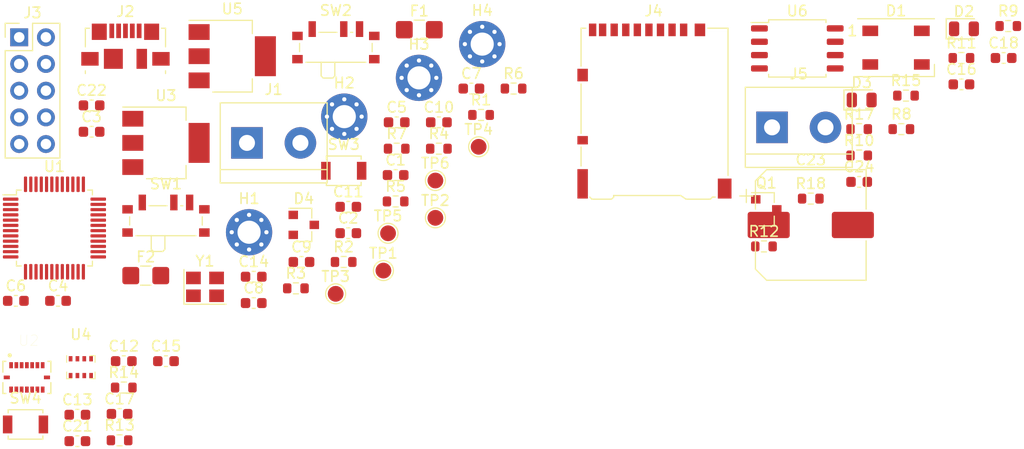
<source format=kicad_pcb>
(kicad_pcb (version 20171130) (host pcbnew "(5.1.7)-1")

  (general
    (thickness 1.6)
    (drawings 0)
    (tracks 0)
    (zones 0)
    (modules 72)
    (nets 74)
  )

  (page A4)
  (layers
    (0 F.Cu signal)
    (31 B.Cu signal)
    (32 B.Adhes user)
    (33 F.Adhes user)
    (34 B.Paste user)
    (35 F.Paste user)
    (36 B.SilkS user)
    (37 F.SilkS user)
    (38 B.Mask user)
    (39 F.Mask user)
    (40 Dwgs.User user)
    (41 Cmts.User user)
    (42 Eco1.User user)
    (43 Eco2.User user)
    (44 Edge.Cuts user)
    (45 Margin user)
    (46 B.CrtYd user)
    (47 F.CrtYd user)
    (48 B.Fab user hide)
    (49 F.Fab user hide)
  )

  (setup
    (last_trace_width 0.25)
    (trace_clearance 0.2)
    (zone_clearance 0.508)
    (zone_45_only no)
    (trace_min 0.2)
    (via_size 0.8)
    (via_drill 0.4)
    (via_min_size 0.4)
    (via_min_drill 0.3)
    (uvia_size 0.3)
    (uvia_drill 0.1)
    (uvias_allowed no)
    (uvia_min_size 0.2)
    (uvia_min_drill 0.1)
    (edge_width 0.05)
    (segment_width 0.2)
    (pcb_text_width 0.3)
    (pcb_text_size 1.5 1.5)
    (mod_edge_width 0.12)
    (mod_text_size 1 1)
    (mod_text_width 0.15)
    (pad_size 1.524 1.524)
    (pad_drill 0.762)
    (pad_to_mask_clearance 0)
    (aux_axis_origin 0 0)
    (visible_elements 7FFFFFFF)
    (pcbplotparams
      (layerselection 0x010fc_ffffffff)
      (usegerberextensions false)
      (usegerberattributes true)
      (usegerberadvancedattributes true)
      (creategerberjobfile true)
      (excludeedgelayer true)
      (linewidth 0.100000)
      (plotframeref false)
      (viasonmask false)
      (mode 1)
      (useauxorigin false)
      (hpglpennumber 1)
      (hpglpenspeed 20)
      (hpglpendiameter 15.000000)
      (psnegative false)
      (psa4output false)
      (plotreference true)
      (plotvalue true)
      (plotinvisibletext false)
      (padsonsilk false)
      (subtractmaskfromsilk false)
      (outputformat 1)
      (mirror false)
      (drillshape 1)
      (scaleselection 1)
      (outputdirectory ""))
  )

  (net 0 "")
  (net 1 +5V)
  (net 2 GND)
  (net 3 /NRST)
  (net 4 +3V3)
  (net 5 "Net-(C8-Pad2)")
  (net 6 /HSE_IN)
  (net 7 /HSE_OUT)
  (net 8 /BUTTON)
  (net 9 "Net-(D1-Pad2)")
  (net 10 "Net-(D2-Pad2)")
  (net 11 "Net-(D3-Pad2)")
  (net 12 "Net-(J2-Pad3)")
  (net 13 "Net-(J2-Pad4)")
  (net 14 "Net-(J2-Pad2)")
  (net 15 "Net-(J3-Pad8)")
  (net 16 "Net-(J3-Pad7)")
  (net 17 "Net-(J3-Pad6)")
  (net 18 /SWCLK)
  (net 19 /SWDIO)
  (net 20 /MISO)
  (net 21 /SCK)
  (net 22 /MOSI)
  (net 23 "Net-(J4-Pad1)")
  (net 24 "Net-(J4-Pad8)")
  (net 25 "Net-(J5-Pad2)")
  (net 26 "Net-(Q1-Pad1)")
  (net 27 /BOOT0)
  (net 28 "Net-(R1-Pad1)")
  (net 29 /BOOT1)
  (net 30 /D+)
  (net 31 /VOLTAGE)
  (net 32 /D-)
  (net 33 /PYRO_1)
  (net 34 /LED)
  (net 35 /SDA)
  (net 36 /SCL)
  (net 37 "Net-(SW2-Pad3)")
  (net 38 "Net-(U1-Pad46)")
  (net 39 "Net-(U1-Pad45)")
  (net 40 "Net-(U1-Pad41)")
  (net 41 "Net-(U1-Pad40)")
  (net 42 "Net-(U1-Pad39)")
  (net 43 "Net-(U1-Pad38)")
  (net 44 "Net-(U1-Pad25)")
  (net 45 /RX)
  (net 46 /TX)
  (net 47 "Net-(U1-Pad19)")
  (net 48 "Net-(U1-Pad18)")
  (net 49 "Net-(U1-Pad11)")
  (net 50 "Net-(U1-Pad10)")
  (net 51 "Net-(U1-Pad4)")
  (net 52 "Net-(U1-Pad3)")
  (net 53 "Net-(U1-Pad2)")
  (net 54 "Net-(U2-Pad13)")
  (net 55 "Net-(U2-Pad12)")
  (net 56 "Net-(U2-Pad1)")
  (net 57 "Net-(C14-Pad2)")
  (net 58 "Net-(D4-Pad2)")
  (net 59 "Net-(D4-Pad1)")
  (net 60 /CS_FLASH)
  (net 61 "Net-(U1-Pad26)")
  (net 62 /CS_SD)
  (net 63 "Net-(U2-Pad10)")
  (net 64 "Net-(U2-Pad15)")
  (net 65 "Net-(U2-Pad16)")
  (net 66 "Net-(U2-Pad5)")
  (net 67 "Net-(U6-Pad7)")
  (net 68 "Net-(U6-Pad3)")
  (net 69 "Net-(C23-Pad1)")
  (net 70 /WS2812)
  (net 71 +BATT)
  (net 72 "Net-(Q1-Pad3)")
  (net 73 /PY1_CON)

  (net_class Default "This is the default net class."
    (clearance 0.2)
    (trace_width 0.25)
    (via_dia 0.8)
    (via_drill 0.4)
    (uvia_dia 0.3)
    (uvia_drill 0.1)
    (add_net +3V3)
    (add_net +5V)
    (add_net +BATT)
    (add_net /BOOT0)
    (add_net /BOOT1)
    (add_net /BUTTON)
    (add_net /CS_FLASH)
    (add_net /CS_SD)
    (add_net /D+)
    (add_net /D-)
    (add_net /HSE_IN)
    (add_net /HSE_OUT)
    (add_net /LED)
    (add_net /MISO)
    (add_net /MOSI)
    (add_net /NRST)
    (add_net /PY1_CON)
    (add_net /PYRO_1)
    (add_net /RX)
    (add_net /SCK)
    (add_net /SCL)
    (add_net /SDA)
    (add_net /SWCLK)
    (add_net /SWDIO)
    (add_net /TX)
    (add_net /VOLTAGE)
    (add_net /WS2812)
    (add_net GND)
    (add_net "Net-(C14-Pad2)")
    (add_net "Net-(C23-Pad1)")
    (add_net "Net-(C8-Pad2)")
    (add_net "Net-(D1-Pad2)")
    (add_net "Net-(D2-Pad2)")
    (add_net "Net-(D3-Pad2)")
    (add_net "Net-(D4-Pad1)")
    (add_net "Net-(D4-Pad2)")
    (add_net "Net-(J2-Pad2)")
    (add_net "Net-(J2-Pad3)")
    (add_net "Net-(J2-Pad4)")
    (add_net "Net-(J3-Pad6)")
    (add_net "Net-(J3-Pad7)")
    (add_net "Net-(J3-Pad8)")
    (add_net "Net-(J4-Pad1)")
    (add_net "Net-(J4-Pad8)")
    (add_net "Net-(J5-Pad2)")
    (add_net "Net-(Q1-Pad1)")
    (add_net "Net-(Q1-Pad3)")
    (add_net "Net-(R1-Pad1)")
    (add_net "Net-(SW2-Pad3)")
    (add_net "Net-(U1-Pad10)")
    (add_net "Net-(U1-Pad11)")
    (add_net "Net-(U1-Pad18)")
    (add_net "Net-(U1-Pad19)")
    (add_net "Net-(U1-Pad2)")
    (add_net "Net-(U1-Pad25)")
    (add_net "Net-(U1-Pad26)")
    (add_net "Net-(U1-Pad3)")
    (add_net "Net-(U1-Pad38)")
    (add_net "Net-(U1-Pad39)")
    (add_net "Net-(U1-Pad4)")
    (add_net "Net-(U1-Pad40)")
    (add_net "Net-(U1-Pad41)")
    (add_net "Net-(U1-Pad45)")
    (add_net "Net-(U1-Pad46)")
    (add_net "Net-(U2-Pad1)")
    (add_net "Net-(U2-Pad10)")
    (add_net "Net-(U2-Pad12)")
    (add_net "Net-(U2-Pad13)")
    (add_net "Net-(U2-Pad15)")
    (add_net "Net-(U2-Pad16)")
    (add_net "Net-(U2-Pad5)")
    (add_net "Net-(U6-Pad3)")
    (add_net "Net-(U6-Pad7)")
  )

  (module TerminalBlock:TerminalBlock_bornier-2_P5.08mm (layer F.Cu) (tedit 59FF03AB) (tstamp 604CFF18)
    (at 215.7136 89.2368)
    (descr "simple 2-pin terminal block, pitch 5.08mm, revamped version of bornier2")
    (tags "terminal block bornier2")
    (path /604AFA5F/604B2393)
    (fp_text reference J5 (at 2.54 -5.08) (layer F.SilkS)
      (effects (font (size 1 1) (thickness 0.15)))
    )
    (fp_text value ST_01x02 (at 2.54 5.08) (layer F.Fab)
      (effects (font (size 1 1) (thickness 0.15)))
    )
    (fp_text user %R (at 2.54 0) (layer F.Fab)
      (effects (font (size 1 1) (thickness 0.15)))
    )
    (fp_line (start -2.41 2.55) (end 7.49 2.55) (layer F.Fab) (width 0.1))
    (fp_line (start -2.46 -3.75) (end -2.46 3.75) (layer F.Fab) (width 0.1))
    (fp_line (start -2.46 3.75) (end 7.54 3.75) (layer F.Fab) (width 0.1))
    (fp_line (start 7.54 3.75) (end 7.54 -3.75) (layer F.Fab) (width 0.1))
    (fp_line (start 7.54 -3.75) (end -2.46 -3.75) (layer F.Fab) (width 0.1))
    (fp_line (start 7.62 2.54) (end -2.54 2.54) (layer F.SilkS) (width 0.12))
    (fp_line (start 7.62 3.81) (end 7.62 -3.81) (layer F.SilkS) (width 0.12))
    (fp_line (start 7.62 -3.81) (end -2.54 -3.81) (layer F.SilkS) (width 0.12))
    (fp_line (start -2.54 -3.81) (end -2.54 3.81) (layer F.SilkS) (width 0.12))
    (fp_line (start -2.54 3.81) (end 7.62 3.81) (layer F.SilkS) (width 0.12))
    (fp_line (start -2.71 -4) (end 7.79 -4) (layer F.CrtYd) (width 0.05))
    (fp_line (start -2.71 -4) (end -2.71 4) (layer F.CrtYd) (width 0.05))
    (fp_line (start 7.79 4) (end 7.79 -4) (layer F.CrtYd) (width 0.05))
    (fp_line (start 7.79 4) (end -2.71 4) (layer F.CrtYd) (width 0.05))
    (pad 2 thru_hole circle (at 5.08 0) (size 3 3) (drill 1.52) (layers *.Cu *.Mask)
      (net 25 "Net-(J5-Pad2)"))
    (pad 1 thru_hole rect (at 0 0) (size 3 3) (drill 1.52) (layers *.Cu *.Mask)
      (net 69 "Net-(C23-Pad1)"))
    (model ${KISYS3DMOD}/TerminalBlock.3dshapes/TerminalBlock_bornier-2_P5.08mm.wrl
      (offset (xyz 2.539999961853027 0 0))
      (scale (xyz 1 1 1))
      (rotate (xyz 0 0 0))
    )
  )

  (module TerminalBlock:TerminalBlock_bornier-2_P5.08mm (layer F.Cu) (tedit 59FF03AB) (tstamp 604CFE2C)
    (at 165.8036 90.7168)
    (descr "simple 2-pin terminal block, pitch 5.08mm, revamped version of bornier2")
    (tags "terminal block bornier2")
    (path /60459623)
    (fp_text reference J1 (at 2.54 -5.08) (layer F.SilkS)
      (effects (font (size 1 1) (thickness 0.15)))
    )
    (fp_text value Conn_01x02 (at 2.54 5.08) (layer F.Fab)
      (effects (font (size 1 1) (thickness 0.15)))
    )
    (fp_text user %R (at 2.54 0) (layer F.Fab)
      (effects (font (size 1 1) (thickness 0.15)))
    )
    (fp_line (start -2.41 2.55) (end 7.49 2.55) (layer F.Fab) (width 0.1))
    (fp_line (start -2.46 -3.75) (end -2.46 3.75) (layer F.Fab) (width 0.1))
    (fp_line (start -2.46 3.75) (end 7.54 3.75) (layer F.Fab) (width 0.1))
    (fp_line (start 7.54 3.75) (end 7.54 -3.75) (layer F.Fab) (width 0.1))
    (fp_line (start 7.54 -3.75) (end -2.46 -3.75) (layer F.Fab) (width 0.1))
    (fp_line (start 7.62 2.54) (end -2.54 2.54) (layer F.SilkS) (width 0.12))
    (fp_line (start 7.62 3.81) (end 7.62 -3.81) (layer F.SilkS) (width 0.12))
    (fp_line (start 7.62 -3.81) (end -2.54 -3.81) (layer F.SilkS) (width 0.12))
    (fp_line (start -2.54 -3.81) (end -2.54 3.81) (layer F.SilkS) (width 0.12))
    (fp_line (start -2.54 3.81) (end 7.62 3.81) (layer F.SilkS) (width 0.12))
    (fp_line (start -2.71 -4) (end 7.79 -4) (layer F.CrtYd) (width 0.05))
    (fp_line (start -2.71 -4) (end -2.71 4) (layer F.CrtYd) (width 0.05))
    (fp_line (start 7.79 4) (end 7.79 -4) (layer F.CrtYd) (width 0.05))
    (fp_line (start 7.79 4) (end -2.71 4) (layer F.CrtYd) (width 0.05))
    (pad 2 thru_hole circle (at 5.08 0) (size 3 3) (drill 1.52) (layers *.Cu *.Mask)
      (net 58 "Net-(D4-Pad2)"))
    (pad 1 thru_hole rect (at 0 0) (size 3 3) (drill 1.52) (layers *.Cu *.Mask)
      (net 2 GND))
    (model ${KISYS3DMOD}/TerminalBlock.3dshapes/TerminalBlock_bornier-2_P5.08mm.wrl
      (offset (xyz 2.539999961853027 0 0))
      (scale (xyz 1 1 1))
      (rotate (xyz 0 0 0))
    )
  )

  (module Capacitor_SMD:CP_Elec_10x10 (layer F.Cu) (tedit 5BCA39D1) (tstamp 604CFD3D)
    (at 219.3936 98.5268)
    (descr "SMD capacitor, aluminum electrolytic, Nichicon, 10.0x10.0mm")
    (tags "capacitor electrolytic")
    (path /604AFA5F/6057B146)
    (attr smd)
    (fp_text reference C23 (at 0 -6.2) (layer F.SilkS)
      (effects (font (size 1 1) (thickness 0.15)))
    )
    (fp_text value 470uF (at 0 6.2) (layer F.Fab)
      (effects (font (size 1 1) (thickness 0.15)))
    )
    (fp_text user %R (at 0 0) (layer F.Fab)
      (effects (font (size 1 1) (thickness 0.15)))
    )
    (fp_circle (center 0 0) (end 5 0) (layer F.Fab) (width 0.1))
    (fp_line (start 5.15 -5.15) (end 5.15 5.15) (layer F.Fab) (width 0.1))
    (fp_line (start -4.15 -5.15) (end 5.15 -5.15) (layer F.Fab) (width 0.1))
    (fp_line (start -4.15 5.15) (end 5.15 5.15) (layer F.Fab) (width 0.1))
    (fp_line (start -5.15 -4.15) (end -5.15 4.15) (layer F.Fab) (width 0.1))
    (fp_line (start -5.15 -4.15) (end -4.15 -5.15) (layer F.Fab) (width 0.1))
    (fp_line (start -5.15 4.15) (end -4.15 5.15) (layer F.Fab) (width 0.1))
    (fp_line (start -4.558325 -1.7) (end -3.558325 -1.7) (layer F.Fab) (width 0.1))
    (fp_line (start -4.058325 -2.2) (end -4.058325 -1.2) (layer F.Fab) (width 0.1))
    (fp_line (start 5.26 5.26) (end 5.26 1.51) (layer F.SilkS) (width 0.12))
    (fp_line (start 5.26 -5.26) (end 5.26 -1.51) (layer F.SilkS) (width 0.12))
    (fp_line (start -4.195563 -5.26) (end 5.26 -5.26) (layer F.SilkS) (width 0.12))
    (fp_line (start -4.195563 5.26) (end 5.26 5.26) (layer F.SilkS) (width 0.12))
    (fp_line (start -5.26 4.195563) (end -5.26 1.51) (layer F.SilkS) (width 0.12))
    (fp_line (start -5.26 -4.195563) (end -5.26 -1.51) (layer F.SilkS) (width 0.12))
    (fp_line (start -5.26 -4.195563) (end -4.195563 -5.26) (layer F.SilkS) (width 0.12))
    (fp_line (start -5.26 4.195563) (end -4.195563 5.26) (layer F.SilkS) (width 0.12))
    (fp_line (start -6.75 -2.76) (end -5.5 -2.76) (layer F.SilkS) (width 0.12))
    (fp_line (start -6.125 -3.385) (end -6.125 -2.135) (layer F.SilkS) (width 0.12))
    (fp_line (start 5.4 -5.4) (end 5.4 -1.5) (layer F.CrtYd) (width 0.05))
    (fp_line (start 5.4 -1.5) (end 6.25 -1.5) (layer F.CrtYd) (width 0.05))
    (fp_line (start 6.25 -1.5) (end 6.25 1.5) (layer F.CrtYd) (width 0.05))
    (fp_line (start 6.25 1.5) (end 5.4 1.5) (layer F.CrtYd) (width 0.05))
    (fp_line (start 5.4 1.5) (end 5.4 5.4) (layer F.CrtYd) (width 0.05))
    (fp_line (start -4.25 5.4) (end 5.4 5.4) (layer F.CrtYd) (width 0.05))
    (fp_line (start -4.25 -5.4) (end 5.4 -5.4) (layer F.CrtYd) (width 0.05))
    (fp_line (start -5.4 4.25) (end -4.25 5.4) (layer F.CrtYd) (width 0.05))
    (fp_line (start -5.4 -4.25) (end -4.25 -5.4) (layer F.CrtYd) (width 0.05))
    (fp_line (start -5.4 -4.25) (end -5.4 -1.5) (layer F.CrtYd) (width 0.05))
    (fp_line (start -5.4 1.5) (end -5.4 4.25) (layer F.CrtYd) (width 0.05))
    (fp_line (start -5.4 -1.5) (end -6.25 -1.5) (layer F.CrtYd) (width 0.05))
    (fp_line (start -6.25 -1.5) (end -6.25 1.5) (layer F.CrtYd) (width 0.05))
    (fp_line (start -6.25 1.5) (end -5.4 1.5) (layer F.CrtYd) (width 0.05))
    (pad 2 smd roundrect (at 4 0) (size 4 2.5) (layers F.Cu F.Paste F.Mask) (roundrect_rratio 0.1)
      (net 2 GND))
    (pad 1 smd roundrect (at -4 0) (size 4 2.5) (layers F.Cu F.Paste F.Mask) (roundrect_rratio 0.1)
      (net 69 "Net-(C23-Pad1)"))
    (model ${KISYS3DMOD}/Capacitor_SMD.3dshapes/CP_Elec_10x10.wrl
      (at (xyz 0 0 0))
      (scale (xyz 1 1 1))
      (rotate (xyz 0 0 0))
    )
  )

  (module Crystal:Crystal_SMD_3225-4Pin_3.2x2.5mm (layer F.Cu) (tedit 5A0FD1B2) (tstamp 604D01FB)
    (at 161.8136 104.4168)
    (descr "SMD Crystal SERIES SMD3225/4 http://www.txccrystal.com/images/pdf/7m-accuracy.pdf, 3.2x2.5mm^2 package")
    (tags "SMD SMT crystal")
    (path /6052B455)
    (attr smd)
    (fp_text reference Y1 (at 0 -2.45) (layer F.SilkS)
      (effects (font (size 1 1) (thickness 0.15)))
    )
    (fp_text value 16MHz (at 0 2.45) (layer F.Fab)
      (effects (font (size 1 1) (thickness 0.15)))
    )
    (fp_text user %R (at 0 0) (layer F.Fab)
      (effects (font (size 0.7 0.7) (thickness 0.105)))
    )
    (fp_line (start -1.6 -1.25) (end -1.6 1.25) (layer F.Fab) (width 0.1))
    (fp_line (start -1.6 1.25) (end 1.6 1.25) (layer F.Fab) (width 0.1))
    (fp_line (start 1.6 1.25) (end 1.6 -1.25) (layer F.Fab) (width 0.1))
    (fp_line (start 1.6 -1.25) (end -1.6 -1.25) (layer F.Fab) (width 0.1))
    (fp_line (start -1.6 0.25) (end -0.6 1.25) (layer F.Fab) (width 0.1))
    (fp_line (start -2 -1.65) (end -2 1.65) (layer F.SilkS) (width 0.12))
    (fp_line (start -2 1.65) (end 2 1.65) (layer F.SilkS) (width 0.12))
    (fp_line (start -2.1 -1.7) (end -2.1 1.7) (layer F.CrtYd) (width 0.05))
    (fp_line (start -2.1 1.7) (end 2.1 1.7) (layer F.CrtYd) (width 0.05))
    (fp_line (start 2.1 1.7) (end 2.1 -1.7) (layer F.CrtYd) (width 0.05))
    (fp_line (start 2.1 -1.7) (end -2.1 -1.7) (layer F.CrtYd) (width 0.05))
    (pad 4 smd rect (at -1.1 -0.85) (size 1.4 1.2) (layers F.Cu F.Paste F.Mask)
      (net 2 GND))
    (pad 3 smd rect (at 1.1 -0.85) (size 1.4 1.2) (layers F.Cu F.Paste F.Mask)
      (net 7 /HSE_OUT))
    (pad 2 smd rect (at 1.1 0.85) (size 1.4 1.2) (layers F.Cu F.Paste F.Mask)
      (net 2 GND))
    (pad 1 smd rect (at -1.1 0.85) (size 1.4 1.2) (layers F.Cu F.Paste F.Mask)
      (net 6 /HSE_IN))
    (model ${KISYS3DMOD}/Crystal.3dshapes/Crystal_SMD_3225-4Pin_3.2x2.5mm.wrl
      (at (xyz 0 0 0))
      (scale (xyz 1 1 1))
      (rotate (xyz 0 0 0))
    )
  )

  (module Package_SO:SOIC-8_5.23x5.23mm_P1.27mm (layer F.Cu) (tedit 5D9F72B1) (tstamp 604D01E7)
    (at 218.1136 81.7268)
    (descr "SOIC, 8 Pin (http://www.winbond.com/resource-files/w25q32jv%20revg%2003272018%20plus.pdf#page=68), generated with kicad-footprint-generator ipc_gullwing_generator.py")
    (tags "SOIC SO")
    (path /604AFA5F/604A0554)
    (attr smd)
    (fp_text reference U6 (at 0 -3.56) (layer F.SilkS)
      (effects (font (size 1 1) (thickness 0.15)))
    )
    (fp_text value W25Q32JVSS (at 0 3.56) (layer F.Fab)
      (effects (font (size 1 1) (thickness 0.15)))
    )
    (fp_text user %R (at 0 0) (layer F.Fab)
      (effects (font (size 1 1) (thickness 0.15)))
    )
    (fp_line (start 0 2.725) (end 2.725 2.725) (layer F.SilkS) (width 0.12))
    (fp_line (start 2.725 2.725) (end 2.725 2.465) (layer F.SilkS) (width 0.12))
    (fp_line (start 0 2.725) (end -2.725 2.725) (layer F.SilkS) (width 0.12))
    (fp_line (start -2.725 2.725) (end -2.725 2.465) (layer F.SilkS) (width 0.12))
    (fp_line (start 0 -2.725) (end 2.725 -2.725) (layer F.SilkS) (width 0.12))
    (fp_line (start 2.725 -2.725) (end 2.725 -2.465) (layer F.SilkS) (width 0.12))
    (fp_line (start 0 -2.725) (end -2.725 -2.725) (layer F.SilkS) (width 0.12))
    (fp_line (start -2.725 -2.725) (end -2.725 -2.465) (layer F.SilkS) (width 0.12))
    (fp_line (start -2.725 -2.465) (end -4.4 -2.465) (layer F.SilkS) (width 0.12))
    (fp_line (start -1.615 -2.615) (end 2.615 -2.615) (layer F.Fab) (width 0.1))
    (fp_line (start 2.615 -2.615) (end 2.615 2.615) (layer F.Fab) (width 0.1))
    (fp_line (start 2.615 2.615) (end -2.615 2.615) (layer F.Fab) (width 0.1))
    (fp_line (start -2.615 2.615) (end -2.615 -1.615) (layer F.Fab) (width 0.1))
    (fp_line (start -2.615 -1.615) (end -1.615 -2.615) (layer F.Fab) (width 0.1))
    (fp_line (start -4.65 -2.86) (end -4.65 2.86) (layer F.CrtYd) (width 0.05))
    (fp_line (start -4.65 2.86) (end 4.65 2.86) (layer F.CrtYd) (width 0.05))
    (fp_line (start 4.65 2.86) (end 4.65 -2.86) (layer F.CrtYd) (width 0.05))
    (fp_line (start 4.65 -2.86) (end -4.65 -2.86) (layer F.CrtYd) (width 0.05))
    (pad 8 smd roundrect (at 3.6 -1.905) (size 1.6 0.6) (layers F.Cu F.Paste F.Mask) (roundrect_rratio 0.25)
      (net 4 +3V3))
    (pad 7 smd roundrect (at 3.6 -0.635) (size 1.6 0.6) (layers F.Cu F.Paste F.Mask) (roundrect_rratio 0.25)
      (net 67 "Net-(U6-Pad7)"))
    (pad 6 smd roundrect (at 3.6 0.635) (size 1.6 0.6) (layers F.Cu F.Paste F.Mask) (roundrect_rratio 0.25)
      (net 21 /SCK))
    (pad 5 smd roundrect (at 3.6 1.905) (size 1.6 0.6) (layers F.Cu F.Paste F.Mask) (roundrect_rratio 0.25)
      (net 22 /MOSI))
    (pad 4 smd roundrect (at -3.6 1.905) (size 1.6 0.6) (layers F.Cu F.Paste F.Mask) (roundrect_rratio 0.25)
      (net 2 GND))
    (pad 3 smd roundrect (at -3.6 0.635) (size 1.6 0.6) (layers F.Cu F.Paste F.Mask) (roundrect_rratio 0.25)
      (net 68 "Net-(U6-Pad3)"))
    (pad 2 smd roundrect (at -3.6 -0.635) (size 1.6 0.6) (layers F.Cu F.Paste F.Mask) (roundrect_rratio 0.25)
      (net 20 /MISO))
    (pad 1 smd roundrect (at -3.6 -1.905) (size 1.6 0.6) (layers F.Cu F.Paste F.Mask) (roundrect_rratio 0.25)
      (net 60 /CS_FLASH))
    (model ${KISYS3DMOD}/Package_SO.3dshapes/SOIC-8_5.23x5.23mm_P1.27mm.wrl
      (at (xyz 0 0 0))
      (scale (xyz 1 1 1))
      (rotate (xyz 0 0 0))
    )
  )

  (module Package_TO_SOT_SMD:SOT-223 (layer F.Cu) (tedit 5A02FF57) (tstamp 604D01C8)
    (at 164.4036 82.4668)
    (descr "module CMS SOT223 4 pins")
    (tags "CMS SOT")
    (path /605E5E28)
    (attr smd)
    (fp_text reference U5 (at 0 -4.5) (layer F.SilkS)
      (effects (font (size 1 1) (thickness 0.15)))
    )
    (fp_text value LM1117-3.3 (at 0 4.5) (layer F.Fab)
      (effects (font (size 1 1) (thickness 0.15)))
    )
    (fp_text user %R (at 0 0 90) (layer F.Fab)
      (effects (font (size 0.8 0.8) (thickness 0.12)))
    )
    (fp_line (start -1.85 -2.3) (end -0.8 -3.35) (layer F.Fab) (width 0.1))
    (fp_line (start 1.91 3.41) (end 1.91 2.15) (layer F.SilkS) (width 0.12))
    (fp_line (start 1.91 -3.41) (end 1.91 -2.15) (layer F.SilkS) (width 0.12))
    (fp_line (start 4.4 -3.6) (end -4.4 -3.6) (layer F.CrtYd) (width 0.05))
    (fp_line (start 4.4 3.6) (end 4.4 -3.6) (layer F.CrtYd) (width 0.05))
    (fp_line (start -4.4 3.6) (end 4.4 3.6) (layer F.CrtYd) (width 0.05))
    (fp_line (start -4.4 -3.6) (end -4.4 3.6) (layer F.CrtYd) (width 0.05))
    (fp_line (start -1.85 -2.3) (end -1.85 3.35) (layer F.Fab) (width 0.1))
    (fp_line (start -1.85 3.41) (end 1.91 3.41) (layer F.SilkS) (width 0.12))
    (fp_line (start -0.8 -3.35) (end 1.85 -3.35) (layer F.Fab) (width 0.1))
    (fp_line (start -4.1 -3.41) (end 1.91 -3.41) (layer F.SilkS) (width 0.12))
    (fp_line (start -1.85 3.35) (end 1.85 3.35) (layer F.Fab) (width 0.1))
    (fp_line (start 1.85 -3.35) (end 1.85 3.35) (layer F.Fab) (width 0.1))
    (pad 1 smd rect (at -3.15 -2.3) (size 2 1.5) (layers F.Cu F.Paste F.Mask)
      (net 2 GND))
    (pad 3 smd rect (at -3.15 2.3) (size 2 1.5) (layers F.Cu F.Paste F.Mask)
      (net 57 "Net-(C14-Pad2)"))
    (pad 2 smd rect (at -3.15 0) (size 2 1.5) (layers F.Cu F.Paste F.Mask)
      (net 4 +3V3))
    (pad 4 smd rect (at 3.15 0) (size 2 3.8) (layers F.Cu F.Paste F.Mask))
    (model ${KISYS3DMOD}/Package_TO_SOT_SMD.3dshapes/SOT-223.wrl
      (at (xyz 0 0 0))
      (scale (xyz 1 1 1))
      (rotate (xyz 0 0 0))
    )
  )

  (module Package_LGA:Bosch_LGA-8_2x2.5mm_P0.65mm_ClockwisePinNumbering (layer F.Cu) (tedit 5A2F92D2) (tstamp 604D01B2)
    (at 150.0136 112.0568)
    (descr "LGA-8, https://ae-bst.resource.bosch.com/media/_tech/media/datasheets/BST-BMP280-DS001-18.pdf")
    (tags "lga land grid array")
    (path /604A6029/604821DF)
    (attr smd)
    (fp_text reference U4 (at 0 -3.1) (layer F.SilkS)
      (effects (font (size 1 1) (thickness 0.15)))
    )
    (fp_text value BMP280 (at 0 3.1) (layer F.Fab)
      (effects (font (size 1 1) (thickness 0.15)))
    )
    (fp_text user %R (at 0 0) (layer F.Fab)
      (effects (font (size 0.5 0.5) (thickness 0.075)))
    )
    (fp_line (start -1.35 1.1) (end -0.87 1.1) (layer F.SilkS) (width 0.1))
    (fp_line (start -1.55 -1.3) (end 1.55 -1.3) (layer F.CrtYd) (width 0.05))
    (fp_line (start 1.55 -1.3) (end 1.55 1.3) (layer F.CrtYd) (width 0.05))
    (fp_line (start 1.55 1.3) (end -1.55 1.3) (layer F.CrtYd) (width 0.05))
    (fp_line (start -1.55 1.3) (end -1.55 -1.3) (layer F.CrtYd) (width 0.05))
    (fp_line (start -1.25 1) (end 1.25 1) (layer F.Fab) (width 0.1))
    (fp_line (start 1.25 -1) (end 1.25 1) (layer F.Fab) (width 0.1))
    (fp_line (start 1.25 -1) (end -1 -1) (layer F.Fab) (width 0.1))
    (fp_line (start -1 -1) (end -1.25 -0.75) (layer F.Fab) (width 0.1))
    (fp_line (start -1.25 1) (end -1.25 -0.75) (layer F.Fab) (width 0.1))
    (fp_line (start 0.87 1.1) (end 1.35 1.1) (layer F.SilkS) (width 0.1))
    (fp_line (start 1.35 1.1) (end 1.35 0.46) (layer F.SilkS) (width 0.1))
    (fp_line (start -1.35 1.1) (end -1.35 0.46) (layer F.SilkS) (width 0.1))
    (fp_line (start 1.35 -0.46) (end 1.35 -1.1) (layer F.SilkS) (width 0.1))
    (fp_line (start 0.87 -1.1) (end 1.35 -1.1) (layer F.SilkS) (width 0.1))
    (fp_line (start -1.35 -0.46) (end -1.35 -1.1) (layer F.SilkS) (width 0.1))
    (pad 8 smd rect (at -0.975 0.8 90) (size 0.5 0.35) (layers F.Cu F.Paste F.Mask)
      (net 4 +3V3))
    (pad 2 smd rect (at -0.325 -0.8 90) (size 0.5 0.35) (layers F.Cu F.Paste F.Mask)
      (net 4 +3V3))
    (pad 3 smd rect (at 0.325 -0.8 90) (size 0.5 0.35) (layers F.Cu F.Paste F.Mask)
      (net 35 /SDA))
    (pad 4 smd rect (at 0.975 -0.8 90) (size 0.5 0.35) (layers F.Cu F.Paste F.Mask)
      (net 36 /SCL))
    (pad 7 smd rect (at -0.325 0.8 90) (size 0.5 0.35) (layers F.Cu F.Paste F.Mask)
      (net 2 GND))
    (pad 6 smd rect (at 0.325 0.8 90) (size 0.5 0.35) (layers F.Cu F.Paste F.Mask)
      (net 4 +3V3))
    (pad 5 smd rect (at 0.975 0.8 90) (size 0.5 0.35) (layers F.Cu F.Paste F.Mask)
      (net 2 GND))
    (pad 1 smd rect (at -0.975 -0.8 90) (size 0.5 0.35) (layers F.Cu F.Paste F.Mask)
      (net 2 GND))
    (model ${KISYS3DMOD}/Package_LGA.3dshapes/Bosch_LGA-8_2x2.5mm_P0.65mm_ClockwisePinNumbering.wrl
      (at (xyz 0 0 0))
      (scale (xyz 1 1 1))
      (rotate (xyz 0 0 0))
    )
  )

  (module Package_TO_SOT_SMD:SOT-223 (layer F.Cu) (tedit 5A02FF57) (tstamp 604D0195)
    (at 158.1036 90.7168)
    (descr "module CMS SOT223 4 pins")
    (tags "CMS SOT")
    (path /60460A9B)
    (attr smd)
    (fp_text reference U3 (at 0 -4.5) (layer F.SilkS)
      (effects (font (size 1 1) (thickness 0.15)))
    )
    (fp_text value LM1117-3.3 (at 0 4.5) (layer F.Fab)
      (effects (font (size 1 1) (thickness 0.15)))
    )
    (fp_text user %R (at 0 0 90) (layer F.Fab)
      (effects (font (size 0.8 0.8) (thickness 0.12)))
    )
    (fp_line (start -1.85 -2.3) (end -0.8 -3.35) (layer F.Fab) (width 0.1))
    (fp_line (start 1.91 3.41) (end 1.91 2.15) (layer F.SilkS) (width 0.12))
    (fp_line (start 1.91 -3.41) (end 1.91 -2.15) (layer F.SilkS) (width 0.12))
    (fp_line (start 4.4 -3.6) (end -4.4 -3.6) (layer F.CrtYd) (width 0.05))
    (fp_line (start 4.4 3.6) (end 4.4 -3.6) (layer F.CrtYd) (width 0.05))
    (fp_line (start -4.4 3.6) (end 4.4 3.6) (layer F.CrtYd) (width 0.05))
    (fp_line (start -4.4 -3.6) (end -4.4 3.6) (layer F.CrtYd) (width 0.05))
    (fp_line (start -1.85 -2.3) (end -1.85 3.35) (layer F.Fab) (width 0.1))
    (fp_line (start -1.85 3.41) (end 1.91 3.41) (layer F.SilkS) (width 0.12))
    (fp_line (start -0.8 -3.35) (end 1.85 -3.35) (layer F.Fab) (width 0.1))
    (fp_line (start -4.1 -3.41) (end 1.91 -3.41) (layer F.SilkS) (width 0.12))
    (fp_line (start -1.85 3.35) (end 1.85 3.35) (layer F.Fab) (width 0.1))
    (fp_line (start 1.85 -3.35) (end 1.85 3.35) (layer F.Fab) (width 0.1))
    (pad 1 smd rect (at -3.15 -2.3) (size 2 1.5) (layers F.Cu F.Paste F.Mask)
      (net 2 GND))
    (pad 3 smd rect (at -3.15 2.3) (size 2 1.5) (layers F.Cu F.Paste F.Mask)
      (net 5 "Net-(C8-Pad2)"))
    (pad 2 smd rect (at -3.15 0) (size 2 1.5) (layers F.Cu F.Paste F.Mask)
      (net 4 +3V3))
    (pad 4 smd rect (at 3.15 0) (size 2 3.8) (layers F.Cu F.Paste F.Mask))
    (model ${KISYS3DMOD}/Package_TO_SOT_SMD.3dshapes/SOT-223.wrl
      (at (xyz 0 0 0))
      (scale (xyz 1 1 1))
      (rotate (xyz 0 0 0))
    )
  )

  (module BMI088:PQFN50P450X300X100-16N (layer F.Cu) (tedit 60494C6E) (tstamp 604D017F)
    (at 144.8836 113.0318)
    (path /604A6029/60619D9F)
    (fp_text reference U2 (at 0.178 -3.502) (layer F.SilkS)
      (effects (font (size 1 1) (thickness 0.015)))
    )
    (fp_text value BMI088 (at 10.973 3.265) (layer F.Fab)
      (effects (font (size 1 1) (thickness 0.015)))
    )
    (fp_line (start 2.28 -1.53) (end 2.28 1.53) (layer F.Fab) (width 0.127))
    (fp_line (start 2.28 1.53) (end -2.28 1.53) (layer F.Fab) (width 0.127))
    (fp_line (start -2.28 1.53) (end -2.28 -1.53) (layer F.Fab) (width 0.127))
    (fp_line (start -2.28 -1.53) (end 2.28 -1.53) (layer F.Fab) (width 0.127))
    (fp_line (start 2.28 -0.5) (end 2.28 -1.53) (layer F.SilkS) (width 0.127))
    (fp_line (start 2.28 -1.53) (end 2 -1.53) (layer F.SilkS) (width 0.127))
    (fp_line (start 2.28 0.5) (end 2.28 1.53) (layer F.SilkS) (width 0.127))
    (fp_line (start 2.28 1.53) (end 2 1.53) (layer F.SilkS) (width 0.127))
    (fp_line (start -2 1.53) (end -2.28 1.53) (layer F.SilkS) (width 0.127))
    (fp_line (start -2.28 1.53) (end -2.28 0.5) (layer F.SilkS) (width 0.127))
    (fp_line (start -2.28 -0.5) (end -2.28 -1.53) (layer F.SilkS) (width 0.127))
    (fp_line (start -2.28 -1.53) (end -2 -1.53) (layer F.SilkS) (width 0.127))
    (fp_line (start 2.53 -1.78) (end 2.53 1.78) (layer F.CrtYd) (width 0.05))
    (fp_line (start 2.53 1.78) (end -2.53 1.78) (layer F.CrtYd) (width 0.05))
    (fp_line (start -2.53 1.78) (end -2.53 -1.78) (layer F.CrtYd) (width 0.05))
    (fp_line (start -2.53 -1.78) (end 2.53 -1.78) (layer F.CrtYd) (width 0.05))
    (fp_circle (center -1.629 -2.1) (end -1.529 -2.1) (layer F.SilkS) (width 0.2))
    (fp_circle (center -1.629 -2.1) (end -1.529 -2.1) (layer F.Fab) (width 0.2))
    (pad 8 smd rect (at 1.91 0) (size 0.58 0.35) (layers F.Cu F.Paste F.Mask)
      (net 36 /SCL))
    (pad 9 smd rect (at 1.5 1.16) (size 0.35 0.58) (layers F.Cu F.Paste F.Mask)
      (net 35 /SDA))
    (pad 10 smd rect (at 1 1.16) (size 0.35 0.58) (layers F.Cu F.Paste F.Mask)
      (net 63 "Net-(U2-Pad10)"))
    (pad 11 smd rect (at 0.5 1.16) (size 0.35 0.58) (layers F.Cu F.Paste F.Mask)
      (net 4 +3V3))
    (pad 12 smd rect (at 0 1.16) (size 0.35 0.58) (layers F.Cu F.Paste F.Mask)
      (net 55 "Net-(U2-Pad12)"))
    (pad 13 smd rect (at -0.5 1.16) (size 0.35 0.58) (layers F.Cu F.Paste F.Mask)
      (net 54 "Net-(U2-Pad13)"))
    (pad 14 smd rect (at -1 1.16) (size 0.35 0.58) (layers F.Cu F.Paste F.Mask)
      (net 4 +3V3))
    (pad 15 smd rect (at -1.5 1.16) (size 0.35 0.58) (layers F.Cu F.Paste F.Mask)
      (net 64 "Net-(U2-Pad15)"))
    (pad 16 smd rect (at -1.91 0) (size 0.58 0.35) (layers F.Cu F.Paste F.Mask)
      (net 65 "Net-(U2-Pad16)"))
    (pad 1 smd rect (at -1.5 -1.16) (size 0.35 0.58) (layers F.Cu F.Paste F.Mask)
      (net 56 "Net-(U2-Pad1)"))
    (pad 2 smd rect (at -1 -1.16) (size 0.35 0.58) (layers F.Cu F.Paste F.Mask))
    (pad 3 smd rect (at -0.5 -1.16) (size 0.35 0.58) (layers F.Cu F.Paste F.Mask)
      (net 4 +3V3))
    (pad 4 smd rect (at 0 -1.16) (size 0.35 0.58) (layers F.Cu F.Paste F.Mask)
      (net 2 GND))
    (pad 5 smd rect (at 0.5 -1.16) (size 0.35 0.58) (layers F.Cu F.Paste F.Mask)
      (net 66 "Net-(U2-Pad5)"))
    (pad 6 smd rect (at 1 -1.16) (size 0.35 0.58) (layers F.Cu F.Paste F.Mask)
      (net 2 GND))
    (pad 7 smd rect (at 1.5 -1.16) (size 0.35 0.58) (layers F.Cu F.Paste F.Mask)
      (net 4 +3V3))
  )

  (module Package_QFP:LQFP-48_7x7mm_P0.5mm (layer F.Cu) (tedit 5D9F72AF) (tstamp 604D0159)
    (at 147.5036 98.8168)
    (descr "LQFP, 48 Pin (https://www.analog.com/media/en/technical-documentation/data-sheets/ltc2358-16.pdf), generated with kicad-footprint-generator ipc_gullwing_generator.py")
    (tags "LQFP QFP")
    (path /604710E8)
    (attr smd)
    (fp_text reference U1 (at 0 -5.85) (layer F.SilkS)
      (effects (font (size 1 1) (thickness 0.15)))
    )
    (fp_text value STM32F103C8Tx (at 0 5.85) (layer F.Fab)
      (effects (font (size 1 1) (thickness 0.15)))
    )
    (fp_text user %R (at 0 0) (layer F.Fab)
      (effects (font (size 1 1) (thickness 0.15)))
    )
    (fp_line (start 3.16 3.61) (end 3.61 3.61) (layer F.SilkS) (width 0.12))
    (fp_line (start 3.61 3.61) (end 3.61 3.16) (layer F.SilkS) (width 0.12))
    (fp_line (start -3.16 3.61) (end -3.61 3.61) (layer F.SilkS) (width 0.12))
    (fp_line (start -3.61 3.61) (end -3.61 3.16) (layer F.SilkS) (width 0.12))
    (fp_line (start 3.16 -3.61) (end 3.61 -3.61) (layer F.SilkS) (width 0.12))
    (fp_line (start 3.61 -3.61) (end 3.61 -3.16) (layer F.SilkS) (width 0.12))
    (fp_line (start -3.16 -3.61) (end -3.61 -3.61) (layer F.SilkS) (width 0.12))
    (fp_line (start -3.61 -3.61) (end -3.61 -3.16) (layer F.SilkS) (width 0.12))
    (fp_line (start -3.61 -3.16) (end -4.9 -3.16) (layer F.SilkS) (width 0.12))
    (fp_line (start -2.5 -3.5) (end 3.5 -3.5) (layer F.Fab) (width 0.1))
    (fp_line (start 3.5 -3.5) (end 3.5 3.5) (layer F.Fab) (width 0.1))
    (fp_line (start 3.5 3.5) (end -3.5 3.5) (layer F.Fab) (width 0.1))
    (fp_line (start -3.5 3.5) (end -3.5 -2.5) (layer F.Fab) (width 0.1))
    (fp_line (start -3.5 -2.5) (end -2.5 -3.5) (layer F.Fab) (width 0.1))
    (fp_line (start 0 -5.15) (end -3.15 -5.15) (layer F.CrtYd) (width 0.05))
    (fp_line (start -3.15 -5.15) (end -3.15 -3.75) (layer F.CrtYd) (width 0.05))
    (fp_line (start -3.15 -3.75) (end -3.75 -3.75) (layer F.CrtYd) (width 0.05))
    (fp_line (start -3.75 -3.75) (end -3.75 -3.15) (layer F.CrtYd) (width 0.05))
    (fp_line (start -3.75 -3.15) (end -5.15 -3.15) (layer F.CrtYd) (width 0.05))
    (fp_line (start -5.15 -3.15) (end -5.15 0) (layer F.CrtYd) (width 0.05))
    (fp_line (start 0 -5.15) (end 3.15 -5.15) (layer F.CrtYd) (width 0.05))
    (fp_line (start 3.15 -5.15) (end 3.15 -3.75) (layer F.CrtYd) (width 0.05))
    (fp_line (start 3.15 -3.75) (end 3.75 -3.75) (layer F.CrtYd) (width 0.05))
    (fp_line (start 3.75 -3.75) (end 3.75 -3.15) (layer F.CrtYd) (width 0.05))
    (fp_line (start 3.75 -3.15) (end 5.15 -3.15) (layer F.CrtYd) (width 0.05))
    (fp_line (start 5.15 -3.15) (end 5.15 0) (layer F.CrtYd) (width 0.05))
    (fp_line (start 0 5.15) (end -3.15 5.15) (layer F.CrtYd) (width 0.05))
    (fp_line (start -3.15 5.15) (end -3.15 3.75) (layer F.CrtYd) (width 0.05))
    (fp_line (start -3.15 3.75) (end -3.75 3.75) (layer F.CrtYd) (width 0.05))
    (fp_line (start -3.75 3.75) (end -3.75 3.15) (layer F.CrtYd) (width 0.05))
    (fp_line (start -3.75 3.15) (end -5.15 3.15) (layer F.CrtYd) (width 0.05))
    (fp_line (start -5.15 3.15) (end -5.15 0) (layer F.CrtYd) (width 0.05))
    (fp_line (start 0 5.15) (end 3.15 5.15) (layer F.CrtYd) (width 0.05))
    (fp_line (start 3.15 5.15) (end 3.15 3.75) (layer F.CrtYd) (width 0.05))
    (fp_line (start 3.15 3.75) (end 3.75 3.75) (layer F.CrtYd) (width 0.05))
    (fp_line (start 3.75 3.75) (end 3.75 3.15) (layer F.CrtYd) (width 0.05))
    (fp_line (start 3.75 3.15) (end 5.15 3.15) (layer F.CrtYd) (width 0.05))
    (fp_line (start 5.15 3.15) (end 5.15 0) (layer F.CrtYd) (width 0.05))
    (pad 48 smd roundrect (at -2.75 -4.1625) (size 0.3 1.475) (layers F.Cu F.Paste F.Mask) (roundrect_rratio 0.25)
      (net 4 +3V3))
    (pad 47 smd roundrect (at -2.25 -4.1625) (size 0.3 1.475) (layers F.Cu F.Paste F.Mask) (roundrect_rratio 0.25)
      (net 2 GND))
    (pad 46 smd roundrect (at -1.75 -4.1625) (size 0.3 1.475) (layers F.Cu F.Paste F.Mask) (roundrect_rratio 0.25)
      (net 38 "Net-(U1-Pad46)"))
    (pad 45 smd roundrect (at -1.25 -4.1625) (size 0.3 1.475) (layers F.Cu F.Paste F.Mask) (roundrect_rratio 0.25)
      (net 39 "Net-(U1-Pad45)"))
    (pad 44 smd roundrect (at -0.75 -4.1625) (size 0.3 1.475) (layers F.Cu F.Paste F.Mask) (roundrect_rratio 0.25)
      (net 27 /BOOT0))
    (pad 43 smd roundrect (at -0.25 -4.1625) (size 0.3 1.475) (layers F.Cu F.Paste F.Mask) (roundrect_rratio 0.25)
      (net 35 /SDA))
    (pad 42 smd roundrect (at 0.25 -4.1625) (size 0.3 1.475) (layers F.Cu F.Paste F.Mask) (roundrect_rratio 0.25)
      (net 36 /SCL))
    (pad 41 smd roundrect (at 0.75 -4.1625) (size 0.3 1.475) (layers F.Cu F.Paste F.Mask) (roundrect_rratio 0.25)
      (net 40 "Net-(U1-Pad41)"))
    (pad 40 smd roundrect (at 1.25 -4.1625) (size 0.3 1.475) (layers F.Cu F.Paste F.Mask) (roundrect_rratio 0.25)
      (net 41 "Net-(U1-Pad40)"))
    (pad 39 smd roundrect (at 1.75 -4.1625) (size 0.3 1.475) (layers F.Cu F.Paste F.Mask) (roundrect_rratio 0.25)
      (net 42 "Net-(U1-Pad39)"))
    (pad 38 smd roundrect (at 2.25 -4.1625) (size 0.3 1.475) (layers F.Cu F.Paste F.Mask) (roundrect_rratio 0.25)
      (net 43 "Net-(U1-Pad38)"))
    (pad 37 smd roundrect (at 2.75 -4.1625) (size 0.3 1.475) (layers F.Cu F.Paste F.Mask) (roundrect_rratio 0.25)
      (net 18 /SWCLK))
    (pad 36 smd roundrect (at 4.1625 -2.75) (size 1.475 0.3) (layers F.Cu F.Paste F.Mask) (roundrect_rratio 0.25)
      (net 4 +3V3))
    (pad 35 smd roundrect (at 4.1625 -2.25) (size 1.475 0.3) (layers F.Cu F.Paste F.Mask) (roundrect_rratio 0.25)
      (net 2 GND))
    (pad 34 smd roundrect (at 4.1625 -1.75) (size 1.475 0.3) (layers F.Cu F.Paste F.Mask) (roundrect_rratio 0.25)
      (net 19 /SWDIO))
    (pad 33 smd roundrect (at 4.1625 -1.25) (size 1.475 0.3) (layers F.Cu F.Paste F.Mask) (roundrect_rratio 0.25)
      (net 32 /D-))
    (pad 32 smd roundrect (at 4.1625 -0.75) (size 1.475 0.3) (layers F.Cu F.Paste F.Mask) (roundrect_rratio 0.25)
      (net 30 /D+))
    (pad 31 smd roundrect (at 4.1625 -0.25) (size 1.475 0.3) (layers F.Cu F.Paste F.Mask) (roundrect_rratio 0.25)
      (net 73 /PY1_CON))
    (pad 30 smd roundrect (at 4.1625 0.25) (size 1.475 0.3) (layers F.Cu F.Paste F.Mask) (roundrect_rratio 0.25)
      (net 60 /CS_FLASH))
    (pad 29 smd roundrect (at 4.1625 0.75) (size 1.475 0.3) (layers F.Cu F.Paste F.Mask) (roundrect_rratio 0.25)
      (net 31 /VOLTAGE))
    (pad 28 smd roundrect (at 4.1625 1.25) (size 1.475 0.3) (layers F.Cu F.Paste F.Mask) (roundrect_rratio 0.25)
      (net 33 /PYRO_1))
    (pad 27 smd roundrect (at 4.1625 1.75) (size 1.475 0.3) (layers F.Cu F.Paste F.Mask) (roundrect_rratio 0.25)
      (net 70 /WS2812))
    (pad 26 smd roundrect (at 4.1625 2.25) (size 1.475 0.3) (layers F.Cu F.Paste F.Mask) (roundrect_rratio 0.25)
      (net 61 "Net-(U1-Pad26)"))
    (pad 25 smd roundrect (at 4.1625 2.75) (size 1.475 0.3) (layers F.Cu F.Paste F.Mask) (roundrect_rratio 0.25)
      (net 44 "Net-(U1-Pad25)"))
    (pad 24 smd roundrect (at 2.75 4.1625) (size 0.3 1.475) (layers F.Cu F.Paste F.Mask) (roundrect_rratio 0.25)
      (net 4 +3V3))
    (pad 23 smd roundrect (at 2.25 4.1625) (size 0.3 1.475) (layers F.Cu F.Paste F.Mask) (roundrect_rratio 0.25)
      (net 2 GND))
    (pad 22 smd roundrect (at 1.75 4.1625) (size 0.3 1.475) (layers F.Cu F.Paste F.Mask) (roundrect_rratio 0.25)
      (net 45 /RX))
    (pad 21 smd roundrect (at 1.25 4.1625) (size 0.3 1.475) (layers F.Cu F.Paste F.Mask) (roundrect_rratio 0.25)
      (net 46 /TX))
    (pad 20 smd roundrect (at 0.75 4.1625) (size 0.3 1.475) (layers F.Cu F.Paste F.Mask) (roundrect_rratio 0.25)
      (net 29 /BOOT1))
    (pad 19 smd roundrect (at 0.25 4.1625) (size 0.3 1.475) (layers F.Cu F.Paste F.Mask) (roundrect_rratio 0.25)
      (net 47 "Net-(U1-Pad19)"))
    (pad 18 smd roundrect (at -0.25 4.1625) (size 0.3 1.475) (layers F.Cu F.Paste F.Mask) (roundrect_rratio 0.25)
      (net 48 "Net-(U1-Pad18)"))
    (pad 17 smd roundrect (at -0.75 4.1625) (size 0.3 1.475) (layers F.Cu F.Paste F.Mask) (roundrect_rratio 0.25)
      (net 22 /MOSI))
    (pad 16 smd roundrect (at -1.25 4.1625) (size 0.3 1.475) (layers F.Cu F.Paste F.Mask) (roundrect_rratio 0.25)
      (net 20 /MISO))
    (pad 15 smd roundrect (at -1.75 4.1625) (size 0.3 1.475) (layers F.Cu F.Paste F.Mask) (roundrect_rratio 0.25)
      (net 21 /SCK))
    (pad 14 smd roundrect (at -2.25 4.1625) (size 0.3 1.475) (layers F.Cu F.Paste F.Mask) (roundrect_rratio 0.25)
      (net 62 /CS_SD))
    (pad 13 smd roundrect (at -2.75 4.1625) (size 0.3 1.475) (layers F.Cu F.Paste F.Mask) (roundrect_rratio 0.25)
      (net 8 /BUTTON))
    (pad 12 smd roundrect (at -4.1625 2.75) (size 1.475 0.3) (layers F.Cu F.Paste F.Mask) (roundrect_rratio 0.25)
      (net 34 /LED))
    (pad 11 smd roundrect (at -4.1625 2.25) (size 1.475 0.3) (layers F.Cu F.Paste F.Mask) (roundrect_rratio 0.25)
      (net 49 "Net-(U1-Pad11)"))
    (pad 10 smd roundrect (at -4.1625 1.75) (size 1.475 0.3) (layers F.Cu F.Paste F.Mask) (roundrect_rratio 0.25)
      (net 50 "Net-(U1-Pad10)"))
    (pad 9 smd roundrect (at -4.1625 1.25) (size 1.475 0.3) (layers F.Cu F.Paste F.Mask) (roundrect_rratio 0.25)
      (net 4 +3V3))
    (pad 8 smd roundrect (at -4.1625 0.75) (size 1.475 0.3) (layers F.Cu F.Paste F.Mask) (roundrect_rratio 0.25)
      (net 2 GND))
    (pad 7 smd roundrect (at -4.1625 0.25) (size 1.475 0.3) (layers F.Cu F.Paste F.Mask) (roundrect_rratio 0.25)
      (net 3 /NRST))
    (pad 6 smd roundrect (at -4.1625 -0.25) (size 1.475 0.3) (layers F.Cu F.Paste F.Mask) (roundrect_rratio 0.25)
      (net 7 /HSE_OUT))
    (pad 5 smd roundrect (at -4.1625 -0.75) (size 1.475 0.3) (layers F.Cu F.Paste F.Mask) (roundrect_rratio 0.25)
      (net 6 /HSE_IN))
    (pad 4 smd roundrect (at -4.1625 -1.25) (size 1.475 0.3) (layers F.Cu F.Paste F.Mask) (roundrect_rratio 0.25)
      (net 51 "Net-(U1-Pad4)"))
    (pad 3 smd roundrect (at -4.1625 -1.75) (size 1.475 0.3) (layers F.Cu F.Paste F.Mask) (roundrect_rratio 0.25)
      (net 52 "Net-(U1-Pad3)"))
    (pad 2 smd roundrect (at -4.1625 -2.25) (size 1.475 0.3) (layers F.Cu F.Paste F.Mask) (roundrect_rratio 0.25)
      (net 53 "Net-(U1-Pad2)"))
    (pad 1 smd roundrect (at -4.1625 -2.75) (size 1.475 0.3) (layers F.Cu F.Paste F.Mask) (roundrect_rratio 0.25)
      (net 4 +3V3))
    (model ${KISYS3DMOD}/Package_QFP.3dshapes/LQFP-48_7x7mm_P0.5mm.wrl
      (at (xyz 0 0 0))
      (scale (xyz 1 1 1))
      (rotate (xyz 0 0 0))
    )
  )

  (module TestPoint:TestPoint_Pad_D1.5mm (layer F.Cu) (tedit 5A0F774F) (tstamp 604D00FE)
    (at 183.7136 94.2968)
    (descr "SMD pad as test Point, diameter 1.5mm")
    (tags "test point SMD pad")
    (path /604BA6D7)
    (attr virtual)
    (fp_text reference TP6 (at 0 -1.648) (layer F.SilkS)
      (effects (font (size 1 1) (thickness 0.15)))
    )
    (fp_text value TestPoint (at 0 1.75) (layer F.Fab)
      (effects (font (size 1 1) (thickness 0.15)))
    )
    (fp_text user %R (at 0 -1.65) (layer F.Fab)
      (effects (font (size 1 1) (thickness 0.15)))
    )
    (fp_circle (center 0 0) (end 1.25 0) (layer F.CrtYd) (width 0.05))
    (fp_circle (center 0 0) (end 0 0.95) (layer F.SilkS) (width 0.12))
    (pad 1 smd circle (at 0 0) (size 1.5 1.5) (layers F.Cu F.Mask)
      (net 2 GND))
  )

  (module TestPoint:TestPoint_Pad_D1.5mm (layer F.Cu) (tedit 5A0F774F) (tstamp 604D00F6)
    (at 179.2136 99.3168)
    (descr "SMD pad as test Point, diameter 1.5mm")
    (tags "test point SMD pad")
    (path /604B7FDA)
    (attr virtual)
    (fp_text reference TP5 (at 0 -1.648) (layer F.SilkS)
      (effects (font (size 1 1) (thickness 0.15)))
    )
    (fp_text value TestPoint (at 0 1.75) (layer F.Fab)
      (effects (font (size 1 1) (thickness 0.15)))
    )
    (fp_text user %R (at 0 -1.65) (layer F.Fab)
      (effects (font (size 1 1) (thickness 0.15)))
    )
    (fp_circle (center 0 0) (end 1.25 0) (layer F.CrtYd) (width 0.05))
    (fp_circle (center 0 0) (end 0 0.95) (layer F.SilkS) (width 0.12))
    (pad 1 smd circle (at 0 0) (size 1.5 1.5) (layers F.Cu F.Mask)
      (net 27 /BOOT0))
  )

  (module TestPoint:TestPoint_Pad_D1.5mm (layer F.Cu) (tedit 5A0F774F) (tstamp 604D00EE)
    (at 187.8236 91.0868)
    (descr "SMD pad as test Point, diameter 1.5mm")
    (tags "test point SMD pad")
    (path /604B7FC8)
    (attr virtual)
    (fp_text reference TP4 (at 0 -1.648) (layer F.SilkS)
      (effects (font (size 1 1) (thickness 0.15)))
    )
    (fp_text value TestPoint (at 0 1.75) (layer F.Fab)
      (effects (font (size 1 1) (thickness 0.15)))
    )
    (fp_text user %R (at 0 -1.65) (layer F.Fab)
      (effects (font (size 1 1) (thickness 0.15)))
    )
    (fp_circle (center 0 0) (end 1.25 0) (layer F.CrtYd) (width 0.05))
    (fp_circle (center 0 0) (end 0 0.95) (layer F.SilkS) (width 0.12))
    (pad 1 smd circle (at 0 0) (size 1.5 1.5) (layers F.Cu F.Mask)
      (net 1 +5V))
  )

  (module TestPoint:TestPoint_Pad_D1.5mm (layer F.Cu) (tedit 5A0F774F) (tstamp 604D00E6)
    (at 174.2336 105.0768)
    (descr "SMD pad as test Point, diameter 1.5mm")
    (tags "test point SMD pad")
    (path /604B7FBC)
    (attr virtual)
    (fp_text reference TP3 (at 0 -1.648) (layer F.SilkS)
      (effects (font (size 1 1) (thickness 0.15)))
    )
    (fp_text value TestPoint (at 0 1.75) (layer F.Fab)
      (effects (font (size 1 1) (thickness 0.15)))
    )
    (fp_text user %R (at 0 -1.65) (layer F.Fab)
      (effects (font (size 1 1) (thickness 0.15)))
    )
    (fp_circle (center 0 0) (end 1.25 0) (layer F.CrtYd) (width 0.05))
    (fp_circle (center 0 0) (end 0 0.95) (layer F.SilkS) (width 0.12))
    (pad 1 smd circle (at 0 0) (size 1.5 1.5) (layers F.Cu F.Mask)
      (net 4 +3V3))
  )

  (module TestPoint:TestPoint_Pad_D1.5mm (layer F.Cu) (tedit 5A0F774F) (tstamp 604D00DE)
    (at 183.7136 97.8468)
    (descr "SMD pad as test Point, diameter 1.5mm")
    (tags "test point SMD pad")
    (path /604BA055)
    (attr virtual)
    (fp_text reference TP2 (at 0 -1.648) (layer F.SilkS)
      (effects (font (size 1 1) (thickness 0.15)))
    )
    (fp_text value TestPoint (at 0 1.75) (layer F.Fab)
      (effects (font (size 1 1) (thickness 0.15)))
    )
    (fp_text user %R (at 0 -1.65) (layer F.Fab)
      (effects (font (size 1 1) (thickness 0.15)))
    )
    (fp_circle (center 0 0) (end 1.25 0) (layer F.CrtYd) (width 0.05))
    (fp_circle (center 0 0) (end 0 0.95) (layer F.SilkS) (width 0.12))
    (pad 1 smd circle (at 0 0) (size 1.5 1.5) (layers F.Cu F.Mask)
      (net 29 /BOOT1))
  )

  (module TestPoint:TestPoint_Pad_D1.5mm (layer F.Cu) (tedit 5A0F774F) (tstamp 604D00D6)
    (at 178.7736 102.8668)
    (descr "SMD pad as test Point, diameter 1.5mm")
    (tags "test point SMD pad")
    (path /604B7FD4)
    (attr virtual)
    (fp_text reference TP1 (at 0 -1.648) (layer F.SilkS)
      (effects (font (size 1 1) (thickness 0.15)))
    )
    (fp_text value TestPoint (at 0 1.75) (layer F.Fab)
      (effects (font (size 1 1) (thickness 0.15)))
    )
    (fp_text user %R (at 0 -1.65) (layer F.Fab)
      (effects (font (size 1 1) (thickness 0.15)))
    )
    (fp_circle (center 0 0) (end 1.25 0) (layer F.CrtYd) (width 0.05))
    (fp_circle (center 0 0) (end 0 0.95) (layer F.SilkS) (width 0.12))
    (pad 1 smd circle (at 0 0) (size 1.5 1.5) (layers F.Cu F.Mask)
      (net 3 /NRST))
  )

  (module Button_Switch_SMD:SW_SPST_B3U-1000P (layer F.Cu) (tedit 5A02FC95) (tstamp 604D00CE)
    (at 144.7536 117.5068)
    (descr "Ultra-small-sized Tactile Switch with High Contact Reliability, Top-actuated Model, without Ground Terminal, without Boss")
    (tags "Tactile Switch")
    (path /604A6029/604AB783)
    (attr smd)
    (fp_text reference SW4 (at 0 -2.5) (layer F.SilkS)
      (effects (font (size 1 1) (thickness 0.15)))
    )
    (fp_text value SW_Push (at 0 2.5) (layer F.Fab)
      (effects (font (size 1 1) (thickness 0.15)))
    )
    (fp_text user %R (at 0 -2.5) (layer F.Fab)
      (effects (font (size 1 1) (thickness 0.15)))
    )
    (fp_line (start -2.4 1.65) (end 2.4 1.65) (layer F.CrtYd) (width 0.05))
    (fp_line (start 2.4 1.65) (end 2.4 -1.65) (layer F.CrtYd) (width 0.05))
    (fp_line (start 2.4 -1.65) (end -2.4 -1.65) (layer F.CrtYd) (width 0.05))
    (fp_line (start -2.4 -1.65) (end -2.4 1.65) (layer F.CrtYd) (width 0.05))
    (fp_line (start -1.65 1.1) (end -1.65 1.4) (layer F.SilkS) (width 0.12))
    (fp_line (start -1.65 1.4) (end 1.65 1.4) (layer F.SilkS) (width 0.12))
    (fp_line (start 1.65 1.4) (end 1.65 1.1) (layer F.SilkS) (width 0.12))
    (fp_line (start -1.65 -1.1) (end -1.65 -1.4) (layer F.SilkS) (width 0.12))
    (fp_line (start -1.65 -1.4) (end 1.65 -1.4) (layer F.SilkS) (width 0.12))
    (fp_line (start 1.65 -1.4) (end 1.65 -1.1) (layer F.SilkS) (width 0.12))
    (fp_line (start -1.5 -1.25) (end 1.5 -1.25) (layer F.Fab) (width 0.1))
    (fp_line (start 1.5 -1.25) (end 1.5 1.25) (layer F.Fab) (width 0.1))
    (fp_line (start 1.5 1.25) (end -1.5 1.25) (layer F.Fab) (width 0.1))
    (fp_line (start -1.5 1.25) (end -1.5 -1.25) (layer F.Fab) (width 0.1))
    (fp_circle (center 0 0) (end 0.75 0) (layer F.Fab) (width 0.1))
    (pad 2 smd rect (at 1.7 0) (size 0.9 1.7) (layers F.Cu F.Paste F.Mask)
      (net 2 GND))
    (pad 1 smd rect (at -1.7 0) (size 0.9 1.7) (layers F.Cu F.Paste F.Mask)
      (net 8 /BUTTON))
    (model ${KISYS3DMOD}/Button_Switch_SMD.3dshapes/SW_SPST_B3U-1000P.wrl
      (at (xyz 0 0 0))
      (scale (xyz 1 1 1))
      (rotate (xyz 0 0 0))
    )
  )

  (module Button_Switch_SMD:SW_SPST_B3U-1000P (layer F.Cu) (tedit 5A02FC95) (tstamp 604D00B8)
    (at 175.0036 93.3668)
    (descr "Ultra-small-sized Tactile Switch with High Contact Reliability, Top-actuated Model, without Ground Terminal, without Boss")
    (tags "Tactile Switch")
    (path /60513AA7)
    (attr smd)
    (fp_text reference SW3 (at 0 -2.5) (layer F.SilkS)
      (effects (font (size 1 1) (thickness 0.15)))
    )
    (fp_text value SW_Push (at 0 2.5) (layer F.Fab)
      (effects (font (size 1 1) (thickness 0.15)))
    )
    (fp_text user %R (at 0 -2.5) (layer F.Fab)
      (effects (font (size 1 1) (thickness 0.15)))
    )
    (fp_line (start -2.4 1.65) (end 2.4 1.65) (layer F.CrtYd) (width 0.05))
    (fp_line (start 2.4 1.65) (end 2.4 -1.65) (layer F.CrtYd) (width 0.05))
    (fp_line (start 2.4 -1.65) (end -2.4 -1.65) (layer F.CrtYd) (width 0.05))
    (fp_line (start -2.4 -1.65) (end -2.4 1.65) (layer F.CrtYd) (width 0.05))
    (fp_line (start -1.65 1.1) (end -1.65 1.4) (layer F.SilkS) (width 0.12))
    (fp_line (start -1.65 1.4) (end 1.65 1.4) (layer F.SilkS) (width 0.12))
    (fp_line (start 1.65 1.4) (end 1.65 1.1) (layer F.SilkS) (width 0.12))
    (fp_line (start -1.65 -1.1) (end -1.65 -1.4) (layer F.SilkS) (width 0.12))
    (fp_line (start -1.65 -1.4) (end 1.65 -1.4) (layer F.SilkS) (width 0.12))
    (fp_line (start 1.65 -1.4) (end 1.65 -1.1) (layer F.SilkS) (width 0.12))
    (fp_line (start -1.5 -1.25) (end 1.5 -1.25) (layer F.Fab) (width 0.1))
    (fp_line (start 1.5 -1.25) (end 1.5 1.25) (layer F.Fab) (width 0.1))
    (fp_line (start 1.5 1.25) (end -1.5 1.25) (layer F.Fab) (width 0.1))
    (fp_line (start -1.5 1.25) (end -1.5 -1.25) (layer F.Fab) (width 0.1))
    (fp_circle (center 0 0) (end 0.75 0) (layer F.Fab) (width 0.1))
    (pad 2 smd rect (at 1.7 0) (size 0.9 1.7) (layers F.Cu F.Paste F.Mask)
      (net 2 GND))
    (pad 1 smd rect (at -1.7 0) (size 0.9 1.7) (layers F.Cu F.Paste F.Mask)
      (net 3 /NRST))
    (model ${KISYS3DMOD}/Button_Switch_SMD.3dshapes/SW_SPST_B3U-1000P.wrl
      (at (xyz 0 0 0))
      (scale (xyz 1 1 1))
      (rotate (xyz 0 0 0))
    )
  )

  (module Button_Switch_SMD:SW_SPDT_PCM12 (layer F.Cu) (tedit 5A02FC95) (tstamp 604D00A2)
    (at 174.2536 81.3168)
    (descr "Ultraminiature Surface Mount Slide Switch, right-angle, https://www.ckswitches.com/media/1424/pcm.pdf")
    (path /60455D7B)
    (attr smd)
    (fp_text reference SW2 (at 0 -3.2) (layer F.SilkS)
      (effects (font (size 1 1) (thickness 0.15)))
    )
    (fp_text value SW_SPDT (at 0 4.25) (layer F.Fab)
      (effects (font (size 1 1) (thickness 0.15)))
    )
    (fp_text user %R (at 0 -3.2) (layer F.Fab)
      (effects (font (size 1 1) (thickness 0.15)))
    )
    (fp_line (start -1.4 1.65) (end -1.4 2.95) (layer F.Fab) (width 0.1))
    (fp_line (start -1.4 2.95) (end -1.2 3.15) (layer F.Fab) (width 0.1))
    (fp_line (start -1.2 3.15) (end -0.35 3.15) (layer F.Fab) (width 0.1))
    (fp_line (start -0.35 3.15) (end -0.15 2.95) (layer F.Fab) (width 0.1))
    (fp_line (start -0.15 2.95) (end -0.1 2.9) (layer F.Fab) (width 0.1))
    (fp_line (start -0.1 2.9) (end -0.1 1.6) (layer F.Fab) (width 0.1))
    (fp_line (start -3.35 -1) (end -3.35 1.6) (layer F.Fab) (width 0.1))
    (fp_line (start -3.35 1.6) (end 3.35 1.6) (layer F.Fab) (width 0.1))
    (fp_line (start 3.35 1.6) (end 3.35 -1) (layer F.Fab) (width 0.1))
    (fp_line (start 3.35 -1) (end -3.35 -1) (layer F.Fab) (width 0.1))
    (fp_line (start 1.4 -1.12) (end 1.6 -1.12) (layer F.SilkS) (width 0.12))
    (fp_line (start -4.4 -2.45) (end 4.4 -2.45) (layer F.CrtYd) (width 0.05))
    (fp_line (start 4.4 -2.45) (end 4.4 2.1) (layer F.CrtYd) (width 0.05))
    (fp_line (start 4.4 2.1) (end 1.65 2.1) (layer F.CrtYd) (width 0.05))
    (fp_line (start 1.65 2.1) (end 1.65 3.4) (layer F.CrtYd) (width 0.05))
    (fp_line (start 1.65 3.4) (end -1.65 3.4) (layer F.CrtYd) (width 0.05))
    (fp_line (start -1.65 3.4) (end -1.65 2.1) (layer F.CrtYd) (width 0.05))
    (fp_line (start -1.65 2.1) (end -4.4 2.1) (layer F.CrtYd) (width 0.05))
    (fp_line (start -4.4 2.1) (end -4.4 -2.45) (layer F.CrtYd) (width 0.05))
    (fp_line (start -1.4 3.02) (end -1.2 3.23) (layer F.SilkS) (width 0.12))
    (fp_line (start -0.1 3.02) (end -0.3 3.23) (layer F.SilkS) (width 0.12))
    (fp_line (start -1.4 1.73) (end -1.4 3.02) (layer F.SilkS) (width 0.12))
    (fp_line (start -1.2 3.23) (end -0.3 3.23) (layer F.SilkS) (width 0.12))
    (fp_line (start -0.1 3.02) (end -0.1 1.73) (layer F.SilkS) (width 0.12))
    (fp_line (start -2.85 1.73) (end 2.85 1.73) (layer F.SilkS) (width 0.12))
    (fp_line (start -1.6 -1.12) (end 0.1 -1.12) (layer F.SilkS) (width 0.12))
    (fp_line (start -3.45 -0.07) (end -3.45 0.72) (layer F.SilkS) (width 0.12))
    (fp_line (start 3.45 0.72) (end 3.45 -0.07) (layer F.SilkS) (width 0.12))
    (pad "" smd rect (at -3.65 -0.78) (size 1 0.8) (layers F.Cu F.Paste F.Mask))
    (pad "" smd rect (at 3.65 -0.78) (size 1 0.8) (layers F.Cu F.Paste F.Mask))
    (pad "" smd rect (at 3.65 1.43) (size 1 0.8) (layers F.Cu F.Paste F.Mask))
    (pad "" smd rect (at -3.65 1.43) (size 1 0.8) (layers F.Cu F.Paste F.Mask))
    (pad 3 smd rect (at 2.25 -1.43) (size 0.7 1.5) (layers F.Cu F.Paste F.Mask)
      (net 37 "Net-(SW2-Pad3)"))
    (pad 2 smd rect (at 0.75 -1.43) (size 0.7 1.5) (layers F.Cu F.Paste F.Mask)
      (net 59 "Net-(D4-Pad1)"))
    (pad 1 smd rect (at -2.25 -1.43) (size 0.7 1.5) (layers F.Cu F.Paste F.Mask)
      (net 71 +BATT))
    (pad "" np_thru_hole circle (at 1.5 0.33) (size 0.9 0.9) (drill 0.9) (layers *.Cu *.Mask))
    (pad "" np_thru_hole circle (at -1.5 0.33) (size 0.9 0.9) (drill 0.9) (layers *.Cu *.Mask))
    (model ${KISYS3DMOD}/Button_Switch_SMD.3dshapes/SW_SPDT_PCM12.wrl
      (at (xyz 0 0 0))
      (scale (xyz 1 1 1))
      (rotate (xyz 0 0 0))
    )
  )

  (module Button_Switch_SMD:SW_SPDT_PCM12 (layer F.Cu) (tedit 5A02FC95) (tstamp 604D0078)
    (at 158.1036 97.8168)
    (descr "Ultraminiature Surface Mount Slide Switch, right-angle, https://www.ckswitches.com/media/1424/pcm.pdf")
    (path /60500760)
    (attr smd)
    (fp_text reference SW1 (at 0 -3.2) (layer F.SilkS)
      (effects (font (size 1 1) (thickness 0.15)))
    )
    (fp_text value SW_SPDT (at 0 4.25) (layer F.Fab)
      (effects (font (size 1 1) (thickness 0.15)))
    )
    (fp_text user %R (at 0 -3.2) (layer F.Fab)
      (effects (font (size 1 1) (thickness 0.15)))
    )
    (fp_line (start -1.4 1.65) (end -1.4 2.95) (layer F.Fab) (width 0.1))
    (fp_line (start -1.4 2.95) (end -1.2 3.15) (layer F.Fab) (width 0.1))
    (fp_line (start -1.2 3.15) (end -0.35 3.15) (layer F.Fab) (width 0.1))
    (fp_line (start -0.35 3.15) (end -0.15 2.95) (layer F.Fab) (width 0.1))
    (fp_line (start -0.15 2.95) (end -0.1 2.9) (layer F.Fab) (width 0.1))
    (fp_line (start -0.1 2.9) (end -0.1 1.6) (layer F.Fab) (width 0.1))
    (fp_line (start -3.35 -1) (end -3.35 1.6) (layer F.Fab) (width 0.1))
    (fp_line (start -3.35 1.6) (end 3.35 1.6) (layer F.Fab) (width 0.1))
    (fp_line (start 3.35 1.6) (end 3.35 -1) (layer F.Fab) (width 0.1))
    (fp_line (start 3.35 -1) (end -3.35 -1) (layer F.Fab) (width 0.1))
    (fp_line (start 1.4 -1.12) (end 1.6 -1.12) (layer F.SilkS) (width 0.12))
    (fp_line (start -4.4 -2.45) (end 4.4 -2.45) (layer F.CrtYd) (width 0.05))
    (fp_line (start 4.4 -2.45) (end 4.4 2.1) (layer F.CrtYd) (width 0.05))
    (fp_line (start 4.4 2.1) (end 1.65 2.1) (layer F.CrtYd) (width 0.05))
    (fp_line (start 1.65 2.1) (end 1.65 3.4) (layer F.CrtYd) (width 0.05))
    (fp_line (start 1.65 3.4) (end -1.65 3.4) (layer F.CrtYd) (width 0.05))
    (fp_line (start -1.65 3.4) (end -1.65 2.1) (layer F.CrtYd) (width 0.05))
    (fp_line (start -1.65 2.1) (end -4.4 2.1) (layer F.CrtYd) (width 0.05))
    (fp_line (start -4.4 2.1) (end -4.4 -2.45) (layer F.CrtYd) (width 0.05))
    (fp_line (start -1.4 3.02) (end -1.2 3.23) (layer F.SilkS) (width 0.12))
    (fp_line (start -0.1 3.02) (end -0.3 3.23) (layer F.SilkS) (width 0.12))
    (fp_line (start -1.4 1.73) (end -1.4 3.02) (layer F.SilkS) (width 0.12))
    (fp_line (start -1.2 3.23) (end -0.3 3.23) (layer F.SilkS) (width 0.12))
    (fp_line (start -0.1 3.02) (end -0.1 1.73) (layer F.SilkS) (width 0.12))
    (fp_line (start -2.85 1.73) (end 2.85 1.73) (layer F.SilkS) (width 0.12))
    (fp_line (start -1.6 -1.12) (end 0.1 -1.12) (layer F.SilkS) (width 0.12))
    (fp_line (start -3.45 -0.07) (end -3.45 0.72) (layer F.SilkS) (width 0.12))
    (fp_line (start 3.45 0.72) (end 3.45 -0.07) (layer F.SilkS) (width 0.12))
    (pad "" smd rect (at -3.65 -0.78) (size 1 0.8) (layers F.Cu F.Paste F.Mask))
    (pad "" smd rect (at 3.65 -0.78) (size 1 0.8) (layers F.Cu F.Paste F.Mask))
    (pad "" smd rect (at 3.65 1.43) (size 1 0.8) (layers F.Cu F.Paste F.Mask))
    (pad "" smd rect (at -3.65 1.43) (size 1 0.8) (layers F.Cu F.Paste F.Mask))
    (pad 3 smd rect (at 2.25 -1.43) (size 0.7 1.5) (layers F.Cu F.Paste F.Mask)
      (net 2 GND))
    (pad 2 smd rect (at 0.75 -1.43) (size 0.7 1.5) (layers F.Cu F.Paste F.Mask)
      (net 28 "Net-(R1-Pad1)"))
    (pad 1 smd rect (at -2.25 -1.43) (size 0.7 1.5) (layers F.Cu F.Paste F.Mask)
      (net 4 +3V3))
    (pad "" np_thru_hole circle (at 1.5 0.33) (size 0.9 0.9) (drill 0.9) (layers *.Cu *.Mask))
    (pad "" np_thru_hole circle (at -1.5 0.33) (size 0.9 0.9) (drill 0.9) (layers *.Cu *.Mask))
    (model ${KISYS3DMOD}/Button_Switch_SMD.3dshapes/SW_SPDT_PCM12.wrl
      (at (xyz 0 0 0))
      (scale (xyz 1 1 1))
      (rotate (xyz 0 0 0))
    )
  )

  (module Resistor_SMD:R_0603_1608Metric (layer F.Cu) (tedit 5F68FEEE) (tstamp 604D004E)
    (at 219.3936 96.0168)
    (descr "Resistor SMD 0603 (1608 Metric), square (rectangular) end terminal, IPC_7351 nominal, (Body size source: IPC-SM-782 page 72, https://www.pcb-3d.com/wordpress/wp-content/uploads/ipc-sm-782a_amendment_1_and_2.pdf), generated with kicad-footprint-generator")
    (tags resistor)
    (path /604AFA5F/6057F23C)
    (attr smd)
    (fp_text reference R18 (at 0 -1.43) (layer F.SilkS)
      (effects (font (size 1 1) (thickness 0.15)))
    )
    (fp_text value 20K (at 0 1.43) (layer F.Fab)
      (effects (font (size 1 1) (thickness 0.15)))
    )
    (fp_text user %R (at 0 0) (layer F.Fab)
      (effects (font (size 0.4 0.4) (thickness 0.06)))
    )
    (fp_line (start -0.8 0.4125) (end -0.8 -0.4125) (layer F.Fab) (width 0.1))
    (fp_line (start -0.8 -0.4125) (end 0.8 -0.4125) (layer F.Fab) (width 0.1))
    (fp_line (start 0.8 -0.4125) (end 0.8 0.4125) (layer F.Fab) (width 0.1))
    (fp_line (start 0.8 0.4125) (end -0.8 0.4125) (layer F.Fab) (width 0.1))
    (fp_line (start -0.237258 -0.5225) (end 0.237258 -0.5225) (layer F.SilkS) (width 0.12))
    (fp_line (start -0.237258 0.5225) (end 0.237258 0.5225) (layer F.SilkS) (width 0.12))
    (fp_line (start -1.48 0.73) (end -1.48 -0.73) (layer F.CrtYd) (width 0.05))
    (fp_line (start -1.48 -0.73) (end 1.48 -0.73) (layer F.CrtYd) (width 0.05))
    (fp_line (start 1.48 -0.73) (end 1.48 0.73) (layer F.CrtYd) (width 0.05))
    (fp_line (start 1.48 0.73) (end -1.48 0.73) (layer F.CrtYd) (width 0.05))
    (pad 2 smd roundrect (at 0.825 0) (size 0.8 0.95) (layers F.Cu F.Paste F.Mask) (roundrect_rratio 0.25)
      (net 2 GND))
    (pad 1 smd roundrect (at -0.825 0) (size 0.8 0.95) (layers F.Cu F.Paste F.Mask) (roundrect_rratio 0.25)
      (net 73 /PY1_CON))
    (model ${KISYS3DMOD}/Resistor_SMD.3dshapes/R_0603_1608Metric.wrl
      (at (xyz 0 0 0))
      (scale (xyz 1 1 1))
      (rotate (xyz 0 0 0))
    )
  )

  (module Resistor_SMD:R_0603_1608Metric (layer F.Cu) (tedit 5F68FEEE) (tstamp 604D003D)
    (at 223.9936 89.4068)
    (descr "Resistor SMD 0603 (1608 Metric), square (rectangular) end terminal, IPC_7351 nominal, (Body size source: IPC-SM-782 page 72, https://www.pcb-3d.com/wordpress/wp-content/uploads/ipc-sm-782a_amendment_1_and_2.pdf), generated with kicad-footprint-generator")
    (tags resistor)
    (path /604AFA5F/6057EBF4)
    (attr smd)
    (fp_text reference R17 (at 0 -1.43) (layer F.SilkS)
      (effects (font (size 1 1) (thickness 0.15)))
    )
    (fp_text value 100K (at 0 1.43) (layer F.Fab)
      (effects (font (size 1 1) (thickness 0.15)))
    )
    (fp_text user %R (at 0 0) (layer F.Fab)
      (effects (font (size 0.4 0.4) (thickness 0.06)))
    )
    (fp_line (start -0.8 0.4125) (end -0.8 -0.4125) (layer F.Fab) (width 0.1))
    (fp_line (start -0.8 -0.4125) (end 0.8 -0.4125) (layer F.Fab) (width 0.1))
    (fp_line (start 0.8 -0.4125) (end 0.8 0.4125) (layer F.Fab) (width 0.1))
    (fp_line (start 0.8 0.4125) (end -0.8 0.4125) (layer F.Fab) (width 0.1))
    (fp_line (start -0.237258 -0.5225) (end 0.237258 -0.5225) (layer F.SilkS) (width 0.12))
    (fp_line (start -0.237258 0.5225) (end 0.237258 0.5225) (layer F.SilkS) (width 0.12))
    (fp_line (start -1.48 0.73) (end -1.48 -0.73) (layer F.CrtYd) (width 0.05))
    (fp_line (start -1.48 -0.73) (end 1.48 -0.73) (layer F.CrtYd) (width 0.05))
    (fp_line (start 1.48 -0.73) (end 1.48 0.73) (layer F.CrtYd) (width 0.05))
    (fp_line (start 1.48 0.73) (end -1.48 0.73) (layer F.CrtYd) (width 0.05))
    (pad 2 smd roundrect (at 0.825 0) (size 0.8 0.95) (layers F.Cu F.Paste F.Mask) (roundrect_rratio 0.25)
      (net 73 /PY1_CON))
    (pad 1 smd roundrect (at -0.825 0) (size 0.8 0.95) (layers F.Cu F.Paste F.Mask) (roundrect_rratio 0.25)
      (net 25 "Net-(J5-Pad2)"))
    (model ${KISYS3DMOD}/Resistor_SMD.3dshapes/R_0603_1608Metric.wrl
      (at (xyz 0 0 0))
      (scale (xyz 1 1 1))
      (rotate (xyz 0 0 0))
    )
  )

  (module Resistor_SMD:R_0603_1608Metric (layer F.Cu) (tedit 5F68FEEE) (tstamp 604D002C)
    (at 228.4436 86.2168)
    (descr "Resistor SMD 0603 (1608 Metric), square (rectangular) end terminal, IPC_7351 nominal, (Body size source: IPC-SM-782 page 72, https://www.pcb-3d.com/wordpress/wp-content/uploads/ipc-sm-782a_amendment_1_and_2.pdf), generated with kicad-footprint-generator")
    (tags resistor)
    (path /604AFA5F/60587D45)
    (attr smd)
    (fp_text reference R15 (at 0 -1.43) (layer F.SilkS)
      (effects (font (size 1 1) (thickness 0.15)))
    )
    (fp_text value 200R (at 0 1.43) (layer F.Fab)
      (effects (font (size 1 1) (thickness 0.15)))
    )
    (fp_text user %R (at 0 0) (layer F.Fab)
      (effects (font (size 0.4 0.4) (thickness 0.06)))
    )
    (fp_line (start -0.8 0.4125) (end -0.8 -0.4125) (layer F.Fab) (width 0.1))
    (fp_line (start -0.8 -0.4125) (end 0.8 -0.4125) (layer F.Fab) (width 0.1))
    (fp_line (start 0.8 -0.4125) (end 0.8 0.4125) (layer F.Fab) (width 0.1))
    (fp_line (start 0.8 0.4125) (end -0.8 0.4125) (layer F.Fab) (width 0.1))
    (fp_line (start -0.237258 -0.5225) (end 0.237258 -0.5225) (layer F.SilkS) (width 0.12))
    (fp_line (start -0.237258 0.5225) (end 0.237258 0.5225) (layer F.SilkS) (width 0.12))
    (fp_line (start -1.48 0.73) (end -1.48 -0.73) (layer F.CrtYd) (width 0.05))
    (fp_line (start -1.48 -0.73) (end 1.48 -0.73) (layer F.CrtYd) (width 0.05))
    (fp_line (start 1.48 -0.73) (end 1.48 0.73) (layer F.CrtYd) (width 0.05))
    (fp_line (start 1.48 0.73) (end -1.48 0.73) (layer F.CrtYd) (width 0.05))
    (pad 2 smd roundrect (at 0.825 0) (size 0.8 0.95) (layers F.Cu F.Paste F.Mask) (roundrect_rratio 0.25)
      (net 71 +BATT))
    (pad 1 smd roundrect (at -0.825 0) (size 0.8 0.95) (layers F.Cu F.Paste F.Mask) (roundrect_rratio 0.25)
      (net 69 "Net-(C23-Pad1)"))
    (model ${KISYS3DMOD}/Resistor_SMD.3dshapes/R_0603_1608Metric.wrl
      (at (xyz 0 0 0))
      (scale (xyz 1 1 1))
      (rotate (xyz 0 0 0))
    )
  )

  (module Resistor_SMD:R_0603_1608Metric (layer F.Cu) (tedit 5F68FEEE) (tstamp 604D001B)
    (at 154.0936 113.9968)
    (descr "Resistor SMD 0603 (1608 Metric), square (rectangular) end terminal, IPC_7351 nominal, (Body size source: IPC-SM-782 page 72, https://www.pcb-3d.com/wordpress/wp-content/uploads/ipc-sm-782a_amendment_1_and_2.pdf), generated with kicad-footprint-generator")
    (tags resistor)
    (path /604A6029/6048223D)
    (attr smd)
    (fp_text reference R14 (at 0 -1.43) (layer F.SilkS)
      (effects (font (size 1 1) (thickness 0.15)))
    )
    (fp_text value 10K (at 0 1.43) (layer F.Fab)
      (effects (font (size 1 1) (thickness 0.15)))
    )
    (fp_text user %R (at 0 0) (layer F.Fab)
      (effects (font (size 0.4 0.4) (thickness 0.06)))
    )
    (fp_line (start -0.8 0.4125) (end -0.8 -0.4125) (layer F.Fab) (width 0.1))
    (fp_line (start -0.8 -0.4125) (end 0.8 -0.4125) (layer F.Fab) (width 0.1))
    (fp_line (start 0.8 -0.4125) (end 0.8 0.4125) (layer F.Fab) (width 0.1))
    (fp_line (start 0.8 0.4125) (end -0.8 0.4125) (layer F.Fab) (width 0.1))
    (fp_line (start -0.237258 -0.5225) (end 0.237258 -0.5225) (layer F.SilkS) (width 0.12))
    (fp_line (start -0.237258 0.5225) (end 0.237258 0.5225) (layer F.SilkS) (width 0.12))
    (fp_line (start -1.48 0.73) (end -1.48 -0.73) (layer F.CrtYd) (width 0.05))
    (fp_line (start -1.48 -0.73) (end 1.48 -0.73) (layer F.CrtYd) (width 0.05))
    (fp_line (start 1.48 -0.73) (end 1.48 0.73) (layer F.CrtYd) (width 0.05))
    (fp_line (start 1.48 0.73) (end -1.48 0.73) (layer F.CrtYd) (width 0.05))
    (pad 2 smd roundrect (at 0.825 0) (size 0.8 0.95) (layers F.Cu F.Paste F.Mask) (roundrect_rratio 0.25)
      (net 36 /SCL))
    (pad 1 smd roundrect (at -0.825 0) (size 0.8 0.95) (layers F.Cu F.Paste F.Mask) (roundrect_rratio 0.25)
      (net 4 +3V3))
    (model ${KISYS3DMOD}/Resistor_SMD.3dshapes/R_0603_1608Metric.wrl
      (at (xyz 0 0 0))
      (scale (xyz 1 1 1))
      (rotate (xyz 0 0 0))
    )
  )

  (module Resistor_SMD:R_0603_1608Metric (layer F.Cu) (tedit 5F68FEEE) (tstamp 604D000A)
    (at 153.6936 119.0168)
    (descr "Resistor SMD 0603 (1608 Metric), square (rectangular) end terminal, IPC_7351 nominal, (Body size source: IPC-SM-782 page 72, https://www.pcb-3d.com/wordpress/wp-content/uploads/ipc-sm-782a_amendment_1_and_2.pdf), generated with kicad-footprint-generator")
    (tags resistor)
    (path /604A6029/60482237)
    (attr smd)
    (fp_text reference R13 (at 0 -1.43) (layer F.SilkS)
      (effects (font (size 1 1) (thickness 0.15)))
    )
    (fp_text value 10K (at 0 1.43) (layer F.Fab)
      (effects (font (size 1 1) (thickness 0.15)))
    )
    (fp_text user %R (at 0 0) (layer F.Fab)
      (effects (font (size 0.4 0.4) (thickness 0.06)))
    )
    (fp_line (start -0.8 0.4125) (end -0.8 -0.4125) (layer F.Fab) (width 0.1))
    (fp_line (start -0.8 -0.4125) (end 0.8 -0.4125) (layer F.Fab) (width 0.1))
    (fp_line (start 0.8 -0.4125) (end 0.8 0.4125) (layer F.Fab) (width 0.1))
    (fp_line (start 0.8 0.4125) (end -0.8 0.4125) (layer F.Fab) (width 0.1))
    (fp_line (start -0.237258 -0.5225) (end 0.237258 -0.5225) (layer F.SilkS) (width 0.12))
    (fp_line (start -0.237258 0.5225) (end 0.237258 0.5225) (layer F.SilkS) (width 0.12))
    (fp_line (start -1.48 0.73) (end -1.48 -0.73) (layer F.CrtYd) (width 0.05))
    (fp_line (start -1.48 -0.73) (end 1.48 -0.73) (layer F.CrtYd) (width 0.05))
    (fp_line (start 1.48 -0.73) (end 1.48 0.73) (layer F.CrtYd) (width 0.05))
    (fp_line (start 1.48 0.73) (end -1.48 0.73) (layer F.CrtYd) (width 0.05))
    (pad 2 smd roundrect (at 0.825 0) (size 0.8 0.95) (layers F.Cu F.Paste F.Mask) (roundrect_rratio 0.25)
      (net 35 /SDA))
    (pad 1 smd roundrect (at -0.825 0) (size 0.8 0.95) (layers F.Cu F.Paste F.Mask) (roundrect_rratio 0.25)
      (net 4 +3V3))
    (model ${KISYS3DMOD}/Resistor_SMD.3dshapes/R_0603_1608Metric.wrl
      (at (xyz 0 0 0))
      (scale (xyz 1 1 1))
      (rotate (xyz 0 0 0))
    )
  )

  (module Resistor_SMD:R_0603_1608Metric (layer F.Cu) (tedit 5F68FEEE) (tstamp 604CFFF9)
    (at 214.9436 100.5668)
    (descr "Resistor SMD 0603 (1608 Metric), square (rectangular) end terminal, IPC_7351 nominal, (Body size source: IPC-SM-782 page 72, https://www.pcb-3d.com/wordpress/wp-content/uploads/ipc-sm-782a_amendment_1_and_2.pdf), generated with kicad-footprint-generator")
    (tags resistor)
    (path /604AFA5F/604FFF2F)
    (attr smd)
    (fp_text reference R12 (at 0 -1.43) (layer F.SilkS)
      (effects (font (size 1 1) (thickness 0.15)))
    )
    (fp_text value 4R (at 0 1.43) (layer F.Fab)
      (effects (font (size 1 1) (thickness 0.15)))
    )
    (fp_text user %R (at 0 0) (layer F.Fab)
      (effects (font (size 0.4 0.4) (thickness 0.06)))
    )
    (fp_line (start -0.8 0.4125) (end -0.8 -0.4125) (layer F.Fab) (width 0.1))
    (fp_line (start -0.8 -0.4125) (end 0.8 -0.4125) (layer F.Fab) (width 0.1))
    (fp_line (start 0.8 -0.4125) (end 0.8 0.4125) (layer F.Fab) (width 0.1))
    (fp_line (start 0.8 0.4125) (end -0.8 0.4125) (layer F.Fab) (width 0.1))
    (fp_line (start -0.237258 -0.5225) (end 0.237258 -0.5225) (layer F.SilkS) (width 0.12))
    (fp_line (start -0.237258 0.5225) (end 0.237258 0.5225) (layer F.SilkS) (width 0.12))
    (fp_line (start -1.48 0.73) (end -1.48 -0.73) (layer F.CrtYd) (width 0.05))
    (fp_line (start -1.48 -0.73) (end 1.48 -0.73) (layer F.CrtYd) (width 0.05))
    (fp_line (start 1.48 -0.73) (end 1.48 0.73) (layer F.CrtYd) (width 0.05))
    (fp_line (start 1.48 0.73) (end -1.48 0.73) (layer F.CrtYd) (width 0.05))
    (pad 2 smd roundrect (at 0.825 0) (size 0.8 0.95) (layers F.Cu F.Paste F.Mask) (roundrect_rratio 0.25)
      (net 25 "Net-(J5-Pad2)"))
    (pad 1 smd roundrect (at -0.825 0) (size 0.8 0.95) (layers F.Cu F.Paste F.Mask) (roundrect_rratio 0.25)
      (net 72 "Net-(Q1-Pad3)"))
    (model ${KISYS3DMOD}/Resistor_SMD.3dshapes/R_0603_1608Metric.wrl
      (at (xyz 0 0 0))
      (scale (xyz 1 1 1))
      (rotate (xyz 0 0 0))
    )
  )

  (module Resistor_SMD:R_0603_1608Metric (layer F.Cu) (tedit 5F68FEEE) (tstamp 604CFFE8)
    (at 233.7136 82.6368)
    (descr "Resistor SMD 0603 (1608 Metric), square (rectangular) end terminal, IPC_7351 nominal, (Body size source: IPC-SM-782 page 72, https://www.pcb-3d.com/wordpress/wp-content/uploads/ipc-sm-782a_amendment_1_and_2.pdf), generated with kicad-footprint-generator")
    (tags resistor)
    (path /604AFA5F/60541A0C)
    (attr smd)
    (fp_text reference R11 (at 0 -1.43) (layer F.SilkS)
      (effects (font (size 1 1) (thickness 0.15)))
    )
    (fp_text value 150R (at 0 1.43) (layer F.Fab)
      (effects (font (size 1 1) (thickness 0.15)))
    )
    (fp_text user %R (at 0 0) (layer F.Fab)
      (effects (font (size 0.4 0.4) (thickness 0.06)))
    )
    (fp_line (start -0.8 0.4125) (end -0.8 -0.4125) (layer F.Fab) (width 0.1))
    (fp_line (start -0.8 -0.4125) (end 0.8 -0.4125) (layer F.Fab) (width 0.1))
    (fp_line (start 0.8 -0.4125) (end 0.8 0.4125) (layer F.Fab) (width 0.1))
    (fp_line (start 0.8 0.4125) (end -0.8 0.4125) (layer F.Fab) (width 0.1))
    (fp_line (start -0.237258 -0.5225) (end 0.237258 -0.5225) (layer F.SilkS) (width 0.12))
    (fp_line (start -0.237258 0.5225) (end 0.237258 0.5225) (layer F.SilkS) (width 0.12))
    (fp_line (start -1.48 0.73) (end -1.48 -0.73) (layer F.CrtYd) (width 0.05))
    (fp_line (start -1.48 -0.73) (end 1.48 -0.73) (layer F.CrtYd) (width 0.05))
    (fp_line (start 1.48 -0.73) (end 1.48 0.73) (layer F.CrtYd) (width 0.05))
    (fp_line (start 1.48 0.73) (end -1.48 0.73) (layer F.CrtYd) (width 0.05))
    (pad 2 smd roundrect (at 0.825 0) (size 0.8 0.95) (layers F.Cu F.Paste F.Mask) (roundrect_rratio 0.25)
      (net 34 /LED))
    (pad 1 smd roundrect (at -0.825 0) (size 0.8 0.95) (layers F.Cu F.Paste F.Mask) (roundrect_rratio 0.25)
      (net 11 "Net-(D3-Pad2)"))
    (model ${KISYS3DMOD}/Resistor_SMD.3dshapes/R_0603_1608Metric.wrl
      (at (xyz 0 0 0))
      (scale (xyz 1 1 1))
      (rotate (xyz 0 0 0))
    )
  )

  (module Resistor_SMD:R_0603_1608Metric (layer F.Cu) (tedit 5F68FEEE) (tstamp 604CFFD7)
    (at 223.9936 91.9168)
    (descr "Resistor SMD 0603 (1608 Metric), square (rectangular) end terminal, IPC_7351 nominal, (Body size source: IPC-SM-782 page 72, https://www.pcb-3d.com/wordpress/wp-content/uploads/ipc-sm-782a_amendment_1_and_2.pdf), generated with kicad-footprint-generator")
    (tags resistor)
    (path /604AFA5F/604B2334)
    (attr smd)
    (fp_text reference R10 (at 0 -1.43) (layer F.SilkS)
      (effects (font (size 1 1) (thickness 0.15)))
    )
    (fp_text value 150R (at 0 1.43) (layer F.Fab)
      (effects (font (size 1 1) (thickness 0.15)))
    )
    (fp_text user %R (at 0 0) (layer F.Fab)
      (effects (font (size 0.4 0.4) (thickness 0.06)))
    )
    (fp_line (start -0.8 0.4125) (end -0.8 -0.4125) (layer F.Fab) (width 0.1))
    (fp_line (start -0.8 -0.4125) (end 0.8 -0.4125) (layer F.Fab) (width 0.1))
    (fp_line (start 0.8 -0.4125) (end 0.8 0.4125) (layer F.Fab) (width 0.1))
    (fp_line (start 0.8 0.4125) (end -0.8 0.4125) (layer F.Fab) (width 0.1))
    (fp_line (start -0.237258 -0.5225) (end 0.237258 -0.5225) (layer F.SilkS) (width 0.12))
    (fp_line (start -0.237258 0.5225) (end 0.237258 0.5225) (layer F.SilkS) (width 0.12))
    (fp_line (start -1.48 0.73) (end -1.48 -0.73) (layer F.CrtYd) (width 0.05))
    (fp_line (start -1.48 -0.73) (end 1.48 -0.73) (layer F.CrtYd) (width 0.05))
    (fp_line (start 1.48 -0.73) (end 1.48 0.73) (layer F.CrtYd) (width 0.05))
    (fp_line (start 1.48 0.73) (end -1.48 0.73) (layer F.CrtYd) (width 0.05))
    (pad 2 smd roundrect (at 0.825 0) (size 0.8 0.95) (layers F.Cu F.Paste F.Mask) (roundrect_rratio 0.25)
      (net 4 +3V3))
    (pad 1 smd roundrect (at -0.825 0) (size 0.8 0.95) (layers F.Cu F.Paste F.Mask) (roundrect_rratio 0.25)
      (net 10 "Net-(D2-Pad2)"))
    (model ${KISYS3DMOD}/Resistor_SMD.3dshapes/R_0603_1608Metric.wrl
      (at (xyz 0 0 0))
      (scale (xyz 1 1 1))
      (rotate (xyz 0 0 0))
    )
  )

  (module Resistor_SMD:R_0603_1608Metric (layer F.Cu) (tedit 5F68FEEE) (tstamp 604CFFC6)
    (at 238.1636 79.5968)
    (descr "Resistor SMD 0603 (1608 Metric), square (rectangular) end terminal, IPC_7351 nominal, (Body size source: IPC-SM-782 page 72, https://www.pcb-3d.com/wordpress/wp-content/uploads/ipc-sm-782a_amendment_1_and_2.pdf), generated with kicad-footprint-generator")
    (tags resistor)
    (path /604AFA5F/6050D5CC)
    (attr smd)
    (fp_text reference R9 (at 0 -1.43) (layer F.SilkS)
      (effects (font (size 1 1) (thickness 0.15)))
    )
    (fp_text value 10K (at 0 1.43) (layer F.Fab)
      (effects (font (size 1 1) (thickness 0.15)))
    )
    (fp_text user %R (at 0 0) (layer F.Fab)
      (effects (font (size 0.4 0.4) (thickness 0.06)))
    )
    (fp_line (start -0.8 0.4125) (end -0.8 -0.4125) (layer F.Fab) (width 0.1))
    (fp_line (start -0.8 -0.4125) (end 0.8 -0.4125) (layer F.Fab) (width 0.1))
    (fp_line (start 0.8 -0.4125) (end 0.8 0.4125) (layer F.Fab) (width 0.1))
    (fp_line (start 0.8 0.4125) (end -0.8 0.4125) (layer F.Fab) (width 0.1))
    (fp_line (start -0.237258 -0.5225) (end 0.237258 -0.5225) (layer F.SilkS) (width 0.12))
    (fp_line (start -0.237258 0.5225) (end 0.237258 0.5225) (layer F.SilkS) (width 0.12))
    (fp_line (start -1.48 0.73) (end -1.48 -0.73) (layer F.CrtYd) (width 0.05))
    (fp_line (start -1.48 -0.73) (end 1.48 -0.73) (layer F.CrtYd) (width 0.05))
    (fp_line (start 1.48 -0.73) (end 1.48 0.73) (layer F.CrtYd) (width 0.05))
    (fp_line (start 1.48 0.73) (end -1.48 0.73) (layer F.CrtYd) (width 0.05))
    (pad 2 smd roundrect (at 0.825 0) (size 0.8 0.95) (layers F.Cu F.Paste F.Mask) (roundrect_rratio 0.25)
      (net 2 GND))
    (pad 1 smd roundrect (at -0.825 0) (size 0.8 0.95) (layers F.Cu F.Paste F.Mask) (roundrect_rratio 0.25)
      (net 26 "Net-(Q1-Pad1)"))
    (model ${KISYS3DMOD}/Resistor_SMD.3dshapes/R_0603_1608Metric.wrl
      (at (xyz 0 0 0))
      (scale (xyz 1 1 1))
      (rotate (xyz 0 0 0))
    )
  )

  (module Resistor_SMD:R_0603_1608Metric (layer F.Cu) (tedit 5F68FEEE) (tstamp 604CFFB5)
    (at 228.0036 89.4068)
    (descr "Resistor SMD 0603 (1608 Metric), square (rectangular) end terminal, IPC_7351 nominal, (Body size source: IPC-SM-782 page 72, https://www.pcb-3d.com/wordpress/wp-content/uploads/ipc-sm-782a_amendment_1_and_2.pdf), generated with kicad-footprint-generator")
    (tags resistor)
    (path /604AFA5F/60589219)
    (attr smd)
    (fp_text reference R8 (at 0 -1.43) (layer F.SilkS)
      (effects (font (size 1 1) (thickness 0.15)))
    )
    (fp_text value 50R (at 0 1.43) (layer F.Fab)
      (effects (font (size 1 1) (thickness 0.15)))
    )
    (fp_text user %R (at 0 0) (layer F.Fab)
      (effects (font (size 0.4 0.4) (thickness 0.06)))
    )
    (fp_line (start -0.8 0.4125) (end -0.8 -0.4125) (layer F.Fab) (width 0.1))
    (fp_line (start -0.8 -0.4125) (end 0.8 -0.4125) (layer F.Fab) (width 0.1))
    (fp_line (start 0.8 -0.4125) (end 0.8 0.4125) (layer F.Fab) (width 0.1))
    (fp_line (start 0.8 0.4125) (end -0.8 0.4125) (layer F.Fab) (width 0.1))
    (fp_line (start -0.237258 -0.5225) (end 0.237258 -0.5225) (layer F.SilkS) (width 0.12))
    (fp_line (start -0.237258 0.5225) (end 0.237258 0.5225) (layer F.SilkS) (width 0.12))
    (fp_line (start -1.48 0.73) (end -1.48 -0.73) (layer F.CrtYd) (width 0.05))
    (fp_line (start -1.48 -0.73) (end 1.48 -0.73) (layer F.CrtYd) (width 0.05))
    (fp_line (start 1.48 -0.73) (end 1.48 0.73) (layer F.CrtYd) (width 0.05))
    (fp_line (start 1.48 0.73) (end -1.48 0.73) (layer F.CrtYd) (width 0.05))
    (pad 2 smd roundrect (at 0.825 0) (size 0.8 0.95) (layers F.Cu F.Paste F.Mask) (roundrect_rratio 0.25)
      (net 33 /PYRO_1))
    (pad 1 smd roundrect (at -0.825 0) (size 0.8 0.95) (layers F.Cu F.Paste F.Mask) (roundrect_rratio 0.25)
      (net 26 "Net-(Q1-Pad1)"))
    (model ${KISYS3DMOD}/Resistor_SMD.3dshapes/R_0603_1608Metric.wrl
      (at (xyz 0 0 0))
      (scale (xyz 1 1 1))
      (rotate (xyz 0 0 0))
    )
  )

  (module Resistor_SMD:R_0603_1608Metric (layer F.Cu) (tedit 5F68FEEE) (tstamp 604CFFA4)
    (at 180.0336 91.2668)
    (descr "Resistor SMD 0603 (1608 Metric), square (rectangular) end terminal, IPC_7351 nominal, (Body size source: IPC-SM-782 page 72, https://www.pcb-3d.com/wordpress/wp-content/uploads/ipc-sm-782a_amendment_1_and_2.pdf), generated with kicad-footprint-generator")
    (tags resistor)
    (path /6051B017)
    (attr smd)
    (fp_text reference R7 (at 0 -1.43) (layer F.SilkS)
      (effects (font (size 1 1) (thickness 0.15)))
    )
    (fp_text value 10K (at 0 1.43) (layer F.Fab)
      (effects (font (size 1 1) (thickness 0.15)))
    )
    (fp_text user %R (at 0 0) (layer F.Fab)
      (effects (font (size 0.4 0.4) (thickness 0.06)))
    )
    (fp_line (start -0.8 0.4125) (end -0.8 -0.4125) (layer F.Fab) (width 0.1))
    (fp_line (start -0.8 -0.4125) (end 0.8 -0.4125) (layer F.Fab) (width 0.1))
    (fp_line (start 0.8 -0.4125) (end 0.8 0.4125) (layer F.Fab) (width 0.1))
    (fp_line (start 0.8 0.4125) (end -0.8 0.4125) (layer F.Fab) (width 0.1))
    (fp_line (start -0.237258 -0.5225) (end 0.237258 -0.5225) (layer F.SilkS) (width 0.12))
    (fp_line (start -0.237258 0.5225) (end 0.237258 0.5225) (layer F.SilkS) (width 0.12))
    (fp_line (start -1.48 0.73) (end -1.48 -0.73) (layer F.CrtYd) (width 0.05))
    (fp_line (start -1.48 -0.73) (end 1.48 -0.73) (layer F.CrtYd) (width 0.05))
    (fp_line (start 1.48 -0.73) (end 1.48 0.73) (layer F.CrtYd) (width 0.05))
    (fp_line (start 1.48 0.73) (end -1.48 0.73) (layer F.CrtYd) (width 0.05))
    (pad 2 smd roundrect (at 0.825 0) (size 0.8 0.95) (layers F.Cu F.Paste F.Mask) (roundrect_rratio 0.25)
      (net 3 /NRST))
    (pad 1 smd roundrect (at -0.825 0) (size 0.8 0.95) (layers F.Cu F.Paste F.Mask) (roundrect_rratio 0.25)
      (net 4 +3V3))
    (model ${KISYS3DMOD}/Resistor_SMD.3dshapes/R_0603_1608Metric.wrl
      (at (xyz 0 0 0))
      (scale (xyz 1 1 1))
      (rotate (xyz 0 0 0))
    )
  )

  (module Resistor_SMD:R_0603_1608Metric (layer F.Cu) (tedit 5F68FEEE) (tstamp 604CFF93)
    (at 191.1436 85.5468)
    (descr "Resistor SMD 0603 (1608 Metric), square (rectangular) end terminal, IPC_7351 nominal, (Body size source: IPC-SM-782 page 72, https://www.pcb-3d.com/wordpress/wp-content/uploads/ipc-sm-782a_amendment_1_and_2.pdf), generated with kicad-footprint-generator")
    (tags resistor)
    (path /60617202)
    (attr smd)
    (fp_text reference R6 (at 0 -1.43) (layer F.SilkS)
      (effects (font (size 1 1) (thickness 0.15)))
    )
    (fp_text value 22R (at 0 1.43) (layer F.Fab)
      (effects (font (size 1 1) (thickness 0.15)))
    )
    (fp_text user %R (at 0 0) (layer F.Fab)
      (effects (font (size 0.4 0.4) (thickness 0.06)))
    )
    (fp_line (start -0.8 0.4125) (end -0.8 -0.4125) (layer F.Fab) (width 0.1))
    (fp_line (start -0.8 -0.4125) (end 0.8 -0.4125) (layer F.Fab) (width 0.1))
    (fp_line (start 0.8 -0.4125) (end 0.8 0.4125) (layer F.Fab) (width 0.1))
    (fp_line (start 0.8 0.4125) (end -0.8 0.4125) (layer F.Fab) (width 0.1))
    (fp_line (start -0.237258 -0.5225) (end 0.237258 -0.5225) (layer F.SilkS) (width 0.12))
    (fp_line (start -0.237258 0.5225) (end 0.237258 0.5225) (layer F.SilkS) (width 0.12))
    (fp_line (start -1.48 0.73) (end -1.48 -0.73) (layer F.CrtYd) (width 0.05))
    (fp_line (start -1.48 -0.73) (end 1.48 -0.73) (layer F.CrtYd) (width 0.05))
    (fp_line (start 1.48 -0.73) (end 1.48 0.73) (layer F.CrtYd) (width 0.05))
    (fp_line (start 1.48 0.73) (end -1.48 0.73) (layer F.CrtYd) (width 0.05))
    (pad 2 smd roundrect (at 0.825 0) (size 0.8 0.95) (layers F.Cu F.Paste F.Mask) (roundrect_rratio 0.25)
      (net 14 "Net-(J2-Pad2)"))
    (pad 1 smd roundrect (at -0.825 0) (size 0.8 0.95) (layers F.Cu F.Paste F.Mask) (roundrect_rratio 0.25)
      (net 32 /D-))
    (model ${KISYS3DMOD}/Resistor_SMD.3dshapes/R_0603_1608Metric.wrl
      (at (xyz 0 0 0))
      (scale (xyz 1 1 1))
      (rotate (xyz 0 0 0))
    )
  )

  (module Resistor_SMD:R_0603_1608Metric (layer F.Cu) (tedit 5F68FEEE) (tstamp 604CFF82)
    (at 179.9336 96.2868)
    (descr "Resistor SMD 0603 (1608 Metric), square (rectangular) end terminal, IPC_7351 nominal, (Body size source: IPC-SM-782 page 72, https://www.pcb-3d.com/wordpress/wp-content/uploads/ipc-sm-782a_amendment_1_and_2.pdf), generated with kicad-footprint-generator")
    (tags resistor)
    (path /60484AB3)
    (attr smd)
    (fp_text reference R5 (at 0 -1.43) (layer F.SilkS)
      (effects (font (size 1 1) (thickness 0.15)))
    )
    (fp_text value 38K (at 0 1.43) (layer F.Fab)
      (effects (font (size 1 1) (thickness 0.15)))
    )
    (fp_text user %R (at 0 0) (layer F.Fab)
      (effects (font (size 0.4 0.4) (thickness 0.06)))
    )
    (fp_line (start -0.8 0.4125) (end -0.8 -0.4125) (layer F.Fab) (width 0.1))
    (fp_line (start -0.8 -0.4125) (end 0.8 -0.4125) (layer F.Fab) (width 0.1))
    (fp_line (start 0.8 -0.4125) (end 0.8 0.4125) (layer F.Fab) (width 0.1))
    (fp_line (start 0.8 0.4125) (end -0.8 0.4125) (layer F.Fab) (width 0.1))
    (fp_line (start -0.237258 -0.5225) (end 0.237258 -0.5225) (layer F.SilkS) (width 0.12))
    (fp_line (start -0.237258 0.5225) (end 0.237258 0.5225) (layer F.SilkS) (width 0.12))
    (fp_line (start -1.48 0.73) (end -1.48 -0.73) (layer F.CrtYd) (width 0.05))
    (fp_line (start -1.48 -0.73) (end 1.48 -0.73) (layer F.CrtYd) (width 0.05))
    (fp_line (start 1.48 -0.73) (end 1.48 0.73) (layer F.CrtYd) (width 0.05))
    (fp_line (start 1.48 0.73) (end -1.48 0.73) (layer F.CrtYd) (width 0.05))
    (pad 2 smd roundrect (at 0.825 0) (size 0.8 0.95) (layers F.Cu F.Paste F.Mask) (roundrect_rratio 0.25)
      (net 31 /VOLTAGE))
    (pad 1 smd roundrect (at -0.825 0) (size 0.8 0.95) (layers F.Cu F.Paste F.Mask) (roundrect_rratio 0.25)
      (net 2 GND))
    (model ${KISYS3DMOD}/Resistor_SMD.3dshapes/R_0603_1608Metric.wrl
      (at (xyz 0 0 0))
      (scale (xyz 1 1 1))
      (rotate (xyz 0 0 0))
    )
  )

  (module Resistor_SMD:R_0603_1608Metric (layer F.Cu) (tedit 5F68FEEE) (tstamp 604CFF71)
    (at 184.0436 91.2668)
    (descr "Resistor SMD 0603 (1608 Metric), square (rectangular) end terminal, IPC_7351 nominal, (Body size source: IPC-SM-782 page 72, https://www.pcb-3d.com/wordpress/wp-content/uploads/ipc-sm-782a_amendment_1_and_2.pdf), generated with kicad-footprint-generator")
    (tags resistor)
    (path /60483F43)
    (attr smd)
    (fp_text reference R4 (at 0 -1.43) (layer F.SilkS)
      (effects (font (size 1 1) (thickness 0.15)))
    )
    (fp_text value 100K (at 0 1.43) (layer F.Fab)
      (effects (font (size 1 1) (thickness 0.15)))
    )
    (fp_text user %R (at 0 0) (layer F.Fab)
      (effects (font (size 0.4 0.4) (thickness 0.06)))
    )
    (fp_line (start -0.8 0.4125) (end -0.8 -0.4125) (layer F.Fab) (width 0.1))
    (fp_line (start -0.8 -0.4125) (end 0.8 -0.4125) (layer F.Fab) (width 0.1))
    (fp_line (start 0.8 -0.4125) (end 0.8 0.4125) (layer F.Fab) (width 0.1))
    (fp_line (start 0.8 0.4125) (end -0.8 0.4125) (layer F.Fab) (width 0.1))
    (fp_line (start -0.237258 -0.5225) (end 0.237258 -0.5225) (layer F.SilkS) (width 0.12))
    (fp_line (start -0.237258 0.5225) (end 0.237258 0.5225) (layer F.SilkS) (width 0.12))
    (fp_line (start -1.48 0.73) (end -1.48 -0.73) (layer F.CrtYd) (width 0.05))
    (fp_line (start -1.48 -0.73) (end 1.48 -0.73) (layer F.CrtYd) (width 0.05))
    (fp_line (start 1.48 -0.73) (end 1.48 0.73) (layer F.CrtYd) (width 0.05))
    (fp_line (start 1.48 0.73) (end -1.48 0.73) (layer F.CrtYd) (width 0.05))
    (pad 2 smd roundrect (at 0.825 0) (size 0.8 0.95) (layers F.Cu F.Paste F.Mask) (roundrect_rratio 0.25)
      (net 71 +BATT))
    (pad 1 smd roundrect (at -0.825 0) (size 0.8 0.95) (layers F.Cu F.Paste F.Mask) (roundrect_rratio 0.25)
      (net 31 /VOLTAGE))
    (model ${KISYS3DMOD}/Resistor_SMD.3dshapes/R_0603_1608Metric.wrl
      (at (xyz 0 0 0))
      (scale (xyz 1 1 1))
      (rotate (xyz 0 0 0))
    )
  )

  (module Resistor_SMD:R_0603_1608Metric (layer F.Cu) (tedit 5F68FEEE) (tstamp 604CFF60)
    (at 170.4536 104.5568)
    (descr "Resistor SMD 0603 (1608 Metric), square (rectangular) end terminal, IPC_7351 nominal, (Body size source: IPC-SM-782 page 72, https://www.pcb-3d.com/wordpress/wp-content/uploads/ipc-sm-782a_amendment_1_and_2.pdf), generated with kicad-footprint-generator")
    (tags resistor)
    (path /60615E78)
    (attr smd)
    (fp_text reference R3 (at 0 -1.43) (layer F.SilkS)
      (effects (font (size 1 1) (thickness 0.15)))
    )
    (fp_text value 22R (at 0 1.43) (layer F.Fab)
      (effects (font (size 1 1) (thickness 0.15)))
    )
    (fp_text user %R (at 0 0) (layer F.Fab)
      (effects (font (size 0.4 0.4) (thickness 0.06)))
    )
    (fp_line (start -0.8 0.4125) (end -0.8 -0.4125) (layer F.Fab) (width 0.1))
    (fp_line (start -0.8 -0.4125) (end 0.8 -0.4125) (layer F.Fab) (width 0.1))
    (fp_line (start 0.8 -0.4125) (end 0.8 0.4125) (layer F.Fab) (width 0.1))
    (fp_line (start 0.8 0.4125) (end -0.8 0.4125) (layer F.Fab) (width 0.1))
    (fp_line (start -0.237258 -0.5225) (end 0.237258 -0.5225) (layer F.SilkS) (width 0.12))
    (fp_line (start -0.237258 0.5225) (end 0.237258 0.5225) (layer F.SilkS) (width 0.12))
    (fp_line (start -1.48 0.73) (end -1.48 -0.73) (layer F.CrtYd) (width 0.05))
    (fp_line (start -1.48 -0.73) (end 1.48 -0.73) (layer F.CrtYd) (width 0.05))
    (fp_line (start 1.48 -0.73) (end 1.48 0.73) (layer F.CrtYd) (width 0.05))
    (fp_line (start 1.48 0.73) (end -1.48 0.73) (layer F.CrtYd) (width 0.05))
    (pad 2 smd roundrect (at 0.825 0) (size 0.8 0.95) (layers F.Cu F.Paste F.Mask) (roundrect_rratio 0.25)
      (net 12 "Net-(J2-Pad3)"))
    (pad 1 smd roundrect (at -0.825 0) (size 0.8 0.95) (layers F.Cu F.Paste F.Mask) (roundrect_rratio 0.25)
      (net 30 /D+))
    (model ${KISYS3DMOD}/Resistor_SMD.3dshapes/R_0603_1608Metric.wrl
      (at (xyz 0 0 0))
      (scale (xyz 1 1 1))
      (rotate (xyz 0 0 0))
    )
  )

  (module Resistor_SMD:R_0603_1608Metric (layer F.Cu) (tedit 5F68FEEE) (tstamp 604CFF4F)
    (at 174.9936 102.0468)
    (descr "Resistor SMD 0603 (1608 Metric), square (rectangular) end terminal, IPC_7351 nominal, (Body size source: IPC-SM-782 page 72, https://www.pcb-3d.com/wordpress/wp-content/uploads/ipc-sm-782a_amendment_1_and_2.pdf), generated with kicad-footprint-generator")
    (tags resistor)
    (path /605039AC)
    (attr smd)
    (fp_text reference R2 (at 0 -1.43) (layer F.SilkS)
      (effects (font (size 1 1) (thickness 0.15)))
    )
    (fp_text value 10K (at 0 1.43) (layer F.Fab)
      (effects (font (size 1 1) (thickness 0.15)))
    )
    (fp_text user %R (at 0 0) (layer F.Fab)
      (effects (font (size 0.4 0.4) (thickness 0.06)))
    )
    (fp_line (start -0.8 0.4125) (end -0.8 -0.4125) (layer F.Fab) (width 0.1))
    (fp_line (start -0.8 -0.4125) (end 0.8 -0.4125) (layer F.Fab) (width 0.1))
    (fp_line (start 0.8 -0.4125) (end 0.8 0.4125) (layer F.Fab) (width 0.1))
    (fp_line (start 0.8 0.4125) (end -0.8 0.4125) (layer F.Fab) (width 0.1))
    (fp_line (start -0.237258 -0.5225) (end 0.237258 -0.5225) (layer F.SilkS) (width 0.12))
    (fp_line (start -0.237258 0.5225) (end 0.237258 0.5225) (layer F.SilkS) (width 0.12))
    (fp_line (start -1.48 0.73) (end -1.48 -0.73) (layer F.CrtYd) (width 0.05))
    (fp_line (start -1.48 -0.73) (end 1.48 -0.73) (layer F.CrtYd) (width 0.05))
    (fp_line (start 1.48 -0.73) (end 1.48 0.73) (layer F.CrtYd) (width 0.05))
    (fp_line (start 1.48 0.73) (end -1.48 0.73) (layer F.CrtYd) (width 0.05))
    (pad 2 smd roundrect (at 0.825 0) (size 0.8 0.95) (layers F.Cu F.Paste F.Mask) (roundrect_rratio 0.25)
      (net 29 /BOOT1))
    (pad 1 smd roundrect (at -0.825 0) (size 0.8 0.95) (layers F.Cu F.Paste F.Mask) (roundrect_rratio 0.25)
      (net 2 GND))
    (model ${KISYS3DMOD}/Resistor_SMD.3dshapes/R_0603_1608Metric.wrl
      (at (xyz 0 0 0))
      (scale (xyz 1 1 1))
      (rotate (xyz 0 0 0))
    )
  )

  (module Resistor_SMD:R_0603_1608Metric (layer F.Cu) (tedit 5F68FEEE) (tstamp 604CFF3E)
    (at 188.0536 88.0568)
    (descr "Resistor SMD 0603 (1608 Metric), square (rectangular) end terminal, IPC_7351 nominal, (Body size source: IPC-SM-782 page 72, https://www.pcb-3d.com/wordpress/wp-content/uploads/ipc-sm-782a_amendment_1_and_2.pdf), generated with kicad-footprint-generator")
    (tags resistor)
    (path /60501359)
    (attr smd)
    (fp_text reference R1 (at 0 -1.43) (layer F.SilkS)
      (effects (font (size 1 1) (thickness 0.15)))
    )
    (fp_text value 10K (at 0 1.43) (layer F.Fab)
      (effects (font (size 1 1) (thickness 0.15)))
    )
    (fp_text user %R (at 0 0) (layer F.Fab)
      (effects (font (size 0.4 0.4) (thickness 0.06)))
    )
    (fp_line (start -0.8 0.4125) (end -0.8 -0.4125) (layer F.Fab) (width 0.1))
    (fp_line (start -0.8 -0.4125) (end 0.8 -0.4125) (layer F.Fab) (width 0.1))
    (fp_line (start 0.8 -0.4125) (end 0.8 0.4125) (layer F.Fab) (width 0.1))
    (fp_line (start 0.8 0.4125) (end -0.8 0.4125) (layer F.Fab) (width 0.1))
    (fp_line (start -0.237258 -0.5225) (end 0.237258 -0.5225) (layer F.SilkS) (width 0.12))
    (fp_line (start -0.237258 0.5225) (end 0.237258 0.5225) (layer F.SilkS) (width 0.12))
    (fp_line (start -1.48 0.73) (end -1.48 -0.73) (layer F.CrtYd) (width 0.05))
    (fp_line (start -1.48 -0.73) (end 1.48 -0.73) (layer F.CrtYd) (width 0.05))
    (fp_line (start 1.48 -0.73) (end 1.48 0.73) (layer F.CrtYd) (width 0.05))
    (fp_line (start 1.48 0.73) (end -1.48 0.73) (layer F.CrtYd) (width 0.05))
    (pad 2 smd roundrect (at 0.825 0) (size 0.8 0.95) (layers F.Cu F.Paste F.Mask) (roundrect_rratio 0.25)
      (net 27 /BOOT0))
    (pad 1 smd roundrect (at -0.825 0) (size 0.8 0.95) (layers F.Cu F.Paste F.Mask) (roundrect_rratio 0.25)
      (net 28 "Net-(R1-Pad1)"))
    (model ${KISYS3DMOD}/Resistor_SMD.3dshapes/R_0603_1608Metric.wrl
      (at (xyz 0 0 0))
      (scale (xyz 1 1 1))
      (rotate (xyz 0 0 0))
    )
  )

  (module Package_TO_SOT_SMD:SOT-23 (layer F.Cu) (tedit 5A02FF57) (tstamp 604CFF2D)
    (at 215.1636 97.0368)
    (descr "SOT-23, Standard")
    (tags SOT-23)
    (path /604AFA5F/604B2322)
    (attr smd)
    (fp_text reference Q1 (at 0 -2.5) (layer F.SilkS)
      (effects (font (size 1 1) (thickness 0.15)))
    )
    (fp_text value DMN2230U (at 0 2.5) (layer F.Fab)
      (effects (font (size 1 1) (thickness 0.15)))
    )
    (fp_text user %R (at 0 0 90) (layer F.Fab)
      (effects (font (size 0.5 0.5) (thickness 0.075)))
    )
    (fp_line (start -0.7 -0.95) (end -0.7 1.5) (layer F.Fab) (width 0.1))
    (fp_line (start -0.15 -1.52) (end 0.7 -1.52) (layer F.Fab) (width 0.1))
    (fp_line (start -0.7 -0.95) (end -0.15 -1.52) (layer F.Fab) (width 0.1))
    (fp_line (start 0.7 -1.52) (end 0.7 1.52) (layer F.Fab) (width 0.1))
    (fp_line (start -0.7 1.52) (end 0.7 1.52) (layer F.Fab) (width 0.1))
    (fp_line (start 0.76 1.58) (end 0.76 0.65) (layer F.SilkS) (width 0.12))
    (fp_line (start 0.76 -1.58) (end 0.76 -0.65) (layer F.SilkS) (width 0.12))
    (fp_line (start -1.7 -1.75) (end 1.7 -1.75) (layer F.CrtYd) (width 0.05))
    (fp_line (start 1.7 -1.75) (end 1.7 1.75) (layer F.CrtYd) (width 0.05))
    (fp_line (start 1.7 1.75) (end -1.7 1.75) (layer F.CrtYd) (width 0.05))
    (fp_line (start -1.7 1.75) (end -1.7 -1.75) (layer F.CrtYd) (width 0.05))
    (fp_line (start 0.76 -1.58) (end -1.4 -1.58) (layer F.SilkS) (width 0.12))
    (fp_line (start 0.76 1.58) (end -0.7 1.58) (layer F.SilkS) (width 0.12))
    (pad 3 smd rect (at 1 0) (size 0.9 0.8) (layers F.Cu F.Paste F.Mask)
      (net 72 "Net-(Q1-Pad3)"))
    (pad 2 smd rect (at -1 0.95) (size 0.9 0.8) (layers F.Cu F.Paste F.Mask)
      (net 2 GND))
    (pad 1 smd rect (at -1 -0.95) (size 0.9 0.8) (layers F.Cu F.Paste F.Mask)
      (net 26 "Net-(Q1-Pad1)"))
    (model ${KISYS3DMOD}/Package_TO_SOT_SMD.3dshapes/SOT-23.wrl
      (at (xyz 0 0 0))
      (scale (xyz 1 1 1))
      (rotate (xyz 0 0 0))
    )
  )

  (module Connector_Card:microSD_HC_Hirose_DM3AT-SF-PEJM5 (layer F.Cu) (tedit 5A1DBFB5) (tstamp 604CFEEE)
    (at 204.5336 87.6868)
    (descr "Micro SD, SMD, right-angle, push-pull (https://www.hirose.com/product/en/download_file/key_name/DM3AT-SF-PEJM5/category/Drawing%20(2D)/doc_file_id/44099/?file_category_id=6&item_id=06090031000&is_series=)")
    (tags "Micro SD")
    (path /604AFA5F/604B23C0)
    (attr smd)
    (fp_text reference J4 (at -0.075 -9.525) (layer F.SilkS)
      (effects (font (size 1 1) (thickness 0.15)))
    )
    (fp_text value Micro_SD_Card (at -0.075 9.575) (layer F.Fab)
      (effects (font (size 1 1) (thickness 0.15)))
    )
    (fp_arc (start -5.425 13.225) (end -5.425 13.725) (angle 90) (layer F.Fab) (width 0.1))
    (fp_arc (start 4.575 13.225) (end 5.075 13.225) (angle 90) (layer F.Fab) (width 0.1))
    (fp_arc (start -5.425 9.225) (end -5.425 9.725) (angle 90) (layer F.Fab) (width 0.1))
    (fp_arc (start 4.575 9.225) (end 5.075 9.225) (angle 90) (layer F.Fab) (width 0.1))
    (fp_text user KEEPOUT (at -5.775 2.375 90) (layer Cmts.User)
      (effects (font (size 0.6 0.6) (thickness 0.09)))
    )
    (fp_text user KEEPOUT (at -6.85 -3.25 90) (layer Cmts.User)
      (effects (font (size 0.6 0.6) (thickness 0.09)))
    )
    (fp_text user KEEPOUT (at 4.2 7.65) (layer Cmts.User)
      (effects (font (size 0.4 0.4) (thickness 0.06)))
    )
    (fp_text user %R (at -0.075 0.375) (layer F.Fab)
      (effects (font (size 1 1) (thickness 0.1)))
    )
    (fp_text user KEEPOUT (at -1.075 -1.925) (layer Cmts.User)
      (effects (font (size 1 1) (thickness 0.1)))
    )
    (fp_line (start -4.175 -2.725) (end -5.425 -1.825) (layer Dwgs.User) (width 0.1))
    (fp_line (start -4.875 -2.725) (end -5.425 -2.325) (layer Dwgs.User) (width 0.1))
    (fp_line (start -2.775 -2.725) (end -5 -1.125) (layer Dwgs.User) (width 0.1))
    (fp_line (start -5.425 -1.325) (end -3.475 -2.725) (layer Dwgs.User) (width 0.1))
    (fp_line (start -6.125 -0.825) (end -5.425 -1.325) (layer Dwgs.User) (width 0.1))
    (fp_line (start -6.125 -1.325) (end -5.975 -1.425) (layer Dwgs.User) (width 0.1))
    (fp_line (start -6.125 -0.325) (end -5.425 -0.825) (layer Dwgs.User) (width 0.1))
    (fp_line (start -6.125 0.175) (end -5.425 -0.325) (layer Dwgs.User) (width 0.1))
    (fp_line (start -6.125 0.675) (end -5.425 0.175) (layer Dwgs.User) (width 0.1))
    (fp_line (start -6.125 1.175) (end -5.425 0.675) (layer Dwgs.User) (width 0.1))
    (fp_line (start -6.125 1.675) (end -5.425 1.175) (layer Dwgs.User) (width 0.1))
    (fp_line (start -6.125 2.175) (end -5.425 1.675) (layer Dwgs.User) (width 0.1))
    (fp_line (start -6.125 2.675) (end -5.425 2.175) (layer Dwgs.User) (width 0.1))
    (fp_line (start -6.125 3.175) (end -5.425 2.675) (layer Dwgs.User) (width 0.1))
    (fp_line (start -6.125 3.675) (end -5.425 3.175) (layer Dwgs.User) (width 0.1))
    (fp_line (start -6.125 4.175) (end -5.425 3.675) (layer Dwgs.User) (width 0.1))
    (fp_line (start -6.125 4.675) (end -5.425 4.175) (layer Dwgs.User) (width 0.1))
    (fp_line (start -6.125 5.175) (end -5.425 4.675) (layer Dwgs.User) (width 0.1))
    (fp_line (start -6.125 5.675) (end -5.425 5.175) (layer Dwgs.User) (width 0.1))
    (fp_line (start -6.125 6.175) (end -5.425 5.675) (layer Dwgs.User) (width 0.1))
    (fp_line (start -6.475 0.225) (end -7.225 0.725) (layer Dwgs.User) (width 0.1))
    (fp_line (start -6.475 -0.275) (end -7.225 0.225) (layer Dwgs.User) (width 0.1))
    (fp_line (start -6.475 -0.775) (end -7.225 -0.275) (layer Dwgs.User) (width 0.1))
    (fp_line (start -6.475 -1.275) (end -7.225 -0.775) (layer Dwgs.User) (width 0.1))
    (fp_line (start -6.475 -1.775) (end -7.225 -1.275) (layer Dwgs.User) (width 0.1))
    (fp_line (start -6.475 -2.275) (end -7.225 -1.775) (layer Dwgs.User) (width 0.1))
    (fp_line (start -6.475 -2.775) (end -7.225 -2.275) (layer Dwgs.User) (width 0.1))
    (fp_line (start -6.475 -3.275) (end -7.225 -2.775) (layer Dwgs.User) (width 0.1))
    (fp_line (start -6.475 -3.775) (end -7.225 -3.275) (layer Dwgs.User) (width 0.1))
    (fp_line (start -6.475 -4.275) (end -7.225 -3.775) (layer Dwgs.User) (width 0.1))
    (fp_line (start -6.475 -4.775) (end -7.225 -4.275) (layer Dwgs.User) (width 0.1))
    (fp_line (start -6.475 -5.275) (end -7.225 -4.775) (layer Dwgs.User) (width 0.1))
    (fp_line (start -6.475 -5.775) (end -7.225 -5.275) (layer Dwgs.User) (width 0.1))
    (fp_line (start -6.475 -6.275) (end -7.225 -5.775) (layer Dwgs.User) (width 0.1))
    (fp_line (start -6.475 -6.775) (end -7.225 -6.275) (layer Dwgs.User) (width 0.1))
    (fp_line (start -6.475 -7.275) (end -7.225 -6.775) (layer Dwgs.User) (width 0.1))
    (fp_line (start 3.475 6.975) (end 2.925 7.875) (layer Dwgs.User) (width 0.1))
    (fp_line (start 3.975 6.975) (end 3.175 8.325) (layer Dwgs.User) (width 0.1))
    (fp_line (start 4.475 6.975) (end 3.675 8.325) (layer Dwgs.User) (width 0.1))
    (fp_line (start 4.975 6.975) (end 4.175 8.325) (layer Dwgs.User) (width 0.1))
    (fp_line (start 5.475 6.975) (end 4.675 8.325) (layer Dwgs.User) (width 0.1))
    (fp_line (start 3.005 8.385) (end 2.495 8.035) (layer F.SilkS) (width 0.12))
    (fp_line (start 5.515 8.185) (end 5.775 8.185) (layer F.SilkS) (width 0.12))
    (fp_line (start 5.315 8.385) (end 5.515 8.185) (layer F.SilkS) (width 0.12))
    (fp_line (start -4.085 8.385) (end -3.875 8.185) (layer F.SilkS) (width 0.12))
    (fp_line (start -3.875 8.035) (end -3.875 8.185) (layer F.SilkS) (width 0.12))
    (fp_line (start -3.875 8.035) (end 2.495 8.035) (layer F.SilkS) (width 0.12))
    (fp_line (start -6.975 3.425) (end -6.975 5.225) (layer F.SilkS) (width 0.12))
    (fp_line (start -6.975 -2.575) (end -6.975 2.125) (layer F.SilkS) (width 0.12))
    (fp_line (start -5.945 8.385) (end -6.145 8.185) (layer F.SilkS) (width 0.12))
    (fp_line (start -5.945 8.385) (end -4.085 8.385) (layer F.SilkS) (width 0.12))
    (fp_line (start 5.315 8.385) (end 3.005 8.385) (layer F.SilkS) (width 0.12))
    (fp_line (start -6.975 -7.885) (end -6.975 -4.275) (layer F.SilkS) (width 0.12))
    (fp_line (start -6.525 -7.885) (end -6.975 -7.885) (layer F.SilkS) (width 0.12))
    (fp_line (start 6.995 -7.885) (end 6.995 6.125) (layer F.SilkS) (width 0.12))
    (fp_line (start 5.075 -7.885) (end 6.995 -7.885) (layer F.SilkS) (width 0.12))
    (fp_line (start -7.82 8.88) (end -7.82 -8.82) (layer F.CrtYd) (width 0.05))
    (fp_line (start 7.88 8.88) (end -7.82 8.88) (layer F.CrtYd) (width 0.05))
    (fp_line (start 7.88 -8.82) (end 7.88 8.88) (layer F.CrtYd) (width 0.05))
    (fp_line (start -7.82 -8.82) (end 7.88 -8.82) (layer F.CrtYd) (width 0.05))
    (fp_line (start -7.225 0.775) (end -7.225 -7.275) (layer Dwgs.User) (width 0.1))
    (fp_line (start -6.475 0.775) (end -7.225 0.775) (layer Dwgs.User) (width 0.1))
    (fp_line (start -6.475 -7.275) (end -6.475 0.775) (layer Dwgs.User) (width 0.1))
    (fp_line (start -7.225 -7.275) (end -6.475 -7.275) (layer Dwgs.User) (width 0.1))
    (fp_line (start -6.125 6.175) (end -6.125 -1.425) (layer Dwgs.User) (width 0.1))
    (fp_line (start -5.425 6.175) (end -6.125 6.175) (layer Dwgs.User) (width 0.1))
    (fp_line (start -5.425 -2.725) (end -5.425 6.175) (layer Dwgs.User) (width 0.1))
    (fp_line (start -6.125 -1.425) (end -5.425 -1.425) (layer Dwgs.User) (width 0.1))
    (fp_line (start 2.925 8.325) (end 2.925 6.975) (layer Dwgs.User) (width 0.1))
    (fp_line (start 5.475 8.325) (end 2.925 8.325) (layer Dwgs.User) (width 0.1))
    (fp_line (start 5.475 6.975) (end 5.475 8.325) (layer Dwgs.User) (width 0.1))
    (fp_line (start 2.925 6.975) (end 5.475 6.975) (layer Dwgs.User) (width 0.1))
    (fp_line (start 3.275 -1.125) (end -5.425 -1.125) (layer Dwgs.User) (width 0.1))
    (fp_line (start 3.275 -2.725) (end 3.275 -1.125) (layer Dwgs.User) (width 0.1))
    (fp_line (start -5.425 -2.725) (end 3.275 -2.725) (layer Dwgs.User) (width 0.1))
    (fp_line (start -3.915 8.125) (end -3.915 7.975) (layer F.Fab) (width 0.1))
    (fp_line (start -6.115 8.125) (end -6.925 8.125) (layer F.Fab) (width 0.1))
    (fp_line (start 5.485 8.125) (end 6.925 8.125) (layer F.Fab) (width 0.1))
    (fp_line (start -4.115 8.325) (end -5.915 8.325) (layer F.Fab) (width 0.1))
    (fp_line (start -3.915 8.125) (end -4.115 8.325) (layer F.Fab) (width 0.1))
    (fp_line (start -5.915 8.325) (end -6.115 8.125) (layer F.Fab) (width 0.1))
    (fp_line (start 3.035 8.325) (end 2.51 7.975) (layer F.Fab) (width 0.1))
    (fp_line (start 5.285 8.325) (end 5.485 8.125) (layer F.Fab) (width 0.1))
    (fp_line (start 5.285 8.325) (end 3.035 8.325) (layer F.Fab) (width 0.1))
    (fp_line (start -6.925 8.125) (end -6.925 -7.825) (layer F.Fab) (width 0.1))
    (fp_line (start 6.925 8.125) (end 6.925 -7.825) (layer F.Fab) (width 0.1))
    (fp_line (start 6.925 -7.825) (end -6.925 -7.825) (layer F.Fab) (width 0.1))
    (fp_line (start 2.51 7.975) (end -3.915 7.975) (layer F.Fab) (width 0.1))
    (fp_line (start -5.425 9.725) (end 4.575 9.725) (layer F.Fab) (width 0.1))
    (fp_line (start -5.425 13.725) (end 4.575 13.725) (layer F.Fab) (width 0.1))
    (fp_line (start 5.075 13.225) (end 5.075 8.325) (layer F.Fab) (width 0.1))
    (fp_line (start -5.925 8.325) (end -5.925 13.225) (layer F.Fab) (width 0.1))
    (fp_line (start -2.075 -2.725) (end -4.3 -1.125) (layer Dwgs.User) (width 0.1))
    (fp_line (start -1.375 -2.725) (end -3.6 -1.125) (layer Dwgs.User) (width 0.1))
    (fp_line (start -0.675 -2.725) (end -2.9 -1.125) (layer Dwgs.User) (width 0.1))
    (fp_line (start 0.025 -2.725) (end -2.2 -1.125) (layer Dwgs.User) (width 0.1))
    (fp_line (start 0.725 -2.725) (end -1.5 -1.125) (layer Dwgs.User) (width 0.1))
    (fp_line (start 1.425 -2.725) (end -0.8 -1.125) (layer Dwgs.User) (width 0.1))
    (fp_line (start 2.125 -2.725) (end -0.1 -1.125) (layer Dwgs.User) (width 0.1))
    (fp_line (start 2.825 -2.725) (end 0.6 -1.125) (layer Dwgs.User) (width 0.1))
    (fp_line (start 3.275 -2.525) (end 1.3 -1.125) (layer Dwgs.User) (width 0.1))
    (fp_line (start 3.275 -2.025) (end 2 -1.125) (layer Dwgs.User) (width 0.1))
    (fp_line (start 3.275 -1.525) (end 2.7 -1.125) (layer Dwgs.User) (width 0.1))
    (pad 11 smd rect (at 6.675 7.375) (size 1.3 1.9) (layers F.Cu F.Paste F.Mask))
    (pad 11 smd rect (at -6.825 6.925) (size 1 2.8) (layers F.Cu F.Paste F.Mask))
    (pad 10 smd rect (at -6.825 2.775) (size 1 0.8) (layers F.Cu F.Paste F.Mask))
    (pad 11 smd rect (at -6.825 -3.425) (size 1 1.2) (layers F.Cu F.Paste F.Mask))
    (pad 11 smd rect (at 4.325 -7.725) (size 1 1.2) (layers F.Cu F.Paste F.Mask))
    (pad 7 smd rect (at -3.825 -7.725) (size 0.7 1.2) (layers F.Cu F.Paste F.Mask)
      (net 20 /MISO))
    (pad 6 smd rect (at -2.725 -7.725) (size 0.7 1.2) (layers F.Cu F.Paste F.Mask)
      (net 2 GND))
    (pad 5 smd rect (at -1.625 -7.725) (size 0.7 1.2) (layers F.Cu F.Paste F.Mask)
      (net 21 /SCK))
    (pad 4 smd rect (at -0.525 -7.725) (size 0.7 1.2) (layers F.Cu F.Paste F.Mask)
      (net 4 +3V3))
    (pad 3 smd rect (at 0.575 -7.725) (size 0.7 1.2) (layers F.Cu F.Paste F.Mask)
      (net 22 /MOSI))
    (pad 2 smd rect (at 1.675 -7.725) (size 0.7 1.2) (layers F.Cu F.Paste F.Mask)
      (net 62 /CS_SD))
    (pad 1 smd rect (at 2.775 -7.725) (size 0.7 1.2) (layers F.Cu F.Paste F.Mask)
      (net 23 "Net-(J4-Pad1)"))
    (pad 8 smd rect (at -4.925 -7.725) (size 0.7 1.2) (layers F.Cu F.Paste F.Mask)
      (net 24 "Net-(J4-Pad8)"))
    (pad 9 smd rect (at -5.875 -7.725) (size 0.7 1.2) (layers F.Cu F.Paste F.Mask)
      (net 2 GND))
    (model ${KISYS3DMOD}/Connector_Card.3dshapes/microSD_HC_Hirose_DM3AT-SF-PEJM5.wrl
      (at (xyz 0 0 0))
      (scale (xyz 1 1 1))
      (rotate (xyz 0 0 0))
    )
  )

  (module Connector_PinHeader_2.54mm:PinHeader_2x05_P2.54mm_Vertical (layer F.Cu) (tedit 59FED5CC) (tstamp 604CFE6C)
    (at 144.1536 80.6668)
    (descr "Through hole straight pin header, 2x05, 2.54mm pitch, double rows")
    (tags "Through hole pin header THT 2x05 2.54mm double row")
    (path /60571BE6)
    (fp_text reference J3 (at 1.27 -2.33) (layer F.SilkS)
      (effects (font (size 1 1) (thickness 0.15)))
    )
    (fp_text value SWD (at 1.27 12.49) (layer F.Fab)
      (effects (font (size 1 1) (thickness 0.15)))
    )
    (fp_text user %R (at 1.27 5.08 90) (layer F.Fab)
      (effects (font (size 1 1) (thickness 0.15)))
    )
    (fp_line (start 0 -1.27) (end 3.81 -1.27) (layer F.Fab) (width 0.1))
    (fp_line (start 3.81 -1.27) (end 3.81 11.43) (layer F.Fab) (width 0.1))
    (fp_line (start 3.81 11.43) (end -1.27 11.43) (layer F.Fab) (width 0.1))
    (fp_line (start -1.27 11.43) (end -1.27 0) (layer F.Fab) (width 0.1))
    (fp_line (start -1.27 0) (end 0 -1.27) (layer F.Fab) (width 0.1))
    (fp_line (start -1.33 11.49) (end 3.87 11.49) (layer F.SilkS) (width 0.12))
    (fp_line (start -1.33 1.27) (end -1.33 11.49) (layer F.SilkS) (width 0.12))
    (fp_line (start 3.87 -1.33) (end 3.87 11.49) (layer F.SilkS) (width 0.12))
    (fp_line (start -1.33 1.27) (end 1.27 1.27) (layer F.SilkS) (width 0.12))
    (fp_line (start 1.27 1.27) (end 1.27 -1.33) (layer F.SilkS) (width 0.12))
    (fp_line (start 1.27 -1.33) (end 3.87 -1.33) (layer F.SilkS) (width 0.12))
    (fp_line (start -1.33 0) (end -1.33 -1.33) (layer F.SilkS) (width 0.12))
    (fp_line (start -1.33 -1.33) (end 0 -1.33) (layer F.SilkS) (width 0.12))
    (fp_line (start -1.8 -1.8) (end -1.8 11.95) (layer F.CrtYd) (width 0.05))
    (fp_line (start -1.8 11.95) (end 4.35 11.95) (layer F.CrtYd) (width 0.05))
    (fp_line (start 4.35 11.95) (end 4.35 -1.8) (layer F.CrtYd) (width 0.05))
    (fp_line (start 4.35 -1.8) (end -1.8 -1.8) (layer F.CrtYd) (width 0.05))
    (pad 10 thru_hole oval (at 2.54 10.16) (size 1.7 1.7) (drill 1) (layers *.Cu *.Mask)
      (net 3 /NRST))
    (pad 9 thru_hole oval (at 0 10.16) (size 1.7 1.7) (drill 1) (layers *.Cu *.Mask)
      (net 2 GND))
    (pad 8 thru_hole oval (at 2.54 7.62) (size 1.7 1.7) (drill 1) (layers *.Cu *.Mask)
      (net 15 "Net-(J3-Pad8)"))
    (pad 7 thru_hole oval (at 0 7.62) (size 1.7 1.7) (drill 1) (layers *.Cu *.Mask)
      (net 16 "Net-(J3-Pad7)"))
    (pad 6 thru_hole oval (at 2.54 5.08) (size 1.7 1.7) (drill 1) (layers *.Cu *.Mask)
      (net 17 "Net-(J3-Pad6)"))
    (pad 5 thru_hole oval (at 0 5.08) (size 1.7 1.7) (drill 1) (layers *.Cu *.Mask)
      (net 2 GND))
    (pad 4 thru_hole oval (at 2.54 2.54) (size 1.7 1.7) (drill 1) (layers *.Cu *.Mask)
      (net 18 /SWCLK))
    (pad 3 thru_hole oval (at 0 2.54) (size 1.7 1.7) (drill 1) (layers *.Cu *.Mask)
      (net 2 GND))
    (pad 2 thru_hole oval (at 2.54 0) (size 1.7 1.7) (drill 1) (layers *.Cu *.Mask)
      (net 19 /SWDIO))
    (pad 1 thru_hole rect (at 0 0) (size 1.7 1.7) (drill 1) (layers *.Cu *.Mask)
      (net 4 +3V3))
    (model ${KISYS3DMOD}/Connector_PinHeader_2.54mm.3dshapes/PinHeader_2x05_P2.54mm_Vertical.wrl
      (at (xyz 0 0 0))
      (scale (xyz 1 1 1))
      (rotate (xyz 0 0 0))
    )
  )

  (module Connector_USB:USB_Micro-B_Molex_47346-0001 (layer F.Cu) (tedit 5D8620A7) (tstamp 604CFE4C)
    (at 154.2536 81.5168)
    (descr "Micro USB B receptable with flange, bottom-mount, SMD, right-angle (http://www.molex.com/pdm_docs/sd/473460001_sd.pdf)")
    (tags "Micro B USB SMD")
    (path /604DC525)
    (attr smd)
    (fp_text reference J2 (at 0 -3.3 180) (layer F.SilkS)
      (effects (font (size 1 1) (thickness 0.15)))
    )
    (fp_text value USB_B_Micro (at 0 4.6 180) (layer F.Fab)
      (effects (font (size 1 1) (thickness 0.15)))
    )
    (fp_text user %R (at 0 1.2) (layer F.Fab)
      (effects (font (size 1 1) (thickness 0.15)))
    )
    (fp_text user "PCB Edge" (at 0 2.67 180) (layer Dwgs.User)
      (effects (font (size 0.4 0.4) (thickness 0.04)))
    )
    (fp_line (start 3.81 -1.71) (end 3.43 -1.71) (layer F.SilkS) (width 0.12))
    (fp_line (start 4.7 3.85) (end -4.7 3.85) (layer F.CrtYd) (width 0.05))
    (fp_line (start 4.7 -2.65) (end 4.7 3.85) (layer F.CrtYd) (width 0.05))
    (fp_line (start -4.7 -2.65) (end 4.7 -2.65) (layer F.CrtYd) (width 0.05))
    (fp_line (start -4.7 3.85) (end -4.7 -2.65) (layer F.CrtYd) (width 0.05))
    (fp_line (start 3.75 3.35) (end -3.75 3.35) (layer F.Fab) (width 0.1))
    (fp_line (start 3.75 -1.65) (end 3.75 3.35) (layer F.Fab) (width 0.1))
    (fp_line (start -3.75 -1.65) (end 3.75 -1.65) (layer F.Fab) (width 0.1))
    (fp_line (start -3.75 3.35) (end -3.75 -1.65) (layer F.Fab) (width 0.1))
    (fp_line (start 3.81 2.34) (end 3.81 2.6) (layer F.SilkS) (width 0.12))
    (fp_line (start 3.81 -1.71) (end 3.81 0.06) (layer F.SilkS) (width 0.12))
    (fp_line (start -3.81 -1.71) (end -3.43 -1.71) (layer F.SilkS) (width 0.12))
    (fp_line (start -3.81 0.06) (end -3.81 -1.71) (layer F.SilkS) (width 0.12))
    (fp_line (start -3.81 2.6) (end -3.81 2.34) (layer F.SilkS) (width 0.12))
    (fp_line (start -3.25 2.65) (end 3.25 2.65) (layer F.Fab) (width 0.1))
    (pad 6 smd rect (at 1.55 1.2) (size 1 1.9) (layers F.Cu F.Paste F.Mask)
      (net 2 GND))
    (pad 6 smd rect (at -1.15 1.2) (size 1.8 1.9) (layers F.Cu F.Paste F.Mask)
      (net 2 GND))
    (pad 6 smd rect (at 3.375 1.2) (size 1.65 1.3) (layers F.Cu F.Paste F.Mask)
      (net 2 GND))
    (pad 6 smd rect (at -3.375 1.2) (size 1.65 1.3) (layers F.Cu F.Paste F.Mask)
      (net 2 GND))
    (pad 6 smd rect (at 2.4875 -1.375) (size 1.425 1.55) (layers F.Cu F.Paste F.Mask)
      (net 2 GND))
    (pad 6 smd rect (at -2.4875 -1.375) (size 1.425 1.55) (layers F.Cu F.Paste F.Mask)
      (net 2 GND))
    (pad 5 smd rect (at 1.3 -1.46) (size 0.45 1.38) (layers F.Cu F.Paste F.Mask)
      (net 2 GND))
    (pad 4 smd rect (at 0.65 -1.46) (size 0.45 1.38) (layers F.Cu F.Paste F.Mask)
      (net 13 "Net-(J2-Pad4)"))
    (pad 3 smd rect (at 0 -1.46) (size 0.45 1.38) (layers F.Cu F.Paste F.Mask)
      (net 12 "Net-(J2-Pad3)"))
    (pad 2 smd rect (at -0.65 -1.46) (size 0.45 1.38) (layers F.Cu F.Paste F.Mask)
      (net 14 "Net-(J2-Pad2)"))
    (pad 1 smd rect (at -1.3 -1.46) (size 0.45 1.38) (layers F.Cu F.Paste F.Mask)
      (net 1 +5V))
    (model ${KISYS3DMOD}/Connector_USB.3dshapes/USB_Micro-B_Molex_47346-0001.wrl
      (at (xyz 0 0 0))
      (scale (xyz 1 1 1))
      (rotate (xyz 0 0 0))
    )
  )

  (module MountingHole:MountingHole_2.2mm_M2_Pad_Via (layer F.Cu) (tedit 56DDB9C7) (tstamp 604CFE02)
    (at 188.1636 81.3168)
    (descr "Mounting Hole 2.2mm, M2")
    (tags "mounting hole 2.2mm m2")
    (path /6059DE04)
    (attr virtual)
    (fp_text reference H4 (at 0 -3.2) (layer F.SilkS)
      (effects (font (size 1 1) (thickness 0.15)))
    )
    (fp_text value MountingHole (at 0 3.2) (layer F.Fab)
      (effects (font (size 1 1) (thickness 0.15)))
    )
    (fp_text user %R (at 0.3 0) (layer F.Fab)
      (effects (font (size 1 1) (thickness 0.15)))
    )
    (fp_circle (center 0 0) (end 2.2 0) (layer Cmts.User) (width 0.15))
    (fp_circle (center 0 0) (end 2.45 0) (layer F.CrtYd) (width 0.05))
    (pad 1 thru_hole circle (at 1.166726 -1.166726) (size 0.7 0.7) (drill 0.4) (layers *.Cu *.Mask))
    (pad 1 thru_hole circle (at 0 -1.65) (size 0.7 0.7) (drill 0.4) (layers *.Cu *.Mask))
    (pad 1 thru_hole circle (at -1.166726 -1.166726) (size 0.7 0.7) (drill 0.4) (layers *.Cu *.Mask))
    (pad 1 thru_hole circle (at -1.65 0) (size 0.7 0.7) (drill 0.4) (layers *.Cu *.Mask))
    (pad 1 thru_hole circle (at -1.166726 1.166726) (size 0.7 0.7) (drill 0.4) (layers *.Cu *.Mask))
    (pad 1 thru_hole circle (at 0 1.65) (size 0.7 0.7) (drill 0.4) (layers *.Cu *.Mask))
    (pad 1 thru_hole circle (at 1.166726 1.166726) (size 0.7 0.7) (drill 0.4) (layers *.Cu *.Mask))
    (pad 1 thru_hole circle (at 1.65 0) (size 0.7 0.7) (drill 0.4) (layers *.Cu *.Mask))
    (pad 1 thru_hole circle (at 0 0) (size 4.4 4.4) (drill 2.2) (layers *.Cu *.Mask))
  )

  (module MountingHole:MountingHole_2.2mm_M2_Pad_Via (layer F.Cu) (tedit 56DDB9C7) (tstamp 604CFDF2)
    (at 182.1536 84.5268)
    (descr "Mounting Hole 2.2mm, M2")
    (tags "mounting hole 2.2mm m2")
    (path /6059DDFE)
    (attr virtual)
    (fp_text reference H3 (at 0 -3.2) (layer F.SilkS)
      (effects (font (size 1 1) (thickness 0.15)))
    )
    (fp_text value MountingHole (at 0 3.2) (layer F.Fab)
      (effects (font (size 1 1) (thickness 0.15)))
    )
    (fp_text user %R (at 0.3 0) (layer F.Fab)
      (effects (font (size 1 1) (thickness 0.15)))
    )
    (fp_circle (center 0 0) (end 2.2 0) (layer Cmts.User) (width 0.15))
    (fp_circle (center 0 0) (end 2.45 0) (layer F.CrtYd) (width 0.05))
    (pad 1 thru_hole circle (at 1.166726 -1.166726) (size 0.7 0.7) (drill 0.4) (layers *.Cu *.Mask))
    (pad 1 thru_hole circle (at 0 -1.65) (size 0.7 0.7) (drill 0.4) (layers *.Cu *.Mask))
    (pad 1 thru_hole circle (at -1.166726 -1.166726) (size 0.7 0.7) (drill 0.4) (layers *.Cu *.Mask))
    (pad 1 thru_hole circle (at -1.65 0) (size 0.7 0.7) (drill 0.4) (layers *.Cu *.Mask))
    (pad 1 thru_hole circle (at -1.166726 1.166726) (size 0.7 0.7) (drill 0.4) (layers *.Cu *.Mask))
    (pad 1 thru_hole circle (at 0 1.65) (size 0.7 0.7) (drill 0.4) (layers *.Cu *.Mask))
    (pad 1 thru_hole circle (at 1.166726 1.166726) (size 0.7 0.7) (drill 0.4) (layers *.Cu *.Mask))
    (pad 1 thru_hole circle (at 1.65 0) (size 0.7 0.7) (drill 0.4) (layers *.Cu *.Mask))
    (pad 1 thru_hole circle (at 0 0) (size 4.4 4.4) (drill 2.2) (layers *.Cu *.Mask))
  )

  (module MountingHole:MountingHole_2.2mm_M2_Pad_Via (layer F.Cu) (tedit 56DDB9C7) (tstamp 604CFDE2)
    (at 175.0536 88.2168)
    (descr "Mounting Hole 2.2mm, M2")
    (tags "mounting hole 2.2mm m2")
    (path /6058D8D4)
    (attr virtual)
    (fp_text reference H2 (at 0 -3.2) (layer F.SilkS)
      (effects (font (size 1 1) (thickness 0.15)))
    )
    (fp_text value MountingHole (at 0 3.2) (layer F.Fab)
      (effects (font (size 1 1) (thickness 0.15)))
    )
    (fp_text user %R (at 0.3 0) (layer F.Fab)
      (effects (font (size 1 1) (thickness 0.15)))
    )
    (fp_circle (center 0 0) (end 2.2 0) (layer Cmts.User) (width 0.15))
    (fp_circle (center 0 0) (end 2.45 0) (layer F.CrtYd) (width 0.05))
    (pad 1 thru_hole circle (at 1.166726 -1.166726) (size 0.7 0.7) (drill 0.4) (layers *.Cu *.Mask))
    (pad 1 thru_hole circle (at 0 -1.65) (size 0.7 0.7) (drill 0.4) (layers *.Cu *.Mask))
    (pad 1 thru_hole circle (at -1.166726 -1.166726) (size 0.7 0.7) (drill 0.4) (layers *.Cu *.Mask))
    (pad 1 thru_hole circle (at -1.65 0) (size 0.7 0.7) (drill 0.4) (layers *.Cu *.Mask))
    (pad 1 thru_hole circle (at -1.166726 1.166726) (size 0.7 0.7) (drill 0.4) (layers *.Cu *.Mask))
    (pad 1 thru_hole circle (at 0 1.65) (size 0.7 0.7) (drill 0.4) (layers *.Cu *.Mask))
    (pad 1 thru_hole circle (at 1.166726 1.166726) (size 0.7 0.7) (drill 0.4) (layers *.Cu *.Mask))
    (pad 1 thru_hole circle (at 1.65 0) (size 0.7 0.7) (drill 0.4) (layers *.Cu *.Mask))
    (pad 1 thru_hole circle (at 0 0) (size 4.4 4.4) (drill 2.2) (layers *.Cu *.Mask))
  )

  (module MountingHole:MountingHole_2.2mm_M2_Pad_Via (layer F.Cu) (tedit 56DDB9C7) (tstamp 604CFDD2)
    (at 166.0036 99.2168)
    (descr "Mounting Hole 2.2mm, M2")
    (tags "mounting hole 2.2mm m2")
    (path /6058CBBA)
    (attr virtual)
    (fp_text reference H1 (at 0 -3.2) (layer F.SilkS)
      (effects (font (size 1 1) (thickness 0.15)))
    )
    (fp_text value MountingHole (at 0 3.2) (layer F.Fab)
      (effects (font (size 1 1) (thickness 0.15)))
    )
    (fp_text user %R (at 0.3 0) (layer F.Fab)
      (effects (font (size 1 1) (thickness 0.15)))
    )
    (fp_circle (center 0 0) (end 2.2 0) (layer Cmts.User) (width 0.15))
    (fp_circle (center 0 0) (end 2.45 0) (layer F.CrtYd) (width 0.05))
    (pad 1 thru_hole circle (at 1.166726 -1.166726) (size 0.7 0.7) (drill 0.4) (layers *.Cu *.Mask))
    (pad 1 thru_hole circle (at 0 -1.65) (size 0.7 0.7) (drill 0.4) (layers *.Cu *.Mask))
    (pad 1 thru_hole circle (at -1.166726 -1.166726) (size 0.7 0.7) (drill 0.4) (layers *.Cu *.Mask))
    (pad 1 thru_hole circle (at -1.65 0) (size 0.7 0.7) (drill 0.4) (layers *.Cu *.Mask))
    (pad 1 thru_hole circle (at -1.166726 1.166726) (size 0.7 0.7) (drill 0.4) (layers *.Cu *.Mask))
    (pad 1 thru_hole circle (at 0 1.65) (size 0.7 0.7) (drill 0.4) (layers *.Cu *.Mask))
    (pad 1 thru_hole circle (at 1.166726 1.166726) (size 0.7 0.7) (drill 0.4) (layers *.Cu *.Mask))
    (pad 1 thru_hole circle (at 1.65 0) (size 0.7 0.7) (drill 0.4) (layers *.Cu *.Mask))
    (pad 1 thru_hole circle (at 0 0) (size 4.4 4.4) (drill 2.2) (layers *.Cu *.Mask))
  )

  (module Fuse:Fuse_1206_3216Metric_Castellated (layer F.Cu) (tedit 5F68FEF1) (tstamp 604CFDC2)
    (at 156.1836 103.3468)
    (descr "Fuse SMD 1206 (3216 Metric), castellated end terminal, IPC_7351. (Body size source: http://www.tortai-tech.com/upload/download/2011102023233369053.pdf), generated with kicad-footprint-generator")
    (tags "fuse castellated")
    (path /605DACAE)
    (attr smd)
    (fp_text reference F2 (at 0 -1.78) (layer F.SilkS)
      (effects (font (size 1 1) (thickness 0.15)))
    )
    (fp_text value 2A (at 0 1.78) (layer F.Fab)
      (effects (font (size 1 1) (thickness 0.15)))
    )
    (fp_text user %R (at 0 0) (layer F.Fab)
      (effects (font (size 0.8 0.8) (thickness 0.12)))
    )
    (fp_line (start -1.6 0.8) (end -1.6 -0.8) (layer F.Fab) (width 0.1))
    (fp_line (start -1.6 -0.8) (end 1.6 -0.8) (layer F.Fab) (width 0.1))
    (fp_line (start 1.6 -0.8) (end 1.6 0.8) (layer F.Fab) (width 0.1))
    (fp_line (start 1.6 0.8) (end -1.6 0.8) (layer F.Fab) (width 0.1))
    (fp_line (start -0.490455 -0.91) (end 0.490455 -0.91) (layer F.SilkS) (width 0.12))
    (fp_line (start -0.490455 0.91) (end 0.490455 0.91) (layer F.SilkS) (width 0.12))
    (fp_line (start -2.48 1.08) (end -2.48 -1.08) (layer F.CrtYd) (width 0.05))
    (fp_line (start -2.48 -1.08) (end 2.48 -1.08) (layer F.CrtYd) (width 0.05))
    (fp_line (start 2.48 -1.08) (end 2.48 1.08) (layer F.CrtYd) (width 0.05))
    (fp_line (start 2.48 1.08) (end -2.48 1.08) (layer F.CrtYd) (width 0.05))
    (pad 2 smd roundrect (at 1.425 0) (size 1.6 1.65) (layers F.Cu F.Paste F.Mask) (roundrect_rratio 0.15625)
      (net 1 +5V))
    (pad 1 smd roundrect (at -1.425 0) (size 1.6 1.65) (layers F.Cu F.Paste F.Mask) (roundrect_rratio 0.15625)
      (net 57 "Net-(C14-Pad2)"))
    (model ${KISYS3DMOD}/Fuse.3dshapes/Fuse_1206_3216Metric_Castellated.wrl
      (at (xyz 0 0 0))
      (scale (xyz 1 1 1))
      (rotate (xyz 0 0 0))
    )
  )

  (module Fuse:Fuse_1206_3216Metric_Castellated (layer F.Cu) (tedit 5F68FEF1) (tstamp 604CFDB1)
    (at 182.1836 79.9468)
    (descr "Fuse SMD 1206 (3216 Metric), castellated end terminal, IPC_7351. (Body size source: http://www.tortai-tech.com/upload/download/2011102023233369053.pdf), generated with kicad-footprint-generator")
    (tags "fuse castellated")
    (path /604AFAF1)
    (attr smd)
    (fp_text reference F1 (at 0 -1.78) (layer F.SilkS)
      (effects (font (size 1 1) (thickness 0.15)))
    )
    (fp_text value 2A (at 0 1.78) (layer F.Fab)
      (effects (font (size 1 1) (thickness 0.15)))
    )
    (fp_text user %R (at 0 0) (layer F.Fab)
      (effects (font (size 0.8 0.8) (thickness 0.12)))
    )
    (fp_line (start -1.6 0.8) (end -1.6 -0.8) (layer F.Fab) (width 0.1))
    (fp_line (start -1.6 -0.8) (end 1.6 -0.8) (layer F.Fab) (width 0.1))
    (fp_line (start 1.6 -0.8) (end 1.6 0.8) (layer F.Fab) (width 0.1))
    (fp_line (start 1.6 0.8) (end -1.6 0.8) (layer F.Fab) (width 0.1))
    (fp_line (start -0.490455 -0.91) (end 0.490455 -0.91) (layer F.SilkS) (width 0.12))
    (fp_line (start -0.490455 0.91) (end 0.490455 0.91) (layer F.SilkS) (width 0.12))
    (fp_line (start -2.48 1.08) (end -2.48 -1.08) (layer F.CrtYd) (width 0.05))
    (fp_line (start -2.48 -1.08) (end 2.48 -1.08) (layer F.CrtYd) (width 0.05))
    (fp_line (start 2.48 -1.08) (end 2.48 1.08) (layer F.CrtYd) (width 0.05))
    (fp_line (start 2.48 1.08) (end -2.48 1.08) (layer F.CrtYd) (width 0.05))
    (pad 2 smd roundrect (at 1.425 0) (size 1.6 1.65) (layers F.Cu F.Paste F.Mask) (roundrect_rratio 0.15625)
      (net 71 +BATT))
    (pad 1 smd roundrect (at -1.425 0) (size 1.6 1.65) (layers F.Cu F.Paste F.Mask) (roundrect_rratio 0.15625)
      (net 5 "Net-(C8-Pad2)"))
    (model ${KISYS3DMOD}/Fuse.3dshapes/Fuse_1206_3216Metric_Castellated.wrl
      (at (xyz 0 0 0))
      (scale (xyz 1 1 1))
      (rotate (xyz 0 0 0))
    )
  )

  (module Package_TO_SOT_SMD:SOT-23 (layer F.Cu) (tedit 5A02FF57) (tstamp 604CFDA0)
    (at 171.2036 98.5168)
    (descr "SOT-23, Standard")
    (tags SOT-23)
    (path /605FF63E)
    (attr smd)
    (fp_text reference D4 (at 0 -2.5) (layer F.SilkS)
      (effects (font (size 1 1) (thickness 0.15)))
    )
    (fp_text value D_Schottky (at 0 2.5) (layer F.Fab)
      (effects (font (size 1 1) (thickness 0.15)))
    )
    (fp_text user %R (at 0 0 90) (layer F.Fab)
      (effects (font (size 0.5 0.5) (thickness 0.075)))
    )
    (fp_line (start -0.7 -0.95) (end -0.7 1.5) (layer F.Fab) (width 0.1))
    (fp_line (start -0.15 -1.52) (end 0.7 -1.52) (layer F.Fab) (width 0.1))
    (fp_line (start -0.7 -0.95) (end -0.15 -1.52) (layer F.Fab) (width 0.1))
    (fp_line (start 0.7 -1.52) (end 0.7 1.52) (layer F.Fab) (width 0.1))
    (fp_line (start -0.7 1.52) (end 0.7 1.52) (layer F.Fab) (width 0.1))
    (fp_line (start 0.76 1.58) (end 0.76 0.65) (layer F.SilkS) (width 0.12))
    (fp_line (start 0.76 -1.58) (end 0.76 -0.65) (layer F.SilkS) (width 0.12))
    (fp_line (start -1.7 -1.75) (end 1.7 -1.75) (layer F.CrtYd) (width 0.05))
    (fp_line (start 1.7 -1.75) (end 1.7 1.75) (layer F.CrtYd) (width 0.05))
    (fp_line (start 1.7 1.75) (end -1.7 1.75) (layer F.CrtYd) (width 0.05))
    (fp_line (start -1.7 1.75) (end -1.7 -1.75) (layer F.CrtYd) (width 0.05))
    (fp_line (start 0.76 -1.58) (end -1.4 -1.58) (layer F.SilkS) (width 0.12))
    (fp_line (start 0.76 1.58) (end -0.7 1.58) (layer F.SilkS) (width 0.12))
    (pad 3 smd rect (at 1 0) (size 0.9 0.8) (layers F.Cu F.Paste F.Mask))
    (pad 2 smd rect (at -1 0.95) (size 0.9 0.8) (layers F.Cu F.Paste F.Mask)
      (net 58 "Net-(D4-Pad2)"))
    (pad 1 smd rect (at -1 -0.95) (size 0.9 0.8) (layers F.Cu F.Paste F.Mask)
      (net 59 "Net-(D4-Pad1)"))
    (model ${KISYS3DMOD}/Package_TO_SOT_SMD.3dshapes/SOT-23.wrl
      (at (xyz 0 0 0))
      (scale (xyz 1 1 1))
      (rotate (xyz 0 0 0))
    )
  )

  (module LED_SMD:LED_0805_2012Metric (layer F.Cu) (tedit 5F68FEF1) (tstamp 604CFD8B)
    (at 224.2336 86.6318)
    (descr "LED SMD 0805 (2012 Metric), square (rectangular) end terminal, IPC_7351 nominal, (Body size source: https://docs.google.com/spreadsheets/d/1BsfQQcO9C6DZCsRaXUlFlo91Tg2WpOkGARC1WS5S8t0/edit?usp=sharing), generated with kicad-footprint-generator")
    (tags LED)
    (path /604AFA5F/60541A12)
    (attr smd)
    (fp_text reference D3 (at 0 -1.65) (layer F.SilkS)
      (effects (font (size 1 1) (thickness 0.15)))
    )
    (fp_text value LED (at 0 1.65) (layer F.Fab)
      (effects (font (size 1 1) (thickness 0.15)))
    )
    (fp_text user %R (at 0 0) (layer F.Fab)
      (effects (font (size 0.5 0.5) (thickness 0.08)))
    )
    (fp_line (start 1 -0.6) (end -0.7 -0.6) (layer F.Fab) (width 0.1))
    (fp_line (start -0.7 -0.6) (end -1 -0.3) (layer F.Fab) (width 0.1))
    (fp_line (start -1 -0.3) (end -1 0.6) (layer F.Fab) (width 0.1))
    (fp_line (start -1 0.6) (end 1 0.6) (layer F.Fab) (width 0.1))
    (fp_line (start 1 0.6) (end 1 -0.6) (layer F.Fab) (width 0.1))
    (fp_line (start 1 -0.96) (end -1.685 -0.96) (layer F.SilkS) (width 0.12))
    (fp_line (start -1.685 -0.96) (end -1.685 0.96) (layer F.SilkS) (width 0.12))
    (fp_line (start -1.685 0.96) (end 1 0.96) (layer F.SilkS) (width 0.12))
    (fp_line (start -1.68 0.95) (end -1.68 -0.95) (layer F.CrtYd) (width 0.05))
    (fp_line (start -1.68 -0.95) (end 1.68 -0.95) (layer F.CrtYd) (width 0.05))
    (fp_line (start 1.68 -0.95) (end 1.68 0.95) (layer F.CrtYd) (width 0.05))
    (fp_line (start 1.68 0.95) (end -1.68 0.95) (layer F.CrtYd) (width 0.05))
    (pad 2 smd roundrect (at 0.9375 0) (size 0.975 1.4) (layers F.Cu F.Paste F.Mask) (roundrect_rratio 0.25)
      (net 11 "Net-(D3-Pad2)"))
    (pad 1 smd roundrect (at -0.9375 0) (size 0.975 1.4) (layers F.Cu F.Paste F.Mask) (roundrect_rratio 0.25)
      (net 2 GND))
    (model ${KISYS3DMOD}/LED_SMD.3dshapes/LED_0805_2012Metric.wrl
      (at (xyz 0 0 0))
      (scale (xyz 1 1 1))
      (rotate (xyz 0 0 0))
    )
  )

  (module LED_SMD:LED_0805_2012Metric (layer F.Cu) (tedit 5F68FEF1) (tstamp 604CFD78)
    (at 233.9536 79.8618)
    (descr "LED SMD 0805 (2012 Metric), square (rectangular) end terminal, IPC_7351 nominal, (Body size source: https://docs.google.com/spreadsheets/d/1BsfQQcO9C6DZCsRaXUlFlo91Tg2WpOkGARC1WS5S8t0/edit?usp=sharing), generated with kicad-footprint-generator")
    (tags LED)
    (path /604AFA5F/604B233A)
    (attr smd)
    (fp_text reference D2 (at 0 -1.65) (layer F.SilkS)
      (effects (font (size 1 1) (thickness 0.15)))
    )
    (fp_text value LED (at 0 1.65) (layer F.Fab)
      (effects (font (size 1 1) (thickness 0.15)))
    )
    (fp_text user %R (at 0 0) (layer F.Fab)
      (effects (font (size 0.5 0.5) (thickness 0.08)))
    )
    (fp_line (start 1 -0.6) (end -0.7 -0.6) (layer F.Fab) (width 0.1))
    (fp_line (start -0.7 -0.6) (end -1 -0.3) (layer F.Fab) (width 0.1))
    (fp_line (start -1 -0.3) (end -1 0.6) (layer F.Fab) (width 0.1))
    (fp_line (start -1 0.6) (end 1 0.6) (layer F.Fab) (width 0.1))
    (fp_line (start 1 0.6) (end 1 -0.6) (layer F.Fab) (width 0.1))
    (fp_line (start 1 -0.96) (end -1.685 -0.96) (layer F.SilkS) (width 0.12))
    (fp_line (start -1.685 -0.96) (end -1.685 0.96) (layer F.SilkS) (width 0.12))
    (fp_line (start -1.685 0.96) (end 1 0.96) (layer F.SilkS) (width 0.12))
    (fp_line (start -1.68 0.95) (end -1.68 -0.95) (layer F.CrtYd) (width 0.05))
    (fp_line (start -1.68 -0.95) (end 1.68 -0.95) (layer F.CrtYd) (width 0.05))
    (fp_line (start 1.68 -0.95) (end 1.68 0.95) (layer F.CrtYd) (width 0.05))
    (fp_line (start 1.68 0.95) (end -1.68 0.95) (layer F.CrtYd) (width 0.05))
    (pad 2 smd roundrect (at 0.9375 0) (size 0.975 1.4) (layers F.Cu F.Paste F.Mask) (roundrect_rratio 0.25)
      (net 10 "Net-(D2-Pad2)"))
    (pad 1 smd roundrect (at -0.9375 0) (size 0.975 1.4) (layers F.Cu F.Paste F.Mask) (roundrect_rratio 0.25)
      (net 2 GND))
    (model ${KISYS3DMOD}/LED_SMD.3dshapes/LED_0805_2012Metric.wrl
      (at (xyz 0 0 0))
      (scale (xyz 1 1 1))
      (rotate (xyz 0 0 0))
    )
  )

  (module LED_SMD:LED_WS2812B_PLCC4_5.0x5.0mm_P3.2mm (layer F.Cu) (tedit 5AA4B285) (tstamp 604CFD65)
    (at 227.4986 81.6518)
    (descr https://cdn-shop.adafruit.com/datasheets/WS2812B.pdf)
    (tags "LED RGB NeoPixel")
    (path /604AFA5F/604B2328)
    (attr smd)
    (fp_text reference D1 (at 0 -3.5) (layer F.SilkS)
      (effects (font (size 1 1) (thickness 0.15)))
    )
    (fp_text value WS2812B (at 0 4) (layer F.Fab)
      (effects (font (size 1 1) (thickness 0.15)))
    )
    (fp_text user %R (at 0 0) (layer F.Fab)
      (effects (font (size 0.8 0.8) (thickness 0.15)))
    )
    (fp_text user 1 (at -4.15 -1.6) (layer F.SilkS)
      (effects (font (size 1 1) (thickness 0.15)))
    )
    (fp_line (start 3.45 -2.75) (end -3.45 -2.75) (layer F.CrtYd) (width 0.05))
    (fp_line (start 3.45 2.75) (end 3.45 -2.75) (layer F.CrtYd) (width 0.05))
    (fp_line (start -3.45 2.75) (end 3.45 2.75) (layer F.CrtYd) (width 0.05))
    (fp_line (start -3.45 -2.75) (end -3.45 2.75) (layer F.CrtYd) (width 0.05))
    (fp_line (start 2.5 1.5) (end 1.5 2.5) (layer F.Fab) (width 0.1))
    (fp_line (start -2.5 -2.5) (end -2.5 2.5) (layer F.Fab) (width 0.1))
    (fp_line (start -2.5 2.5) (end 2.5 2.5) (layer F.Fab) (width 0.1))
    (fp_line (start 2.5 2.5) (end 2.5 -2.5) (layer F.Fab) (width 0.1))
    (fp_line (start 2.5 -2.5) (end -2.5 -2.5) (layer F.Fab) (width 0.1))
    (fp_line (start -3.65 -2.75) (end 3.65 -2.75) (layer F.SilkS) (width 0.12))
    (fp_line (start -3.65 2.75) (end 3.65 2.75) (layer F.SilkS) (width 0.12))
    (fp_line (start 3.65 2.75) (end 3.65 1.6) (layer F.SilkS) (width 0.12))
    (fp_circle (center 0 0) (end 0 -2) (layer F.Fab) (width 0.1))
    (pad 1 smd rect (at -2.45 -1.6) (size 1.5 1) (layers F.Cu F.Paste F.Mask)
      (net 4 +3V3))
    (pad 2 smd rect (at -2.45 1.6) (size 1.5 1) (layers F.Cu F.Paste F.Mask)
      (net 9 "Net-(D1-Pad2)"))
    (pad 4 smd rect (at 2.45 -1.6) (size 1.5 1) (layers F.Cu F.Paste F.Mask)
      (net 70 /WS2812))
    (pad 3 smd rect (at 2.45 1.6) (size 1.5 1) (layers F.Cu F.Paste F.Mask)
      (net 2 GND))
    (model ${KISYS3DMOD}/LED_SMD.3dshapes/LED_WS2812B_PLCC4_5.0x5.0mm_P3.2mm.wrl
      (at (xyz 0 0 0))
      (scale (xyz 1 1 1))
      (rotate (xyz 0 0 0))
    )
  )

  (module Capacitor_SMD:C_0603_1608Metric (layer F.Cu) (tedit 5F68FEEE) (tstamp 604CFD4E)
    (at 223.9936 94.4268)
    (descr "Capacitor SMD 0603 (1608 Metric), square (rectangular) end terminal, IPC_7351 nominal, (Body size source: IPC-SM-782 page 76, https://www.pcb-3d.com/wordpress/wp-content/uploads/ipc-sm-782a_amendment_1_and_2.pdf), generated with kicad-footprint-generator")
    (tags capacitor)
    (path /604AFA5F/604A5375)
    (attr smd)
    (fp_text reference C24 (at 0 -1.43) (layer F.SilkS)
      (effects (font (size 1 1) (thickness 0.15)))
    )
    (fp_text value 100nF (at 0 1.43) (layer F.Fab)
      (effects (font (size 1 1) (thickness 0.15)))
    )
    (fp_text user %R (at 0 0) (layer F.Fab)
      (effects (font (size 0.4 0.4) (thickness 0.06)))
    )
    (fp_line (start -0.8 0.4) (end -0.8 -0.4) (layer F.Fab) (width 0.1))
    (fp_line (start -0.8 -0.4) (end 0.8 -0.4) (layer F.Fab) (width 0.1))
    (fp_line (start 0.8 -0.4) (end 0.8 0.4) (layer F.Fab) (width 0.1))
    (fp_line (start 0.8 0.4) (end -0.8 0.4) (layer F.Fab) (width 0.1))
    (fp_line (start -0.14058 -0.51) (end 0.14058 -0.51) (layer F.SilkS) (width 0.12))
    (fp_line (start -0.14058 0.51) (end 0.14058 0.51) (layer F.SilkS) (width 0.12))
    (fp_line (start -1.48 0.73) (end -1.48 -0.73) (layer F.CrtYd) (width 0.05))
    (fp_line (start -1.48 -0.73) (end 1.48 -0.73) (layer F.CrtYd) (width 0.05))
    (fp_line (start 1.48 -0.73) (end 1.48 0.73) (layer F.CrtYd) (width 0.05))
    (fp_line (start 1.48 0.73) (end -1.48 0.73) (layer F.CrtYd) (width 0.05))
    (pad 2 smd roundrect (at 0.775 0) (size 0.9 0.95) (layers F.Cu F.Paste F.Mask) (roundrect_rratio 0.25)
      (net 4 +3V3))
    (pad 1 smd roundrect (at -0.775 0) (size 0.9 0.95) (layers F.Cu F.Paste F.Mask) (roundrect_rratio 0.25)
      (net 2 GND))
    (model ${KISYS3DMOD}/Capacitor_SMD.3dshapes/C_0603_1608Metric.wrl
      (at (xyz 0 0 0))
      (scale (xyz 1 1 1))
      (rotate (xyz 0 0 0))
    )
  )

  (module Capacitor_SMD:C_0603_1608Metric (layer F.Cu) (tedit 5F68FEEE) (tstamp 604CFD2C)
    (at 151.0336 87.1468)
    (descr "Capacitor SMD 0603 (1608 Metric), square (rectangular) end terminal, IPC_7351 nominal, (Body size source: IPC-SM-782 page 76, https://www.pcb-3d.com/wordpress/wp-content/uploads/ipc-sm-782a_amendment_1_and_2.pdf), generated with kicad-footprint-generator")
    (tags capacitor)
    (path /605DAC97)
    (attr smd)
    (fp_text reference C22 (at 0 -1.43) (layer F.SilkS)
      (effects (font (size 1 1) (thickness 0.15)))
    )
    (fp_text value 0.1uF (at 0 1.43) (layer F.Fab)
      (effects (font (size 1 1) (thickness 0.15)))
    )
    (fp_text user %R (at 0 0) (layer F.Fab)
      (effects (font (size 0.4 0.4) (thickness 0.06)))
    )
    (fp_line (start -0.8 0.4) (end -0.8 -0.4) (layer F.Fab) (width 0.1))
    (fp_line (start -0.8 -0.4) (end 0.8 -0.4) (layer F.Fab) (width 0.1))
    (fp_line (start 0.8 -0.4) (end 0.8 0.4) (layer F.Fab) (width 0.1))
    (fp_line (start 0.8 0.4) (end -0.8 0.4) (layer F.Fab) (width 0.1))
    (fp_line (start -0.14058 -0.51) (end 0.14058 -0.51) (layer F.SilkS) (width 0.12))
    (fp_line (start -0.14058 0.51) (end 0.14058 0.51) (layer F.SilkS) (width 0.12))
    (fp_line (start -1.48 0.73) (end -1.48 -0.73) (layer F.CrtYd) (width 0.05))
    (fp_line (start -1.48 -0.73) (end 1.48 -0.73) (layer F.CrtYd) (width 0.05))
    (fp_line (start 1.48 -0.73) (end 1.48 0.73) (layer F.CrtYd) (width 0.05))
    (fp_line (start 1.48 0.73) (end -1.48 0.73) (layer F.CrtYd) (width 0.05))
    (pad 2 smd roundrect (at 0.775 0) (size 0.9 0.95) (layers F.Cu F.Paste F.Mask) (roundrect_rratio 0.25)
      (net 4 +3V3))
    (pad 1 smd roundrect (at -0.775 0) (size 0.9 0.95) (layers F.Cu F.Paste F.Mask) (roundrect_rratio 0.25)
      (net 2 GND))
    (model ${KISYS3DMOD}/Capacitor_SMD.3dshapes/C_0603_1608Metric.wrl
      (at (xyz 0 0 0))
      (scale (xyz 1 1 1))
      (rotate (xyz 0 0 0))
    )
  )

  (module Capacitor_SMD:C_0603_1608Metric (layer F.Cu) (tedit 5F68FEEE) (tstamp 604CFD1B)
    (at 149.6836 119.0968)
    (descr "Capacitor SMD 0603 (1608 Metric), square (rectangular) end terminal, IPC_7351 nominal, (Body size source: IPC-SM-782 page 76, https://www.pcb-3d.com/wordpress/wp-content/uploads/ipc-sm-782a_amendment_1_and_2.pdf), generated with kicad-footprint-generator")
    (tags capacitor)
    (path /604A6029/604AB78A)
    (attr smd)
    (fp_text reference C21 (at 0 -1.43) (layer F.SilkS)
      (effects (font (size 1 1) (thickness 0.15)))
    )
    (fp_text value 100nF (at 0 1.43) (layer F.Fab)
      (effects (font (size 1 1) (thickness 0.15)))
    )
    (fp_text user %R (at 0 0) (layer F.Fab)
      (effects (font (size 0.4 0.4) (thickness 0.06)))
    )
    (fp_line (start -0.8 0.4) (end -0.8 -0.4) (layer F.Fab) (width 0.1))
    (fp_line (start -0.8 -0.4) (end 0.8 -0.4) (layer F.Fab) (width 0.1))
    (fp_line (start 0.8 -0.4) (end 0.8 0.4) (layer F.Fab) (width 0.1))
    (fp_line (start 0.8 0.4) (end -0.8 0.4) (layer F.Fab) (width 0.1))
    (fp_line (start -0.14058 -0.51) (end 0.14058 -0.51) (layer F.SilkS) (width 0.12))
    (fp_line (start -0.14058 0.51) (end 0.14058 0.51) (layer F.SilkS) (width 0.12))
    (fp_line (start -1.48 0.73) (end -1.48 -0.73) (layer F.CrtYd) (width 0.05))
    (fp_line (start -1.48 -0.73) (end 1.48 -0.73) (layer F.CrtYd) (width 0.05))
    (fp_line (start 1.48 -0.73) (end 1.48 0.73) (layer F.CrtYd) (width 0.05))
    (fp_line (start 1.48 0.73) (end -1.48 0.73) (layer F.CrtYd) (width 0.05))
    (pad 2 smd roundrect (at 0.775 0) (size 0.9 0.95) (layers F.Cu F.Paste F.Mask) (roundrect_rratio 0.25)
      (net 2 GND))
    (pad 1 smd roundrect (at -0.775 0) (size 0.9 0.95) (layers F.Cu F.Paste F.Mask) (roundrect_rratio 0.25)
      (net 8 /BUTTON))
    (model ${KISYS3DMOD}/Capacitor_SMD.3dshapes/C_0603_1608Metric.wrl
      (at (xyz 0 0 0))
      (scale (xyz 1 1 1))
      (rotate (xyz 0 0 0))
    )
  )

  (module Capacitor_SMD:C_0603_1608Metric (layer F.Cu) (tedit 5F68FEEE) (tstamp 604CFD0A)
    (at 237.7236 82.6368)
    (descr "Capacitor SMD 0603 (1608 Metric), square (rectangular) end terminal, IPC_7351 nominal, (Body size source: IPC-SM-782 page 76, https://www.pcb-3d.com/wordpress/wp-content/uploads/ipc-sm-782a_amendment_1_and_2.pdf), generated with kicad-footprint-generator")
    (tags capacitor)
    (path /604AFA5F/6053C234)
    (attr smd)
    (fp_text reference C18 (at 0 -1.43) (layer F.SilkS)
      (effects (font (size 1 1) (thickness 0.15)))
    )
    (fp_text value 100nF (at 0 1.43) (layer F.Fab)
      (effects (font (size 1 1) (thickness 0.15)))
    )
    (fp_text user %R (at 0 0) (layer F.Fab)
      (effects (font (size 0.4 0.4) (thickness 0.06)))
    )
    (fp_line (start -0.8 0.4) (end -0.8 -0.4) (layer F.Fab) (width 0.1))
    (fp_line (start -0.8 -0.4) (end 0.8 -0.4) (layer F.Fab) (width 0.1))
    (fp_line (start 0.8 -0.4) (end 0.8 0.4) (layer F.Fab) (width 0.1))
    (fp_line (start 0.8 0.4) (end -0.8 0.4) (layer F.Fab) (width 0.1))
    (fp_line (start -0.14058 -0.51) (end 0.14058 -0.51) (layer F.SilkS) (width 0.12))
    (fp_line (start -0.14058 0.51) (end 0.14058 0.51) (layer F.SilkS) (width 0.12))
    (fp_line (start -1.48 0.73) (end -1.48 -0.73) (layer F.CrtYd) (width 0.05))
    (fp_line (start -1.48 -0.73) (end 1.48 -0.73) (layer F.CrtYd) (width 0.05))
    (fp_line (start 1.48 -0.73) (end 1.48 0.73) (layer F.CrtYd) (width 0.05))
    (fp_line (start 1.48 0.73) (end -1.48 0.73) (layer F.CrtYd) (width 0.05))
    (pad 2 smd roundrect (at 0.775 0) (size 0.9 0.95) (layers F.Cu F.Paste F.Mask) (roundrect_rratio 0.25)
      (net 4 +3V3))
    (pad 1 smd roundrect (at -0.775 0) (size 0.9 0.95) (layers F.Cu F.Paste F.Mask) (roundrect_rratio 0.25)
      (net 2 GND))
    (model ${KISYS3DMOD}/Capacitor_SMD.3dshapes/C_0603_1608Metric.wrl
      (at (xyz 0 0 0))
      (scale (xyz 1 1 1))
      (rotate (xyz 0 0 0))
    )
  )

  (module Capacitor_SMD:C_0603_1608Metric (layer F.Cu) (tedit 5F68FEEE) (tstamp 604CFCF9)
    (at 153.6936 116.5068)
    (descr "Capacitor SMD 0603 (1608 Metric), square (rectangular) end terminal, IPC_7351 nominal, (Body size source: IPC-SM-782 page 76, https://www.pcb-3d.com/wordpress/wp-content/uploads/ipc-sm-782a_amendment_1_and_2.pdf), generated with kicad-footprint-generator")
    (tags capacitor)
    (path /604A6029/6061FE03)
    (attr smd)
    (fp_text reference C17 (at 0 -1.43) (layer F.SilkS)
      (effects (font (size 1 1) (thickness 0.15)))
    )
    (fp_text value 100nF (at 0 1.43) (layer F.Fab)
      (effects (font (size 1 1) (thickness 0.15)))
    )
    (fp_text user %R (at 0 0) (layer F.Fab)
      (effects (font (size 0.4 0.4) (thickness 0.06)))
    )
    (fp_line (start -0.8 0.4) (end -0.8 -0.4) (layer F.Fab) (width 0.1))
    (fp_line (start -0.8 -0.4) (end 0.8 -0.4) (layer F.Fab) (width 0.1))
    (fp_line (start 0.8 -0.4) (end 0.8 0.4) (layer F.Fab) (width 0.1))
    (fp_line (start 0.8 0.4) (end -0.8 0.4) (layer F.Fab) (width 0.1))
    (fp_line (start -0.14058 -0.51) (end 0.14058 -0.51) (layer F.SilkS) (width 0.12))
    (fp_line (start -0.14058 0.51) (end 0.14058 0.51) (layer F.SilkS) (width 0.12))
    (fp_line (start -1.48 0.73) (end -1.48 -0.73) (layer F.CrtYd) (width 0.05))
    (fp_line (start -1.48 -0.73) (end 1.48 -0.73) (layer F.CrtYd) (width 0.05))
    (fp_line (start 1.48 -0.73) (end 1.48 0.73) (layer F.CrtYd) (width 0.05))
    (fp_line (start 1.48 0.73) (end -1.48 0.73) (layer F.CrtYd) (width 0.05))
    (pad 2 smd roundrect (at 0.775 0) (size 0.9 0.95) (layers F.Cu F.Paste F.Mask) (roundrect_rratio 0.25)
      (net 4 +3V3))
    (pad 1 smd roundrect (at -0.775 0) (size 0.9 0.95) (layers F.Cu F.Paste F.Mask) (roundrect_rratio 0.25)
      (net 2 GND))
    (model ${KISYS3DMOD}/Capacitor_SMD.3dshapes/C_0603_1608Metric.wrl
      (at (xyz 0 0 0))
      (scale (xyz 1 1 1))
      (rotate (xyz 0 0 0))
    )
  )

  (module Capacitor_SMD:C_0603_1608Metric (layer F.Cu) (tedit 5F68FEEE) (tstamp 604CFCE8)
    (at 233.7136 85.1468)
    (descr "Capacitor SMD 0603 (1608 Metric), square (rectangular) end terminal, IPC_7351 nominal, (Body size source: IPC-SM-782 page 76, https://www.pcb-3d.com/wordpress/wp-content/uploads/ipc-sm-782a_amendment_1_and_2.pdf), generated with kicad-footprint-generator")
    (tags capacitor)
    (path /604AFA5F/6053A8B1)
    (attr smd)
    (fp_text reference C16 (at 0 -1.43) (layer F.SilkS)
      (effects (font (size 1 1) (thickness 0.15)))
    )
    (fp_text value 100nF (at 0 1.43) (layer F.Fab)
      (effects (font (size 1 1) (thickness 0.15)))
    )
    (fp_text user %R (at 0 0) (layer F.Fab)
      (effects (font (size 0.4 0.4) (thickness 0.06)))
    )
    (fp_line (start -0.8 0.4) (end -0.8 -0.4) (layer F.Fab) (width 0.1))
    (fp_line (start -0.8 -0.4) (end 0.8 -0.4) (layer F.Fab) (width 0.1))
    (fp_line (start 0.8 -0.4) (end 0.8 0.4) (layer F.Fab) (width 0.1))
    (fp_line (start 0.8 0.4) (end -0.8 0.4) (layer F.Fab) (width 0.1))
    (fp_line (start -0.14058 -0.51) (end 0.14058 -0.51) (layer F.SilkS) (width 0.12))
    (fp_line (start -0.14058 0.51) (end 0.14058 0.51) (layer F.SilkS) (width 0.12))
    (fp_line (start -1.48 0.73) (end -1.48 -0.73) (layer F.CrtYd) (width 0.05))
    (fp_line (start -1.48 -0.73) (end 1.48 -0.73) (layer F.CrtYd) (width 0.05))
    (fp_line (start 1.48 -0.73) (end 1.48 0.73) (layer F.CrtYd) (width 0.05))
    (fp_line (start 1.48 0.73) (end -1.48 0.73) (layer F.CrtYd) (width 0.05))
    (pad 2 smd roundrect (at 0.775 0) (size 0.9 0.95) (layers F.Cu F.Paste F.Mask) (roundrect_rratio 0.25)
      (net 4 +3V3))
    (pad 1 smd roundrect (at -0.775 0) (size 0.9 0.95) (layers F.Cu F.Paste F.Mask) (roundrect_rratio 0.25)
      (net 2 GND))
    (model ${KISYS3DMOD}/Capacitor_SMD.3dshapes/C_0603_1608Metric.wrl
      (at (xyz 0 0 0))
      (scale (xyz 1 1 1))
      (rotate (xyz 0 0 0))
    )
  )

  (module Capacitor_SMD:C_0603_1608Metric (layer F.Cu) (tedit 5F68FEEE) (tstamp 604CFCD7)
    (at 158.1036 111.4868)
    (descr "Capacitor SMD 0603 (1608 Metric), square (rectangular) end terminal, IPC_7351 nominal, (Body size source: IPC-SM-782 page 76, https://www.pcb-3d.com/wordpress/wp-content/uploads/ipc-sm-782a_amendment_1_and_2.pdf), generated with kicad-footprint-generator")
    (tags capacitor)
    (path /604A6029/6061D6E6)
    (attr smd)
    (fp_text reference C15 (at 0 -1.43) (layer F.SilkS)
      (effects (font (size 1 1) (thickness 0.15)))
    )
    (fp_text value 100nF (at 0 1.43) (layer F.Fab)
      (effects (font (size 1 1) (thickness 0.15)))
    )
    (fp_text user %R (at 0 0) (layer F.Fab)
      (effects (font (size 0.4 0.4) (thickness 0.06)))
    )
    (fp_line (start -0.8 0.4) (end -0.8 -0.4) (layer F.Fab) (width 0.1))
    (fp_line (start -0.8 -0.4) (end 0.8 -0.4) (layer F.Fab) (width 0.1))
    (fp_line (start 0.8 -0.4) (end 0.8 0.4) (layer F.Fab) (width 0.1))
    (fp_line (start 0.8 0.4) (end -0.8 0.4) (layer F.Fab) (width 0.1))
    (fp_line (start -0.14058 -0.51) (end 0.14058 -0.51) (layer F.SilkS) (width 0.12))
    (fp_line (start -0.14058 0.51) (end 0.14058 0.51) (layer F.SilkS) (width 0.12))
    (fp_line (start -1.48 0.73) (end -1.48 -0.73) (layer F.CrtYd) (width 0.05))
    (fp_line (start -1.48 -0.73) (end 1.48 -0.73) (layer F.CrtYd) (width 0.05))
    (fp_line (start 1.48 -0.73) (end 1.48 0.73) (layer F.CrtYd) (width 0.05))
    (fp_line (start 1.48 0.73) (end -1.48 0.73) (layer F.CrtYd) (width 0.05))
    (pad 2 smd roundrect (at 0.775 0) (size 0.9 0.95) (layers F.Cu F.Paste F.Mask) (roundrect_rratio 0.25)
      (net 4 +3V3))
    (pad 1 smd roundrect (at -0.775 0) (size 0.9 0.95) (layers F.Cu F.Paste F.Mask) (roundrect_rratio 0.25)
      (net 2 GND))
    (model ${KISYS3DMOD}/Capacitor_SMD.3dshapes/C_0603_1608Metric.wrl
      (at (xyz 0 0 0))
      (scale (xyz 1 1 1))
      (rotate (xyz 0 0 0))
    )
  )

  (module Capacitor_SMD:C_0603_1608Metric (layer F.Cu) (tedit 5F68FEEE) (tstamp 604CFCC6)
    (at 166.4436 103.4468)
    (descr "Capacitor SMD 0603 (1608 Metric), square (rectangular) end terminal, IPC_7351 nominal, (Body size source: IPC-SM-782 page 76, https://www.pcb-3d.com/wordpress/wp-content/uploads/ipc-sm-782a_amendment_1_and_2.pdf), generated with kicad-footprint-generator")
    (tags capacitor)
    (path /605DAC91)
    (attr smd)
    (fp_text reference C14 (at 0 -1.43) (layer F.SilkS)
      (effects (font (size 1 1) (thickness 0.15)))
    )
    (fp_text value 10uF (at 0 1.43) (layer F.Fab)
      (effects (font (size 1 1) (thickness 0.15)))
    )
    (fp_text user %R (at 0 0) (layer F.Fab)
      (effects (font (size 0.4 0.4) (thickness 0.06)))
    )
    (fp_line (start -0.8 0.4) (end -0.8 -0.4) (layer F.Fab) (width 0.1))
    (fp_line (start -0.8 -0.4) (end 0.8 -0.4) (layer F.Fab) (width 0.1))
    (fp_line (start 0.8 -0.4) (end 0.8 0.4) (layer F.Fab) (width 0.1))
    (fp_line (start 0.8 0.4) (end -0.8 0.4) (layer F.Fab) (width 0.1))
    (fp_line (start -0.14058 -0.51) (end 0.14058 -0.51) (layer F.SilkS) (width 0.12))
    (fp_line (start -0.14058 0.51) (end 0.14058 0.51) (layer F.SilkS) (width 0.12))
    (fp_line (start -1.48 0.73) (end -1.48 -0.73) (layer F.CrtYd) (width 0.05))
    (fp_line (start -1.48 -0.73) (end 1.48 -0.73) (layer F.CrtYd) (width 0.05))
    (fp_line (start 1.48 -0.73) (end 1.48 0.73) (layer F.CrtYd) (width 0.05))
    (fp_line (start 1.48 0.73) (end -1.48 0.73) (layer F.CrtYd) (width 0.05))
    (pad 2 smd roundrect (at 0.775 0) (size 0.9 0.95) (layers F.Cu F.Paste F.Mask) (roundrect_rratio 0.25)
      (net 57 "Net-(C14-Pad2)"))
    (pad 1 smd roundrect (at -0.775 0) (size 0.9 0.95) (layers F.Cu F.Paste F.Mask) (roundrect_rratio 0.25)
      (net 2 GND))
    (model ${KISYS3DMOD}/Capacitor_SMD.3dshapes/C_0603_1608Metric.wrl
      (at (xyz 0 0 0))
      (scale (xyz 1 1 1))
      (rotate (xyz 0 0 0))
    )
  )

  (module Capacitor_SMD:C_0603_1608Metric (layer F.Cu) (tedit 5F68FEEE) (tstamp 604CFCB5)
    (at 149.6836 116.5868)
    (descr "Capacitor SMD 0603 (1608 Metric), square (rectangular) end terminal, IPC_7351 nominal, (Body size source: IPC-SM-782 page 76, https://www.pcb-3d.com/wordpress/wp-content/uploads/ipc-sm-782a_amendment_1_and_2.pdf), generated with kicad-footprint-generator")
    (tags capacitor)
    (path /604A6029/6056477B)
    (attr smd)
    (fp_text reference C13 (at 0 -1.43) (layer F.SilkS)
      (effects (font (size 1 1) (thickness 0.15)))
    )
    (fp_text value 100nF (at 0 1.43) (layer F.Fab)
      (effects (font (size 1 1) (thickness 0.15)))
    )
    (fp_text user %R (at 0 0) (layer F.Fab)
      (effects (font (size 0.4 0.4) (thickness 0.06)))
    )
    (fp_line (start -0.8 0.4) (end -0.8 -0.4) (layer F.Fab) (width 0.1))
    (fp_line (start -0.8 -0.4) (end 0.8 -0.4) (layer F.Fab) (width 0.1))
    (fp_line (start 0.8 -0.4) (end 0.8 0.4) (layer F.Fab) (width 0.1))
    (fp_line (start 0.8 0.4) (end -0.8 0.4) (layer F.Fab) (width 0.1))
    (fp_line (start -0.14058 -0.51) (end 0.14058 -0.51) (layer F.SilkS) (width 0.12))
    (fp_line (start -0.14058 0.51) (end 0.14058 0.51) (layer F.SilkS) (width 0.12))
    (fp_line (start -1.48 0.73) (end -1.48 -0.73) (layer F.CrtYd) (width 0.05))
    (fp_line (start -1.48 -0.73) (end 1.48 -0.73) (layer F.CrtYd) (width 0.05))
    (fp_line (start 1.48 -0.73) (end 1.48 0.73) (layer F.CrtYd) (width 0.05))
    (fp_line (start 1.48 0.73) (end -1.48 0.73) (layer F.CrtYd) (width 0.05))
    (pad 2 smd roundrect (at 0.775 0) (size 0.9 0.95) (layers F.Cu F.Paste F.Mask) (roundrect_rratio 0.25)
      (net 4 +3V3))
    (pad 1 smd roundrect (at -0.775 0) (size 0.9 0.95) (layers F.Cu F.Paste F.Mask) (roundrect_rratio 0.25)
      (net 2 GND))
    (model ${KISYS3DMOD}/Capacitor_SMD.3dshapes/C_0603_1608Metric.wrl
      (at (xyz 0 0 0))
      (scale (xyz 1 1 1))
      (rotate (xyz 0 0 0))
    )
  )

  (module Capacitor_SMD:C_0603_1608Metric (layer F.Cu) (tedit 5F68FEEE) (tstamp 604CFCA4)
    (at 154.0936 111.4868)
    (descr "Capacitor SMD 0603 (1608 Metric), square (rectangular) end terminal, IPC_7351 nominal, (Body size source: IPC-SM-782 page 76, https://www.pcb-3d.com/wordpress/wp-content/uploads/ipc-sm-782a_amendment_1_and_2.pdf), generated with kicad-footprint-generator")
    (tags capacitor)
    (path /604A6029/6055E63E)
    (attr smd)
    (fp_text reference C12 (at 0 -1.43) (layer F.SilkS)
      (effects (font (size 1 1) (thickness 0.15)))
    )
    (fp_text value 100nF (at 0 1.43) (layer F.Fab)
      (effects (font (size 1 1) (thickness 0.15)))
    )
    (fp_text user %R (at 0 0) (layer F.Fab)
      (effects (font (size 0.4 0.4) (thickness 0.06)))
    )
    (fp_line (start -0.8 0.4) (end -0.8 -0.4) (layer F.Fab) (width 0.1))
    (fp_line (start -0.8 -0.4) (end 0.8 -0.4) (layer F.Fab) (width 0.1))
    (fp_line (start 0.8 -0.4) (end 0.8 0.4) (layer F.Fab) (width 0.1))
    (fp_line (start 0.8 0.4) (end -0.8 0.4) (layer F.Fab) (width 0.1))
    (fp_line (start -0.14058 -0.51) (end 0.14058 -0.51) (layer F.SilkS) (width 0.12))
    (fp_line (start -0.14058 0.51) (end 0.14058 0.51) (layer F.SilkS) (width 0.12))
    (fp_line (start -1.48 0.73) (end -1.48 -0.73) (layer F.CrtYd) (width 0.05))
    (fp_line (start -1.48 -0.73) (end 1.48 -0.73) (layer F.CrtYd) (width 0.05))
    (fp_line (start 1.48 -0.73) (end 1.48 0.73) (layer F.CrtYd) (width 0.05))
    (fp_line (start 1.48 0.73) (end -1.48 0.73) (layer F.CrtYd) (width 0.05))
    (pad 2 smd roundrect (at 0.775 0) (size 0.9 0.95) (layers F.Cu F.Paste F.Mask) (roundrect_rratio 0.25)
      (net 4 +3V3))
    (pad 1 smd roundrect (at -0.775 0) (size 0.9 0.95) (layers F.Cu F.Paste F.Mask) (roundrect_rratio 0.25)
      (net 2 GND))
    (model ${KISYS3DMOD}/Capacitor_SMD.3dshapes/C_0603_1608Metric.wrl
      (at (xyz 0 0 0))
      (scale (xyz 1 1 1))
      (rotate (xyz 0 0 0))
    )
  )

  (module Capacitor_SMD:C_0603_1608Metric (layer F.Cu) (tedit 5F68FEEE) (tstamp 604CFC93)
    (at 175.4336 96.7968)
    (descr "Capacitor SMD 0603 (1608 Metric), square (rectangular) end terminal, IPC_7351 nominal, (Body size source: IPC-SM-782 page 76, https://www.pcb-3d.com/wordpress/wp-content/uploads/ipc-sm-782a_amendment_1_and_2.pdf), generated with kicad-footprint-generator")
    (tags capacitor)
    (path /6052C4FA)
    (attr smd)
    (fp_text reference C11 (at 0 -1.43) (layer F.SilkS)
      (effects (font (size 1 1) (thickness 0.15)))
    )
    (fp_text value 22pF (at 0 1.43) (layer F.Fab)
      (effects (font (size 1 1) (thickness 0.15)))
    )
    (fp_text user %R (at 0 0) (layer F.Fab)
      (effects (font (size 0.4 0.4) (thickness 0.06)))
    )
    (fp_line (start -0.8 0.4) (end -0.8 -0.4) (layer F.Fab) (width 0.1))
    (fp_line (start -0.8 -0.4) (end 0.8 -0.4) (layer F.Fab) (width 0.1))
    (fp_line (start 0.8 -0.4) (end 0.8 0.4) (layer F.Fab) (width 0.1))
    (fp_line (start 0.8 0.4) (end -0.8 0.4) (layer F.Fab) (width 0.1))
    (fp_line (start -0.14058 -0.51) (end 0.14058 -0.51) (layer F.SilkS) (width 0.12))
    (fp_line (start -0.14058 0.51) (end 0.14058 0.51) (layer F.SilkS) (width 0.12))
    (fp_line (start -1.48 0.73) (end -1.48 -0.73) (layer F.CrtYd) (width 0.05))
    (fp_line (start -1.48 -0.73) (end 1.48 -0.73) (layer F.CrtYd) (width 0.05))
    (fp_line (start 1.48 -0.73) (end 1.48 0.73) (layer F.CrtYd) (width 0.05))
    (fp_line (start 1.48 0.73) (end -1.48 0.73) (layer F.CrtYd) (width 0.05))
    (pad 2 smd roundrect (at 0.775 0) (size 0.9 0.95) (layers F.Cu F.Paste F.Mask) (roundrect_rratio 0.25)
      (net 2 GND))
    (pad 1 smd roundrect (at -0.775 0) (size 0.9 0.95) (layers F.Cu F.Paste F.Mask) (roundrect_rratio 0.25)
      (net 7 /HSE_OUT))
    (model ${KISYS3DMOD}/Capacitor_SMD.3dshapes/C_0603_1608Metric.wrl
      (at (xyz 0 0 0))
      (scale (xyz 1 1 1))
      (rotate (xyz 0 0 0))
    )
  )

  (module Capacitor_SMD:C_0603_1608Metric (layer F.Cu) (tedit 5F68FEEE) (tstamp 604CFC82)
    (at 184.0436 88.7568)
    (descr "Capacitor SMD 0603 (1608 Metric), square (rectangular) end terminal, IPC_7351 nominal, (Body size source: IPC-SM-782 page 76, https://www.pcb-3d.com/wordpress/wp-content/uploads/ipc-sm-782a_amendment_1_and_2.pdf), generated with kicad-footprint-generator")
    (tags capacitor)
    (path /6052EF28)
    (attr smd)
    (fp_text reference C10 (at 0 -1.43) (layer F.SilkS)
      (effects (font (size 1 1) (thickness 0.15)))
    )
    (fp_text value 22pF (at 0 1.43) (layer F.Fab)
      (effects (font (size 1 1) (thickness 0.15)))
    )
    (fp_text user %R (at 0 0) (layer F.Fab)
      (effects (font (size 0.4 0.4) (thickness 0.06)))
    )
    (fp_line (start -0.8 0.4) (end -0.8 -0.4) (layer F.Fab) (width 0.1))
    (fp_line (start -0.8 -0.4) (end 0.8 -0.4) (layer F.Fab) (width 0.1))
    (fp_line (start 0.8 -0.4) (end 0.8 0.4) (layer F.Fab) (width 0.1))
    (fp_line (start 0.8 0.4) (end -0.8 0.4) (layer F.Fab) (width 0.1))
    (fp_line (start -0.14058 -0.51) (end 0.14058 -0.51) (layer F.SilkS) (width 0.12))
    (fp_line (start -0.14058 0.51) (end 0.14058 0.51) (layer F.SilkS) (width 0.12))
    (fp_line (start -1.48 0.73) (end -1.48 -0.73) (layer F.CrtYd) (width 0.05))
    (fp_line (start -1.48 -0.73) (end 1.48 -0.73) (layer F.CrtYd) (width 0.05))
    (fp_line (start 1.48 -0.73) (end 1.48 0.73) (layer F.CrtYd) (width 0.05))
    (fp_line (start 1.48 0.73) (end -1.48 0.73) (layer F.CrtYd) (width 0.05))
    (pad 2 smd roundrect (at 0.775 0) (size 0.9 0.95) (layers F.Cu F.Paste F.Mask) (roundrect_rratio 0.25)
      (net 2 GND))
    (pad 1 smd roundrect (at -0.775 0) (size 0.9 0.95) (layers F.Cu F.Paste F.Mask) (roundrect_rratio 0.25)
      (net 6 /HSE_IN))
    (model ${KISYS3DMOD}/Capacitor_SMD.3dshapes/C_0603_1608Metric.wrl
      (at (xyz 0 0 0))
      (scale (xyz 1 1 1))
      (rotate (xyz 0 0 0))
    )
  )

  (module Capacitor_SMD:C_0603_1608Metric (layer F.Cu) (tedit 5F68FEEE) (tstamp 604CFC71)
    (at 170.9836 102.0468)
    (descr "Capacitor SMD 0603 (1608 Metric), square (rectangular) end terminal, IPC_7351 nominal, (Body size source: IPC-SM-782 page 76, https://www.pcb-3d.com/wordpress/wp-content/uploads/ipc-sm-782a_amendment_1_and_2.pdf), generated with kicad-footprint-generator")
    (tags capacitor)
    (path /6045D00F)
    (attr smd)
    (fp_text reference C9 (at 0 -1.43) (layer F.SilkS)
      (effects (font (size 1 1) (thickness 0.15)))
    )
    (fp_text value 0.1uF (at 0 1.43) (layer F.Fab)
      (effects (font (size 1 1) (thickness 0.15)))
    )
    (fp_text user %R (at 0 0) (layer F.Fab)
      (effects (font (size 0.4 0.4) (thickness 0.06)))
    )
    (fp_line (start -0.8 0.4) (end -0.8 -0.4) (layer F.Fab) (width 0.1))
    (fp_line (start -0.8 -0.4) (end 0.8 -0.4) (layer F.Fab) (width 0.1))
    (fp_line (start 0.8 -0.4) (end 0.8 0.4) (layer F.Fab) (width 0.1))
    (fp_line (start 0.8 0.4) (end -0.8 0.4) (layer F.Fab) (width 0.1))
    (fp_line (start -0.14058 -0.51) (end 0.14058 -0.51) (layer F.SilkS) (width 0.12))
    (fp_line (start -0.14058 0.51) (end 0.14058 0.51) (layer F.SilkS) (width 0.12))
    (fp_line (start -1.48 0.73) (end -1.48 -0.73) (layer F.CrtYd) (width 0.05))
    (fp_line (start -1.48 -0.73) (end 1.48 -0.73) (layer F.CrtYd) (width 0.05))
    (fp_line (start 1.48 -0.73) (end 1.48 0.73) (layer F.CrtYd) (width 0.05))
    (fp_line (start 1.48 0.73) (end -1.48 0.73) (layer F.CrtYd) (width 0.05))
    (pad 2 smd roundrect (at 0.775 0) (size 0.9 0.95) (layers F.Cu F.Paste F.Mask) (roundrect_rratio 0.25)
      (net 4 +3V3))
    (pad 1 smd roundrect (at -0.775 0) (size 0.9 0.95) (layers F.Cu F.Paste F.Mask) (roundrect_rratio 0.25)
      (net 2 GND))
    (model ${KISYS3DMOD}/Capacitor_SMD.3dshapes/C_0603_1608Metric.wrl
      (at (xyz 0 0 0))
      (scale (xyz 1 1 1))
      (rotate (xyz 0 0 0))
    )
  )

  (module Capacitor_SMD:C_0603_1608Metric (layer F.Cu) (tedit 5F68FEEE) (tstamp 604CFC60)
    (at 166.4436 105.9568)
    (descr "Capacitor SMD 0603 (1608 Metric), square (rectangular) end terminal, IPC_7351 nominal, (Body size source: IPC-SM-782 page 76, https://www.pcb-3d.com/wordpress/wp-content/uploads/ipc-sm-782a_amendment_1_and_2.pdf), generated with kicad-footprint-generator")
    (tags capacitor)
    (path /6045C6FB)
    (attr smd)
    (fp_text reference C8 (at 0 -1.43) (layer F.SilkS)
      (effects (font (size 1 1) (thickness 0.15)))
    )
    (fp_text value 10uF (at 0 1.43) (layer F.Fab)
      (effects (font (size 1 1) (thickness 0.15)))
    )
    (fp_text user %R (at 0 0) (layer F.Fab)
      (effects (font (size 0.4 0.4) (thickness 0.06)))
    )
    (fp_line (start -0.8 0.4) (end -0.8 -0.4) (layer F.Fab) (width 0.1))
    (fp_line (start -0.8 -0.4) (end 0.8 -0.4) (layer F.Fab) (width 0.1))
    (fp_line (start 0.8 -0.4) (end 0.8 0.4) (layer F.Fab) (width 0.1))
    (fp_line (start 0.8 0.4) (end -0.8 0.4) (layer F.Fab) (width 0.1))
    (fp_line (start -0.14058 -0.51) (end 0.14058 -0.51) (layer F.SilkS) (width 0.12))
    (fp_line (start -0.14058 0.51) (end 0.14058 0.51) (layer F.SilkS) (width 0.12))
    (fp_line (start -1.48 0.73) (end -1.48 -0.73) (layer F.CrtYd) (width 0.05))
    (fp_line (start -1.48 -0.73) (end 1.48 -0.73) (layer F.CrtYd) (width 0.05))
    (fp_line (start 1.48 -0.73) (end 1.48 0.73) (layer F.CrtYd) (width 0.05))
    (fp_line (start 1.48 0.73) (end -1.48 0.73) (layer F.CrtYd) (width 0.05))
    (pad 2 smd roundrect (at 0.775 0) (size 0.9 0.95) (layers F.Cu F.Paste F.Mask) (roundrect_rratio 0.25)
      (net 5 "Net-(C8-Pad2)"))
    (pad 1 smd roundrect (at -0.775 0) (size 0.9 0.95) (layers F.Cu F.Paste F.Mask) (roundrect_rratio 0.25)
      (net 2 GND))
    (model ${KISYS3DMOD}/Capacitor_SMD.3dshapes/C_0603_1608Metric.wrl
      (at (xyz 0 0 0))
      (scale (xyz 1 1 1))
      (rotate (xyz 0 0 0))
    )
  )

  (module Capacitor_SMD:C_0603_1608Metric (layer F.Cu) (tedit 5F68FEEE) (tstamp 604CFC4F)
    (at 187.1336 85.5468)
    (descr "Capacitor SMD 0603 (1608 Metric), square (rectangular) end terminal, IPC_7351 nominal, (Body size source: IPC-SM-782 page 76, https://www.pcb-3d.com/wordpress/wp-content/uploads/ipc-sm-782a_amendment_1_and_2.pdf), generated with kicad-footprint-generator")
    (tags capacitor)
    (path /60509953)
    (attr smd)
    (fp_text reference C7 (at 0 -1.43) (layer F.SilkS)
      (effects (font (size 1 1) (thickness 0.15)))
    )
    (fp_text value 100nF (at 0 1.43) (layer F.Fab)
      (effects (font (size 1 1) (thickness 0.15)))
    )
    (fp_text user %R (at 0 0) (layer F.Fab)
      (effects (font (size 0.4 0.4) (thickness 0.06)))
    )
    (fp_line (start -0.8 0.4) (end -0.8 -0.4) (layer F.Fab) (width 0.1))
    (fp_line (start -0.8 -0.4) (end 0.8 -0.4) (layer F.Fab) (width 0.1))
    (fp_line (start 0.8 -0.4) (end 0.8 0.4) (layer F.Fab) (width 0.1))
    (fp_line (start 0.8 0.4) (end -0.8 0.4) (layer F.Fab) (width 0.1))
    (fp_line (start -0.14058 -0.51) (end 0.14058 -0.51) (layer F.SilkS) (width 0.12))
    (fp_line (start -0.14058 0.51) (end 0.14058 0.51) (layer F.SilkS) (width 0.12))
    (fp_line (start -1.48 0.73) (end -1.48 -0.73) (layer F.CrtYd) (width 0.05))
    (fp_line (start -1.48 -0.73) (end 1.48 -0.73) (layer F.CrtYd) (width 0.05))
    (fp_line (start 1.48 -0.73) (end 1.48 0.73) (layer F.CrtYd) (width 0.05))
    (fp_line (start 1.48 0.73) (end -1.48 0.73) (layer F.CrtYd) (width 0.05))
    (pad 2 smd roundrect (at 0.775 0) (size 0.9 0.95) (layers F.Cu F.Paste F.Mask) (roundrect_rratio 0.25)
      (net 2 GND))
    (pad 1 smd roundrect (at -0.775 0) (size 0.9 0.95) (layers F.Cu F.Paste F.Mask) (roundrect_rratio 0.25)
      (net 4 +3V3))
    (model ${KISYS3DMOD}/Capacitor_SMD.3dshapes/C_0603_1608Metric.wrl
      (at (xyz 0 0 0))
      (scale (xyz 1 1 1))
      (rotate (xyz 0 0 0))
    )
  )

  (module Capacitor_SMD:C_0603_1608Metric (layer F.Cu) (tedit 5F68FEEE) (tstamp 604CFC3E)
    (at 143.8336 105.7468)
    (descr "Capacitor SMD 0603 (1608 Metric), square (rectangular) end terminal, IPC_7351 nominal, (Body size source: IPC-SM-782 page 76, https://www.pcb-3d.com/wordpress/wp-content/uploads/ipc-sm-782a_amendment_1_and_2.pdf), generated with kicad-footprint-generator")
    (tags capacitor)
    (path /60509371)
    (attr smd)
    (fp_text reference C6 (at 0 -1.43) (layer F.SilkS)
      (effects (font (size 1 1) (thickness 0.15)))
    )
    (fp_text value 100nF (at 0 1.43) (layer F.Fab)
      (effects (font (size 1 1) (thickness 0.15)))
    )
    (fp_text user %R (at 0 0) (layer F.Fab)
      (effects (font (size 0.4 0.4) (thickness 0.06)))
    )
    (fp_line (start -0.8 0.4) (end -0.8 -0.4) (layer F.Fab) (width 0.1))
    (fp_line (start -0.8 -0.4) (end 0.8 -0.4) (layer F.Fab) (width 0.1))
    (fp_line (start 0.8 -0.4) (end 0.8 0.4) (layer F.Fab) (width 0.1))
    (fp_line (start 0.8 0.4) (end -0.8 0.4) (layer F.Fab) (width 0.1))
    (fp_line (start -0.14058 -0.51) (end 0.14058 -0.51) (layer F.SilkS) (width 0.12))
    (fp_line (start -0.14058 0.51) (end 0.14058 0.51) (layer F.SilkS) (width 0.12))
    (fp_line (start -1.48 0.73) (end -1.48 -0.73) (layer F.CrtYd) (width 0.05))
    (fp_line (start -1.48 -0.73) (end 1.48 -0.73) (layer F.CrtYd) (width 0.05))
    (fp_line (start 1.48 -0.73) (end 1.48 0.73) (layer F.CrtYd) (width 0.05))
    (fp_line (start 1.48 0.73) (end -1.48 0.73) (layer F.CrtYd) (width 0.05))
    (pad 2 smd roundrect (at 0.775 0) (size 0.9 0.95) (layers F.Cu F.Paste F.Mask) (roundrect_rratio 0.25)
      (net 2 GND))
    (pad 1 smd roundrect (at -0.775 0) (size 0.9 0.95) (layers F.Cu F.Paste F.Mask) (roundrect_rratio 0.25)
      (net 4 +3V3))
    (model ${KISYS3DMOD}/Capacitor_SMD.3dshapes/C_0603_1608Metric.wrl
      (at (xyz 0 0 0))
      (scale (xyz 1 1 1))
      (rotate (xyz 0 0 0))
    )
  )

  (module Capacitor_SMD:C_0603_1608Metric (layer F.Cu) (tedit 5F68FEEE) (tstamp 604CFC2D)
    (at 180.0336 88.7568)
    (descr "Capacitor SMD 0603 (1608 Metric), square (rectangular) end terminal, IPC_7351 nominal, (Body size source: IPC-SM-782 page 76, https://www.pcb-3d.com/wordpress/wp-content/uploads/ipc-sm-782a_amendment_1_and_2.pdf), generated with kicad-footprint-generator")
    (tags capacitor)
    (path /60508FE9)
    (attr smd)
    (fp_text reference C5 (at 0 -1.43) (layer F.SilkS)
      (effects (font (size 1 1) (thickness 0.15)))
    )
    (fp_text value 100nF (at 0 1.43) (layer F.Fab)
      (effects (font (size 1 1) (thickness 0.15)))
    )
    (fp_text user %R (at 0 0) (layer F.Fab)
      (effects (font (size 0.4 0.4) (thickness 0.06)))
    )
    (fp_line (start -0.8 0.4) (end -0.8 -0.4) (layer F.Fab) (width 0.1))
    (fp_line (start -0.8 -0.4) (end 0.8 -0.4) (layer F.Fab) (width 0.1))
    (fp_line (start 0.8 -0.4) (end 0.8 0.4) (layer F.Fab) (width 0.1))
    (fp_line (start 0.8 0.4) (end -0.8 0.4) (layer F.Fab) (width 0.1))
    (fp_line (start -0.14058 -0.51) (end 0.14058 -0.51) (layer F.SilkS) (width 0.12))
    (fp_line (start -0.14058 0.51) (end 0.14058 0.51) (layer F.SilkS) (width 0.12))
    (fp_line (start -1.48 0.73) (end -1.48 -0.73) (layer F.CrtYd) (width 0.05))
    (fp_line (start -1.48 -0.73) (end 1.48 -0.73) (layer F.CrtYd) (width 0.05))
    (fp_line (start 1.48 -0.73) (end 1.48 0.73) (layer F.CrtYd) (width 0.05))
    (fp_line (start 1.48 0.73) (end -1.48 0.73) (layer F.CrtYd) (width 0.05))
    (pad 2 smd roundrect (at 0.775 0) (size 0.9 0.95) (layers F.Cu F.Paste F.Mask) (roundrect_rratio 0.25)
      (net 2 GND))
    (pad 1 smd roundrect (at -0.775 0) (size 0.9 0.95) (layers F.Cu F.Paste F.Mask) (roundrect_rratio 0.25)
      (net 4 +3V3))
    (model ${KISYS3DMOD}/Capacitor_SMD.3dshapes/C_0603_1608Metric.wrl
      (at (xyz 0 0 0))
      (scale (xyz 1 1 1))
      (rotate (xyz 0 0 0))
    )
  )

  (module Capacitor_SMD:C_0603_1608Metric (layer F.Cu) (tedit 5F68FEEE) (tstamp 604CFC1C)
    (at 147.8436 105.7468)
    (descr "Capacitor SMD 0603 (1608 Metric), square (rectangular) end terminal, IPC_7351 nominal, (Body size source: IPC-SM-782 page 76, https://www.pcb-3d.com/wordpress/wp-content/uploads/ipc-sm-782a_amendment_1_and_2.pdf), generated with kicad-footprint-generator")
    (tags capacitor)
    (path /60508DAA)
    (attr smd)
    (fp_text reference C4 (at 0 -1.43) (layer F.SilkS)
      (effects (font (size 1 1) (thickness 0.15)))
    )
    (fp_text value 100nF (at 0 1.43) (layer F.Fab)
      (effects (font (size 1 1) (thickness 0.15)))
    )
    (fp_text user %R (at 0 0) (layer F.Fab)
      (effects (font (size 0.4 0.4) (thickness 0.06)))
    )
    (fp_line (start -0.8 0.4) (end -0.8 -0.4) (layer F.Fab) (width 0.1))
    (fp_line (start -0.8 -0.4) (end 0.8 -0.4) (layer F.Fab) (width 0.1))
    (fp_line (start 0.8 -0.4) (end 0.8 0.4) (layer F.Fab) (width 0.1))
    (fp_line (start 0.8 0.4) (end -0.8 0.4) (layer F.Fab) (width 0.1))
    (fp_line (start -0.14058 -0.51) (end 0.14058 -0.51) (layer F.SilkS) (width 0.12))
    (fp_line (start -0.14058 0.51) (end 0.14058 0.51) (layer F.SilkS) (width 0.12))
    (fp_line (start -1.48 0.73) (end -1.48 -0.73) (layer F.CrtYd) (width 0.05))
    (fp_line (start -1.48 -0.73) (end 1.48 -0.73) (layer F.CrtYd) (width 0.05))
    (fp_line (start 1.48 -0.73) (end 1.48 0.73) (layer F.CrtYd) (width 0.05))
    (fp_line (start 1.48 0.73) (end -1.48 0.73) (layer F.CrtYd) (width 0.05))
    (pad 2 smd roundrect (at 0.775 0) (size 0.9 0.95) (layers F.Cu F.Paste F.Mask) (roundrect_rratio 0.25)
      (net 2 GND))
    (pad 1 smd roundrect (at -0.775 0) (size 0.9 0.95) (layers F.Cu F.Paste F.Mask) (roundrect_rratio 0.25)
      (net 4 +3V3))
    (model ${KISYS3DMOD}/Capacitor_SMD.3dshapes/C_0603_1608Metric.wrl
      (at (xyz 0 0 0))
      (scale (xyz 1 1 1))
      (rotate (xyz 0 0 0))
    )
  )

  (module Capacitor_SMD:C_0603_1608Metric (layer F.Cu) (tedit 5F68FEEE) (tstamp 604CFC0B)
    (at 151.0336 89.6568)
    (descr "Capacitor SMD 0603 (1608 Metric), square (rectangular) end terminal, IPC_7351 nominal, (Body size source: IPC-SM-782 page 76, https://www.pcb-3d.com/wordpress/wp-content/uploads/ipc-sm-782a_amendment_1_and_2.pdf), generated with kicad-footprint-generator")
    (tags capacitor)
    (path /60508110)
    (attr smd)
    (fp_text reference C3 (at 0 -1.43) (layer F.SilkS)
      (effects (font (size 1 1) (thickness 0.15)))
    )
    (fp_text value 100nF (at 0 1.43) (layer F.Fab)
      (effects (font (size 1 1) (thickness 0.15)))
    )
    (fp_text user %R (at 0 0) (layer F.Fab)
      (effects (font (size 0.4 0.4) (thickness 0.06)))
    )
    (fp_line (start -0.8 0.4) (end -0.8 -0.4) (layer F.Fab) (width 0.1))
    (fp_line (start -0.8 -0.4) (end 0.8 -0.4) (layer F.Fab) (width 0.1))
    (fp_line (start 0.8 -0.4) (end 0.8 0.4) (layer F.Fab) (width 0.1))
    (fp_line (start 0.8 0.4) (end -0.8 0.4) (layer F.Fab) (width 0.1))
    (fp_line (start -0.14058 -0.51) (end 0.14058 -0.51) (layer F.SilkS) (width 0.12))
    (fp_line (start -0.14058 0.51) (end 0.14058 0.51) (layer F.SilkS) (width 0.12))
    (fp_line (start -1.48 0.73) (end -1.48 -0.73) (layer F.CrtYd) (width 0.05))
    (fp_line (start -1.48 -0.73) (end 1.48 -0.73) (layer F.CrtYd) (width 0.05))
    (fp_line (start 1.48 -0.73) (end 1.48 0.73) (layer F.CrtYd) (width 0.05))
    (fp_line (start 1.48 0.73) (end -1.48 0.73) (layer F.CrtYd) (width 0.05))
    (pad 2 smd roundrect (at 0.775 0) (size 0.9 0.95) (layers F.Cu F.Paste F.Mask) (roundrect_rratio 0.25)
      (net 2 GND))
    (pad 1 smd roundrect (at -0.775 0) (size 0.9 0.95) (layers F.Cu F.Paste F.Mask) (roundrect_rratio 0.25)
      (net 4 +3V3))
    (model ${KISYS3DMOD}/Capacitor_SMD.3dshapes/C_0603_1608Metric.wrl
      (at (xyz 0 0 0))
      (scale (xyz 1 1 1))
      (rotate (xyz 0 0 0))
    )
  )

  (module Capacitor_SMD:C_0603_1608Metric (layer F.Cu) (tedit 5F68FEEE) (tstamp 604CFBFA)
    (at 175.4336 99.3068)
    (descr "Capacitor SMD 0603 (1608 Metric), square (rectangular) end terminal, IPC_7351 nominal, (Body size source: IPC-SM-782 page 76, https://www.pcb-3d.com/wordpress/wp-content/uploads/ipc-sm-782a_amendment_1_and_2.pdf), generated with kicad-footprint-generator")
    (tags capacitor)
    (path /60515589)
    (attr smd)
    (fp_text reference C2 (at 0 -1.43) (layer F.SilkS)
      (effects (font (size 1 1) (thickness 0.15)))
    )
    (fp_text value 100nF (at 0 1.43) (layer F.Fab)
      (effects (font (size 1 1) (thickness 0.15)))
    )
    (fp_text user %R (at 0 0) (layer F.Fab)
      (effects (font (size 0.4 0.4) (thickness 0.06)))
    )
    (fp_line (start -0.8 0.4) (end -0.8 -0.4) (layer F.Fab) (width 0.1))
    (fp_line (start -0.8 -0.4) (end 0.8 -0.4) (layer F.Fab) (width 0.1))
    (fp_line (start 0.8 -0.4) (end 0.8 0.4) (layer F.Fab) (width 0.1))
    (fp_line (start 0.8 0.4) (end -0.8 0.4) (layer F.Fab) (width 0.1))
    (fp_line (start -0.14058 -0.51) (end 0.14058 -0.51) (layer F.SilkS) (width 0.12))
    (fp_line (start -0.14058 0.51) (end 0.14058 0.51) (layer F.SilkS) (width 0.12))
    (fp_line (start -1.48 0.73) (end -1.48 -0.73) (layer F.CrtYd) (width 0.05))
    (fp_line (start -1.48 -0.73) (end 1.48 -0.73) (layer F.CrtYd) (width 0.05))
    (fp_line (start 1.48 -0.73) (end 1.48 0.73) (layer F.CrtYd) (width 0.05))
    (fp_line (start 1.48 0.73) (end -1.48 0.73) (layer F.CrtYd) (width 0.05))
    (pad 2 smd roundrect (at 0.775 0) (size 0.9 0.95) (layers F.Cu F.Paste F.Mask) (roundrect_rratio 0.25)
      (net 2 GND))
    (pad 1 smd roundrect (at -0.775 0) (size 0.9 0.95) (layers F.Cu F.Paste F.Mask) (roundrect_rratio 0.25)
      (net 3 /NRST))
    (model ${KISYS3DMOD}/Capacitor_SMD.3dshapes/C_0603_1608Metric.wrl
      (at (xyz 0 0 0))
      (scale (xyz 1 1 1))
      (rotate (xyz 0 0 0))
    )
  )

  (module Capacitor_SMD:C_0603_1608Metric (layer F.Cu) (tedit 5F68FEEE) (tstamp 604CFBE9)
    (at 179.9336 93.7768)
    (descr "Capacitor SMD 0603 (1608 Metric), square (rectangular) end terminal, IPC_7351 nominal, (Body size source: IPC-SM-782 page 76, https://www.pcb-3d.com/wordpress/wp-content/uploads/ipc-sm-782a_amendment_1_and_2.pdf), generated with kicad-footprint-generator")
    (tags capacitor)
    (path /605AA5CD)
    (attr smd)
    (fp_text reference C1 (at 0 -1.43) (layer F.SilkS)
      (effects (font (size 1 1) (thickness 0.15)))
    )
    (fp_text value 100nF (at 0 1.43) (layer F.Fab)
      (effects (font (size 1 1) (thickness 0.15)))
    )
    (fp_text user %R (at 0 0) (layer F.Fab)
      (effects (font (size 0.4 0.4) (thickness 0.06)))
    )
    (fp_line (start -0.8 0.4) (end -0.8 -0.4) (layer F.Fab) (width 0.1))
    (fp_line (start -0.8 -0.4) (end 0.8 -0.4) (layer F.Fab) (width 0.1))
    (fp_line (start 0.8 -0.4) (end 0.8 0.4) (layer F.Fab) (width 0.1))
    (fp_line (start 0.8 0.4) (end -0.8 0.4) (layer F.Fab) (width 0.1))
    (fp_line (start -0.14058 -0.51) (end 0.14058 -0.51) (layer F.SilkS) (width 0.12))
    (fp_line (start -0.14058 0.51) (end 0.14058 0.51) (layer F.SilkS) (width 0.12))
    (fp_line (start -1.48 0.73) (end -1.48 -0.73) (layer F.CrtYd) (width 0.05))
    (fp_line (start -1.48 -0.73) (end 1.48 -0.73) (layer F.CrtYd) (width 0.05))
    (fp_line (start 1.48 -0.73) (end 1.48 0.73) (layer F.CrtYd) (width 0.05))
    (fp_line (start 1.48 0.73) (end -1.48 0.73) (layer F.CrtYd) (width 0.05))
    (pad 2 smd roundrect (at 0.775 0) (size 0.9 0.95) (layers F.Cu F.Paste F.Mask) (roundrect_rratio 0.25)
      (net 1 +5V))
    (pad 1 smd roundrect (at -0.775 0) (size 0.9 0.95) (layers F.Cu F.Paste F.Mask) (roundrect_rratio 0.25)
      (net 2 GND))
    (model ${KISYS3DMOD}/Capacitor_SMD.3dshapes/C_0603_1608Metric.wrl
      (at (xyz 0 0 0))
      (scale (xyz 1 1 1))
      (rotate (xyz 0 0 0))
    )
  )

)

</source>
